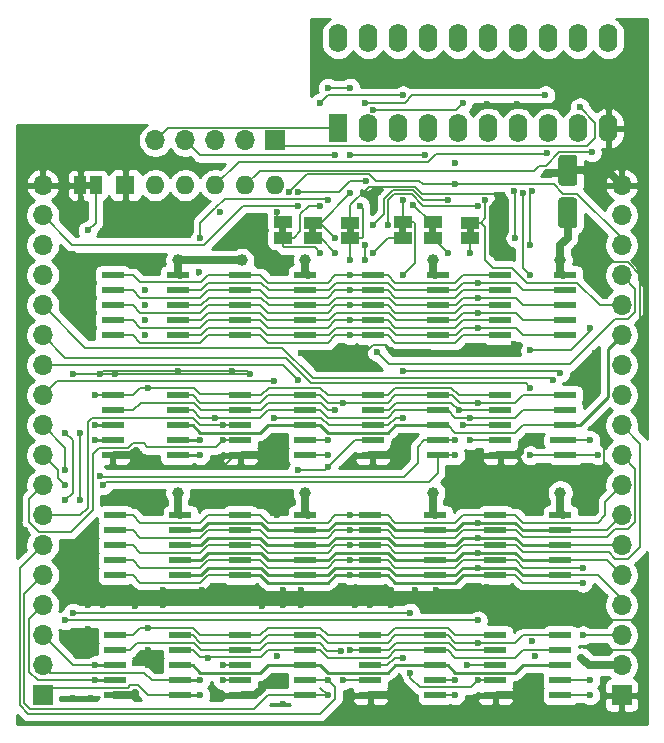
<source format=gbr>
%TF.GenerationSoftware,KiCad,Pcbnew,5.1.10*%
%TF.CreationDate,2021-12-22T00:08:39-07:00*%
%TF.ProjectId,Bondwell1MB,426f6e64-7765-46c6-9c31-4d422e6b6963,rev?*%
%TF.SameCoordinates,Original*%
%TF.FileFunction,Copper,L1,Top*%
%TF.FilePolarity,Positive*%
%FSLAX46Y46*%
G04 Gerber Fmt 4.6, Leading zero omitted, Abs format (unit mm)*
G04 Created by KiCad (PCBNEW 5.1.10) date 2021-12-22 00:08:39*
%MOMM*%
%LPD*%
G01*
G04 APERTURE LIST*
%TA.AperFunction,EtchedComponent*%
%ADD10C,0.100000*%
%TD*%
%TA.AperFunction,ComponentPad*%
%ADD11O,1.700000X1.700000*%
%TD*%
%TA.AperFunction,ComponentPad*%
%ADD12R,1.700000X1.700000*%
%TD*%
%TA.AperFunction,ComponentPad*%
%ADD13O,1.600000X2.400000*%
%TD*%
%TA.AperFunction,ComponentPad*%
%ADD14R,1.600000X2.400000*%
%TD*%
%TA.AperFunction,SMDPad,CuDef*%
%ADD15R,1.500000X1.000000*%
%TD*%
%TA.AperFunction,SMDPad,CuDef*%
%ADD16R,1.900000X0.600000*%
%TD*%
%TA.AperFunction,ComponentPad*%
%ADD17O,1.600000X1.600000*%
%TD*%
%TA.AperFunction,ComponentPad*%
%ADD18R,1.600000X1.600000*%
%TD*%
%TA.AperFunction,SMDPad,CuDef*%
%ADD19R,1.000000X1.500000*%
%TD*%
%TA.AperFunction,ViaPad*%
%ADD20C,1.000000*%
%TD*%
%TA.AperFunction,ViaPad*%
%ADD21C,0.600000*%
%TD*%
%TA.AperFunction,Conductor*%
%ADD22C,0.635000*%
%TD*%
%TA.AperFunction,Conductor*%
%ADD23C,0.203200*%
%TD*%
%TA.AperFunction,Conductor*%
%ADD24C,0.152400*%
%TD*%
%TA.AperFunction,Conductor*%
%ADD25C,0.254000*%
%TD*%
%TA.AperFunction,Conductor*%
%ADD26C,0.100000*%
%TD*%
G04 APERTURE END LIST*
D10*
%TO.C,JC0*%
G36*
X106980000Y-87365000D02*
G01*
X106980000Y-87865000D01*
X106380000Y-87865000D01*
X106380000Y-87365000D01*
X106980000Y-87365000D01*
G37*
%TO.C,JC2*%
G36*
X96820000Y-87380000D02*
G01*
X96820000Y-87880000D01*
X96220000Y-87880000D01*
X96220000Y-87380000D01*
X96820000Y-87380000D01*
G37*
%TO.C,JR0*%
G36*
X110155000Y-87380000D02*
G01*
X110155000Y-87880000D01*
X109555000Y-87880000D01*
X109555000Y-87380000D01*
X110155000Y-87380000D01*
G37*
%TO.C,JC3*%
G36*
X94280000Y-87365000D02*
G01*
X94280000Y-87865000D01*
X93680000Y-87865000D01*
X93680000Y-87365000D01*
X94280000Y-87365000D01*
G37*
%TO.C,JC1*%
G36*
X104440000Y-87365000D02*
G01*
X104440000Y-87865000D01*
X103840000Y-87865000D01*
X103840000Y-87365000D01*
X104440000Y-87365000D01*
G37*
%TO.C,JOE*%
G36*
X77220000Y-83520000D02*
G01*
X77720000Y-83520000D01*
X77720000Y-84120000D01*
X77220000Y-84120000D01*
X77220000Y-83520000D01*
G37*
%TO.C,JA9*%
G36*
X99995000Y-87380000D02*
G01*
X99995000Y-87880000D01*
X99395000Y-87880000D01*
X99395000Y-87380000D01*
X99995000Y-87380000D01*
G37*
%TD*%
D11*
%TO.P,J1,5*%
%TO.N,Net-(J1-Pad5)*%
X83185000Y-80010000D03*
%TO.P,J1,4*%
%TO.N,Net-(J1-Pad4)*%
X85725000Y-80010000D03*
%TO.P,J1,3*%
%TO.N,Net-(J1-Pad3)*%
X88265000Y-80010000D03*
%TO.P,J1,2*%
%TO.N,Net-(J1-Pad2)*%
X90805000Y-80010000D03*
D12*
%TO.P,J1,1*%
%TO.N,Net-(J1-Pad1)*%
X93345000Y-80010000D03*
%TD*%
D13*
%TO.P,U5,20*%
%TO.N,VCC*%
X98660000Y-71380000D03*
%TO.P,U5,10*%
%TO.N,GND*%
X121520000Y-79000000D03*
%TO.P,U5,19*%
%TO.N,Net-(JP9-Pad1)*%
X101200000Y-71380000D03*
%TO.P,U5,9*%
%TO.N,Net-(J1-Pad3)*%
X118980000Y-79000000D03*
%TO.P,U5,18*%
%TO.N,Net-(JP10-Pad1)*%
X103740000Y-71380000D03*
%TO.P,U5,8*%
%TO.N,Net-(J1-Pad4)*%
X116440000Y-79000000D03*
%TO.P,U5,17*%
%TO.N,Net-(JP11-Pad1)*%
X106280000Y-71380000D03*
%TO.P,U5,7*%
%TO.N,/~WE*%
X113900000Y-79000000D03*
%TO.P,U5,16*%
%TO.N,Net-(JP12-Pad1)*%
X108820000Y-71380000D03*
%TO.P,U5,6*%
%TO.N,/UNK_J5_14*%
X111360000Y-79000000D03*
%TO.P,U5,15*%
%TO.N,Net-(JP13-Pad1)*%
X111360000Y-71380000D03*
%TO.P,U5,5*%
%TO.N,/UNK_J5_16*%
X108820000Y-79000000D03*
%TO.P,U5,14*%
%TO.N,Net-(JP14-Pad1)*%
X113900000Y-71380000D03*
%TO.P,U5,4*%
%TO.N,/UNK_J5_15*%
X106280000Y-79000000D03*
%TO.P,U5,13*%
%TO.N,Net-(JP15-Pad1)*%
X116440000Y-71380000D03*
%TO.P,U5,3*%
%TO.N,/UNK_J5_3*%
X103740000Y-79000000D03*
%TO.P,U5,12*%
%TO.N,Net-(J1-Pad1)*%
X118980000Y-71380000D03*
%TO.P,U5,2*%
%TO.N,/UNK_J6_17*%
X101200000Y-79000000D03*
%TO.P,U5,11*%
%TO.N,Net-(J1-Pad2)*%
X121520000Y-71380000D03*
D14*
%TO.P,U5,1*%
%TO.N,Net-(J1-Pad5)*%
X98660000Y-79000000D03*
%TD*%
D15*
%TO.P,JC0,2*%
%TO.N,/~CAS0*%
X106680000Y-88265000D03*
%TO.P,JC0,1*%
%TO.N,/UNK_J6_17*%
X106680000Y-86965000D03*
%TD*%
%TO.P,JC2,2*%
%TO.N,/~CAS2*%
X96520000Y-88280000D03*
%TO.P,JC2,1*%
%TO.N,/UNK_J5_15*%
X96520000Y-86980000D03*
%TD*%
D11*
%TO.P,J6,18*%
%TO.N,GND*%
X73660000Y-83820000D03*
%TO.P,J6,17*%
%TO.N,/UNK_J6_17*%
X73660000Y-86360000D03*
%TO.P,J6,16*%
%TO.N,/D3_IC1*%
X73660000Y-88900000D03*
%TO.P,J6,15*%
%TO.N,/D2_IC1*%
X73660000Y-91440000D03*
%TO.P,J6,14*%
%TO.N,/D1_IC1*%
X73660000Y-93980000D03*
%TO.P,J6,13*%
%TO.N,/D0_IC1*%
X73660000Y-96520000D03*
%TO.P,J6,12*%
%TO.N,/D3_IC2*%
X73660000Y-99060000D03*
%TO.P,J6,11*%
%TO.N,/D2_IC2*%
X73660000Y-101600000D03*
%TO.P,J6,10*%
%TO.N,/D1_IC2*%
X73660000Y-104140000D03*
%TO.P,J6,9*%
%TO.N,/D0_IC2*%
X73660000Y-106680000D03*
%TO.P,J6,8*%
%TO.N,/D3_IC3*%
X73660000Y-109220000D03*
%TO.P,J6,7*%
%TO.N,/D2_IC3*%
X73660000Y-111760000D03*
%TO.P,J6,6*%
%TO.N,/D1_IC3*%
X73660000Y-114300000D03*
%TO.P,J6,5*%
%TO.N,/D0_IC3*%
X73660000Y-116840000D03*
%TO.P,J6,4*%
%TO.N,/D3_IC4*%
X73660000Y-119380000D03*
%TO.P,J6,3*%
%TO.N,/D2_IC4*%
X73660000Y-121920000D03*
%TO.P,J6,2*%
%TO.N,/D1_IC4*%
X73660000Y-124460000D03*
D12*
%TO.P,J6,1*%
%TO.N,/D0_IC4*%
X73660000Y-127000000D03*
%TD*%
D16*
%TO.P,U8,13*%
%TO.N,VCC*%
X95885000Y-91440000D03*
%TO.P,U8,14*%
%TO.N,/A4*%
X90385000Y-91440000D03*
%TO.P,U8,12*%
%TO.N,/A3*%
X95885000Y-92710000D03*
%TO.P,U8,15*%
%TO.N,/A5*%
X90385000Y-92710000D03*
%TO.P,U8,11*%
%TO.N,/A2*%
X95885000Y-93980000D03*
%TO.P,U8,16*%
%TO.N,/A6*%
X90385000Y-93980000D03*
%TO.P,U8,10*%
%TO.N,/A1*%
X95885000Y-95250000D03*
%TO.P,U8,17*%
%TO.N,/A7*%
X90385000Y-95250000D03*
%TO.P,U8,9*%
%TO.N,/A0*%
X95885000Y-96520000D03*
%TO.P,U8,18*%
%TO.N,/A8*%
X90385000Y-96520000D03*
%TO.P,U8,5*%
%TO.N,/A9*%
X95885000Y-101600000D03*
%TO.P,U8,22*%
%TO.N,/~OE*%
X90385000Y-101600000D03*
%TO.P,U8,4*%
%TO.N,/~RAS0*%
X95885000Y-102870000D03*
%TO.P,U8,23*%
%TO.N,/~CAS1*%
X90385000Y-102870000D03*
%TO.P,U8,3*%
%TO.N,/~WE*%
X95885000Y-104140000D03*
%TO.P,U8,24*%
%TO.N,/D2_IC3*%
X90385000Y-104140000D03*
%TO.P,U8,2*%
%TO.N,/D1_IC3*%
X95885000Y-105410000D03*
%TO.P,U8,25*%
%TO.N,/D3_IC3*%
X90385000Y-105410000D03*
%TO.P,U8,1*%
%TO.N,/D0_IC3*%
X95885000Y-106680000D03*
%TO.P,U8,26*%
%TO.N,GND*%
X90385000Y-106680000D03*
%TD*%
%TO.P,U3,13*%
%TO.N,VCC*%
X95885000Y-111760000D03*
%TO.P,U3,14*%
%TO.N,/A4*%
X90385000Y-111760000D03*
%TO.P,U3,12*%
%TO.N,/A3*%
X95885000Y-113030000D03*
%TO.P,U3,15*%
%TO.N,/A5*%
X90385000Y-113030000D03*
%TO.P,U3,11*%
%TO.N,/A2*%
X95885000Y-114300000D03*
%TO.P,U3,16*%
%TO.N,/A6*%
X90385000Y-114300000D03*
%TO.P,U3,10*%
%TO.N,/A1*%
X95885000Y-115570000D03*
%TO.P,U3,17*%
%TO.N,/A7*%
X90385000Y-115570000D03*
%TO.P,U3,9*%
%TO.N,/A0*%
X95885000Y-116840000D03*
%TO.P,U3,18*%
%TO.N,/A8*%
X90385000Y-116840000D03*
%TO.P,U3,5*%
%TO.N,/A9*%
X95885000Y-121920000D03*
%TO.P,U3,22*%
%TO.N,/~OE*%
X90385000Y-121920000D03*
%TO.P,U3,4*%
%TO.N,/~RAS1*%
X95885000Y-123190000D03*
%TO.P,U3,23*%
%TO.N,/~CAS3*%
X90385000Y-123190000D03*
%TO.P,U3,3*%
%TO.N,/~WE*%
X95885000Y-124460000D03*
%TO.P,U3,24*%
%TO.N,/D2_IC3*%
X90385000Y-124460000D03*
%TO.P,U3,2*%
%TO.N,/D1_IC3*%
X95885000Y-125730000D03*
%TO.P,U3,25*%
%TO.N,/D3_IC3*%
X90385000Y-125730000D03*
%TO.P,U3,1*%
%TO.N,/D0_IC3*%
X95885000Y-127000000D03*
%TO.P,U3,26*%
%TO.N,GND*%
X90385000Y-127000000D03*
%TD*%
%TO.P,U4,13*%
%TO.N,VCC*%
X85300000Y-111760000D03*
%TO.P,U4,14*%
%TO.N,/A4*%
X79800000Y-111760000D03*
%TO.P,U4,12*%
%TO.N,/A3*%
X85300000Y-113030000D03*
%TO.P,U4,15*%
%TO.N,/A5*%
X79800000Y-113030000D03*
%TO.P,U4,11*%
%TO.N,/A2*%
X85300000Y-114300000D03*
%TO.P,U4,16*%
%TO.N,/A6*%
X79800000Y-114300000D03*
%TO.P,U4,10*%
%TO.N,/A1*%
X85300000Y-115570000D03*
%TO.P,U4,17*%
%TO.N,/A7*%
X79800000Y-115570000D03*
%TO.P,U4,9*%
%TO.N,/A0*%
X85300000Y-116840000D03*
%TO.P,U4,18*%
%TO.N,/A8*%
X79800000Y-116840000D03*
%TO.P,U4,5*%
%TO.N,/A9*%
X85300000Y-121920000D03*
%TO.P,U4,22*%
%TO.N,/~OE*%
X79800000Y-121920000D03*
%TO.P,U4,4*%
%TO.N,/~RAS1*%
X85300000Y-123190000D03*
%TO.P,U4,23*%
%TO.N,/~CAS3*%
X79800000Y-123190000D03*
%TO.P,U4,3*%
%TO.N,/~WE*%
X85300000Y-124460000D03*
%TO.P,U4,24*%
%TO.N,/D2_IC4*%
X79800000Y-124460000D03*
%TO.P,U4,2*%
%TO.N,/D1_IC4*%
X85300000Y-125730000D03*
%TO.P,U4,25*%
%TO.N,/D3_IC4*%
X79800000Y-125730000D03*
%TO.P,U4,1*%
%TO.N,/D0_IC4*%
X85300000Y-127000000D03*
%TO.P,U4,26*%
%TO.N,GND*%
X79800000Y-127000000D03*
%TD*%
%TO.P,U2,13*%
%TO.N,VCC*%
X106890000Y-111760000D03*
%TO.P,U2,14*%
%TO.N,/A4*%
X101390000Y-111760000D03*
%TO.P,U2,12*%
%TO.N,/A3*%
X106890000Y-113030000D03*
%TO.P,U2,15*%
%TO.N,/A5*%
X101390000Y-113030000D03*
%TO.P,U2,11*%
%TO.N,/A2*%
X106890000Y-114300000D03*
%TO.P,U2,16*%
%TO.N,/A6*%
X101390000Y-114300000D03*
%TO.P,U2,10*%
%TO.N,/A1*%
X106890000Y-115570000D03*
%TO.P,U2,17*%
%TO.N,/A7*%
X101390000Y-115570000D03*
%TO.P,U2,9*%
%TO.N,/A0*%
X106890000Y-116840000D03*
%TO.P,U2,18*%
%TO.N,/A8*%
X101390000Y-116840000D03*
%TO.P,U2,5*%
%TO.N,/A9*%
X106890000Y-121920000D03*
%TO.P,U2,22*%
%TO.N,/~OE*%
X101390000Y-121920000D03*
%TO.P,U2,4*%
%TO.N,/~RAS1*%
X106890000Y-123190000D03*
%TO.P,U2,23*%
%TO.N,/~CAS2*%
X101390000Y-123190000D03*
%TO.P,U2,3*%
%TO.N,/~WE*%
X106890000Y-124460000D03*
%TO.P,U2,24*%
%TO.N,/D2_IC2*%
X101390000Y-124460000D03*
%TO.P,U2,2*%
%TO.N,/D1_IC2*%
X106890000Y-125730000D03*
%TO.P,U2,25*%
%TO.N,/D3_IC2*%
X101390000Y-125730000D03*
%TO.P,U2,1*%
%TO.N,/D0_IC2*%
X106890000Y-127000000D03*
%TO.P,U2,26*%
%TO.N,GND*%
X101390000Y-127000000D03*
%TD*%
%TO.P,U9,13*%
%TO.N,VCC*%
X85090000Y-91440000D03*
%TO.P,U9,14*%
%TO.N,/A4*%
X79590000Y-91440000D03*
%TO.P,U9,12*%
%TO.N,/A3*%
X85090000Y-92710000D03*
%TO.P,U9,15*%
%TO.N,/A5*%
X79590000Y-92710000D03*
%TO.P,U9,11*%
%TO.N,/A2*%
X85090000Y-93980000D03*
%TO.P,U9,16*%
%TO.N,/A6*%
X79590000Y-93980000D03*
%TO.P,U9,10*%
%TO.N,/A1*%
X85090000Y-95250000D03*
%TO.P,U9,17*%
%TO.N,/A7*%
X79590000Y-95250000D03*
%TO.P,U9,9*%
%TO.N,/A0*%
X85090000Y-96520000D03*
%TO.P,U9,18*%
%TO.N,/A8*%
X79590000Y-96520000D03*
%TO.P,U9,5*%
%TO.N,/A9*%
X85090000Y-101600000D03*
%TO.P,U9,22*%
%TO.N,/~OE*%
X79590000Y-101600000D03*
%TO.P,U9,4*%
%TO.N,/~RAS0*%
X85090000Y-102870000D03*
%TO.P,U9,23*%
%TO.N,/~CAS1*%
X79590000Y-102870000D03*
%TO.P,U9,3*%
%TO.N,/~WE*%
X85090000Y-104140000D03*
%TO.P,U9,24*%
%TO.N,/D2_IC4*%
X79590000Y-104140000D03*
%TO.P,U9,2*%
%TO.N,/D1_IC4*%
X85090000Y-105410000D03*
%TO.P,U9,25*%
%TO.N,/D3_IC4*%
X79590000Y-105410000D03*
%TO.P,U9,1*%
%TO.N,/D0_IC4*%
X85090000Y-106680000D03*
%TO.P,U9,26*%
%TO.N,GND*%
X79590000Y-106680000D03*
%TD*%
%TO.P,U7,13*%
%TO.N,VCC*%
X107100000Y-91440000D03*
%TO.P,U7,14*%
%TO.N,/A4*%
X101600000Y-91440000D03*
%TO.P,U7,12*%
%TO.N,/A3*%
X107100000Y-92710000D03*
%TO.P,U7,15*%
%TO.N,/A5*%
X101600000Y-92710000D03*
%TO.P,U7,11*%
%TO.N,/A2*%
X107100000Y-93980000D03*
%TO.P,U7,16*%
%TO.N,/A6*%
X101600000Y-93980000D03*
%TO.P,U7,10*%
%TO.N,/A1*%
X107100000Y-95250000D03*
%TO.P,U7,17*%
%TO.N,/A7*%
X101600000Y-95250000D03*
%TO.P,U7,9*%
%TO.N,/A0*%
X107100000Y-96520000D03*
%TO.P,U7,18*%
%TO.N,/A8*%
X101600000Y-96520000D03*
%TO.P,U7,5*%
%TO.N,/A9*%
X107100000Y-101600000D03*
%TO.P,U7,22*%
%TO.N,/~OE*%
X101600000Y-101600000D03*
%TO.P,U7,4*%
%TO.N,/~RAS0*%
X107100000Y-102870000D03*
%TO.P,U7,23*%
%TO.N,/~CAS0*%
X101600000Y-102870000D03*
%TO.P,U7,3*%
%TO.N,/~WE*%
X107100000Y-104140000D03*
%TO.P,U7,24*%
%TO.N,/D2_IC2*%
X101600000Y-104140000D03*
%TO.P,U7,2*%
%TO.N,/D1_IC2*%
X107100000Y-105410000D03*
%TO.P,U7,25*%
%TO.N,/D3_IC2*%
X101600000Y-105410000D03*
%TO.P,U7,1*%
%TO.N,/D0_IC2*%
X107100000Y-106680000D03*
%TO.P,U7,26*%
%TO.N,GND*%
X101600000Y-106680000D03*
%TD*%
%TO.P,U1,13*%
%TO.N,VCC*%
X117475000Y-111760000D03*
%TO.P,U1,14*%
%TO.N,/A4*%
X111975000Y-111760000D03*
%TO.P,U1,12*%
%TO.N,/A3*%
X117475000Y-113030000D03*
%TO.P,U1,15*%
%TO.N,/A5*%
X111975000Y-113030000D03*
%TO.P,U1,11*%
%TO.N,/A2*%
X117475000Y-114300000D03*
%TO.P,U1,16*%
%TO.N,/A6*%
X111975000Y-114300000D03*
%TO.P,U1,10*%
%TO.N,/A1*%
X117475000Y-115570000D03*
%TO.P,U1,17*%
%TO.N,/A7*%
X111975000Y-115570000D03*
%TO.P,U1,9*%
%TO.N,/A0*%
X117475000Y-116840000D03*
%TO.P,U1,18*%
%TO.N,/A8*%
X111975000Y-116840000D03*
%TO.P,U1,5*%
%TO.N,/A9*%
X117475000Y-121920000D03*
%TO.P,U1,22*%
%TO.N,/~OE*%
X111975000Y-121920000D03*
%TO.P,U1,4*%
%TO.N,/~RAS1*%
X117475000Y-123190000D03*
%TO.P,U1,23*%
%TO.N,/~CAS2*%
X111975000Y-123190000D03*
%TO.P,U1,3*%
%TO.N,/~WE*%
X117475000Y-124460000D03*
%TO.P,U1,24*%
%TO.N,/D2_IC1*%
X111975000Y-124460000D03*
%TO.P,U1,2*%
%TO.N,/D1_IC1*%
X117475000Y-125730000D03*
%TO.P,U1,25*%
%TO.N,/D3_IC1*%
X111975000Y-125730000D03*
%TO.P,U1,1*%
%TO.N,/D0_IC1*%
X117475000Y-127000000D03*
%TO.P,U1,26*%
%TO.N,GND*%
X111975000Y-127000000D03*
%TD*%
%TO.P,U6,13*%
%TO.N,VCC*%
X117895000Y-91440000D03*
%TO.P,U6,14*%
%TO.N,/A4*%
X112395000Y-91440000D03*
%TO.P,U6,12*%
%TO.N,/A3*%
X117895000Y-92710000D03*
%TO.P,U6,15*%
%TO.N,/A5*%
X112395000Y-92710000D03*
%TO.P,U6,11*%
%TO.N,/A2*%
X117895000Y-93980000D03*
%TO.P,U6,16*%
%TO.N,/A6*%
X112395000Y-93980000D03*
%TO.P,U6,10*%
%TO.N,/A1*%
X117895000Y-95250000D03*
%TO.P,U6,17*%
%TO.N,/A7*%
X112395000Y-95250000D03*
%TO.P,U6,9*%
%TO.N,/A0*%
X117895000Y-96520000D03*
%TO.P,U6,18*%
%TO.N,/A8*%
X112395000Y-96520000D03*
%TO.P,U6,5*%
%TO.N,/A9*%
X117895000Y-101600000D03*
%TO.P,U6,22*%
%TO.N,/~OE*%
X112395000Y-101600000D03*
%TO.P,U6,4*%
%TO.N,/~RAS0*%
X117895000Y-102870000D03*
%TO.P,U6,23*%
%TO.N,/~CAS0*%
X112395000Y-102870000D03*
%TO.P,U6,3*%
%TO.N,/~WE*%
X117895000Y-104140000D03*
%TO.P,U6,24*%
%TO.N,/D2_IC1*%
X112395000Y-104140000D03*
%TO.P,U6,2*%
%TO.N,/D1_IC1*%
X117895000Y-105410000D03*
%TO.P,U6,25*%
%TO.N,/D3_IC1*%
X112395000Y-105410000D03*
%TO.P,U6,1*%
%TO.N,/D0_IC1*%
X117895000Y-106680000D03*
%TO.P,U6,26*%
%TO.N,GND*%
X112395000Y-106680000D03*
%TD*%
D17*
%TO.P,RN1,6*%
%TO.N,Net-(J1-Pad1)*%
X93345000Y-83820000D03*
%TO.P,RN1,5*%
%TO.N,Net-(J1-Pad2)*%
X90805000Y-83820000D03*
%TO.P,RN1,4*%
%TO.N,Net-(J1-Pad3)*%
X88265000Y-83820000D03*
%TO.P,RN1,3*%
%TO.N,Net-(J1-Pad4)*%
X85725000Y-83820000D03*
%TO.P,RN1,2*%
%TO.N,Net-(J1-Pad5)*%
X83185000Y-83820000D03*
D18*
%TO.P,RN1,1*%
%TO.N,GND*%
X80645000Y-83820000D03*
%TD*%
D15*
%TO.P,JR0,2*%
%TO.N,/~RAS0*%
X109855000Y-88280000D03*
%TO.P,JR0,1*%
%TO.N,/UNK_J5_14*%
X109855000Y-86980000D03*
%TD*%
%TO.P,JC3,2*%
%TO.N,/~CAS3*%
X93980000Y-88265000D03*
%TO.P,JC3,1*%
%TO.N,/UNK_J5_16*%
X93980000Y-86965000D03*
%TD*%
%TO.P,JC1,2*%
%TO.N,/~CAS1*%
X104140000Y-88265000D03*
%TO.P,JC1,1*%
%TO.N,/UNK_J5_3*%
X104140000Y-86965000D03*
%TD*%
D19*
%TO.P,JOE,2*%
%TO.N,/~OE*%
X78120000Y-83820000D03*
%TO.P,JOE,1*%
%TO.N,GND*%
X76820000Y-83820000D03*
%TD*%
D15*
%TO.P,JA9,2*%
%TO.N,/A9*%
X99695000Y-88280000D03*
%TO.P,JA9,1*%
%TO.N,GND*%
X99695000Y-86980000D03*
%TD*%
D11*
%TO.P,J5,18*%
%TO.N,GND*%
X122660000Y-83820000D03*
%TO.P,J5,17*%
%TO.N,VCC*%
X122660000Y-86360000D03*
%TO.P,J5,16*%
%TO.N,/UNK_J5_16*%
X122660000Y-88900000D03*
%TO.P,J5,15*%
%TO.N,/UNK_J5_15*%
X122660000Y-91440000D03*
%TO.P,J5,14*%
%TO.N,/UNK_J5_14*%
X122660000Y-93980000D03*
%TO.P,J5,13*%
%TO.N,/~WE*%
X122660000Y-96520000D03*
%TO.P,J5,12*%
%TO.N,/A8*%
X122660000Y-99060000D03*
%TO.P,J5,11*%
%TO.N,/A7*%
X122660000Y-101600000D03*
%TO.P,J5,10*%
%TO.N,/A6*%
X122660000Y-104140000D03*
%TO.P,J5,9*%
%TO.N,/A5*%
X122660000Y-106680000D03*
%TO.P,J5,8*%
%TO.N,/A4*%
X122660000Y-109220000D03*
%TO.P,J5,7*%
%TO.N,/A3*%
X122660000Y-111760000D03*
%TO.P,J5,6*%
%TO.N,/A2*%
X122660000Y-114300000D03*
%TO.P,J5,5*%
%TO.N,/A1*%
X122660000Y-116840000D03*
%TO.P,J5,4*%
%TO.N,/A0*%
X122660000Y-119380000D03*
%TO.P,J5,3*%
%TO.N,/UNK_J5_3*%
X122660000Y-121920000D03*
%TO.P,J5,2*%
%TO.N,VCC*%
X122660000Y-124460000D03*
D12*
%TO.P,J5,1*%
%TO.N,GND*%
X122660000Y-127000000D03*
%TD*%
%TO.P,C10,2*%
%TO.N,GND*%
%TA.AperFunction,SMDPad,CuDef*%
G36*
G01*
X118660000Y-83850000D02*
X117560000Y-83850000D01*
G75*
G02*
X117310000Y-83600000I0J250000D01*
G01*
X117310000Y-81500000D01*
G75*
G02*
X117560000Y-81250000I250000J0D01*
G01*
X118660000Y-81250000D01*
G75*
G02*
X118910000Y-81500000I0J-250000D01*
G01*
X118910000Y-83600000D01*
G75*
G02*
X118660000Y-83850000I-250000J0D01*
G01*
G37*
%TD.AperFunction*%
%TO.P,C10,1*%
%TO.N,VCC*%
%TA.AperFunction,SMDPad,CuDef*%
G36*
G01*
X118660000Y-87450000D02*
X117560000Y-87450000D01*
G75*
G02*
X117310000Y-87200000I0J250000D01*
G01*
X117310000Y-85100000D01*
G75*
G02*
X117560000Y-84850000I250000J0D01*
G01*
X118660000Y-84850000D01*
G75*
G02*
X118910000Y-85100000I0J-250000D01*
G01*
X118910000Y-87200000D01*
G75*
G02*
X118660000Y-87450000I-250000J0D01*
G01*
G37*
%TD.AperFunction*%
%TD*%
D20*
%TO.N,VCC*%
X85090000Y-109855000D03*
X95885000Y-109855000D03*
X106680000Y-109855000D03*
X117475000Y-109855000D03*
X85090000Y-90170000D03*
X95885000Y-90170000D03*
X106680000Y-90170000D03*
X117475000Y-90170000D03*
X90515074Y-90170000D03*
D21*
X119260000Y-123820000D03*
%TO.N,GND*%
X114024500Y-106404500D03*
X103124000Y-106426000D03*
X92413000Y-106383000D03*
X81534000Y-106299000D03*
X92180500Y-126470500D03*
X103124000Y-126746000D03*
X114024500Y-126640500D03*
X81491000Y-126789000D03*
X111760000Y-89535000D03*
X112395000Y-85090000D03*
X116332000Y-82804000D03*
X119888000Y-84074000D03*
X123952000Y-97790000D03*
X123952000Y-102870000D03*
X123952000Y-118110000D03*
X123952000Y-123190000D03*
X111252000Y-117856000D03*
X111252000Y-119126000D03*
X112268000Y-120650000D03*
X112522000Y-118364000D03*
X114024500Y-118385500D03*
X113284000Y-119634000D03*
X100076000Y-118110000D03*
X100076000Y-119380000D03*
X101346000Y-118110000D03*
X101346000Y-119380000D03*
X103124000Y-118110000D03*
X103124000Y-119380000D03*
X102362000Y-118618000D03*
X105156000Y-118110000D03*
X106172000Y-119126000D03*
X106934000Y-118110000D03*
X106934000Y-119888000D03*
X92180500Y-118131500D03*
X93980000Y-118110000D03*
X95504000Y-118110000D03*
X95504000Y-119380000D03*
X93980000Y-119380000D03*
X92180500Y-119401500D03*
X83820000Y-118110000D03*
X83820000Y-119380000D03*
X81491000Y-118153000D03*
X81491000Y-119423000D03*
X78740000Y-118110000D03*
X78740000Y-119380000D03*
X77470000Y-118110000D03*
X77470000Y-119380000D03*
X77470000Y-121412000D03*
X77470000Y-123190000D03*
X76454000Y-122428000D03*
X76200000Y-127254000D03*
X77724000Y-127254000D03*
X81491000Y-124249000D03*
X83312000Y-124206000D03*
X82550000Y-123190000D03*
X82550000Y-124460000D03*
X93472000Y-123698000D03*
X93726000Y-125730000D03*
X93980000Y-127762000D03*
X98171000Y-128905000D03*
X99314000Y-127762000D03*
X101219000Y-128905000D03*
X103505000Y-128905000D03*
X105537000Y-128905000D03*
X107569000Y-128905000D03*
X109601000Y-128905000D03*
X111887000Y-128905000D03*
X114173000Y-128905000D03*
X116459000Y-128905000D03*
X118491000Y-128905000D03*
X120269000Y-128651000D03*
X115316000Y-126492000D03*
X114808000Y-127508000D03*
X109982000Y-127762000D03*
X72136000Y-113030000D03*
X72136000Y-107950000D03*
X72136000Y-102870000D03*
X72136000Y-100330000D03*
X72136000Y-105410000D03*
X72136000Y-97790000D03*
X72136000Y-95250000D03*
X72136000Y-92710000D03*
X72136000Y-90170000D03*
X72136000Y-87630000D03*
X72136000Y-85090000D03*
X72136000Y-81788000D03*
X73660000Y-81788000D03*
X75184000Y-81788000D03*
X75692000Y-86106000D03*
X77089000Y-85725000D03*
X79756000Y-86106000D03*
X81534000Y-86106000D03*
X83312000Y-86106000D03*
X85344000Y-86106000D03*
X84328000Y-87630000D03*
X82296000Y-87630000D03*
X80518000Y-87630000D03*
X76962000Y-81788000D03*
X78740000Y-81788000D03*
X80772000Y-81788000D03*
X80772000Y-80264000D03*
X78740000Y-80264000D03*
X76962000Y-80264000D03*
X75184000Y-80264000D03*
X73660000Y-80264000D03*
X72136000Y-80264000D03*
X72898000Y-79248000D03*
X74422000Y-79248000D03*
X75946000Y-79248000D03*
X77724000Y-79248000D03*
X79756000Y-79248000D03*
X84582000Y-82042000D03*
X82042000Y-81788000D03*
X86868000Y-82296000D03*
X91440000Y-86614000D03*
X91186000Y-87630000D03*
X88646000Y-86106000D03*
X86868000Y-91186000D03*
X82296000Y-92710000D03*
X82296000Y-93980000D03*
X82296000Y-95250000D03*
X82296000Y-96520000D03*
X78486000Y-99822000D03*
X79756000Y-99822000D03*
X85090000Y-99568000D03*
X89662000Y-99568000D03*
X91186000Y-99822000D03*
X103124000Y-97790000D03*
X106680000Y-98044000D03*
X113538000Y-97282000D03*
X117348000Y-118618000D03*
X119380000Y-118872000D03*
X121412000Y-120650000D03*
X121412000Y-123190000D03*
X115062000Y-122428000D03*
X115316000Y-123698000D03*
X87122000Y-118110000D03*
X87122000Y-119126000D03*
X88900000Y-119126000D03*
X88900000Y-118110000D03*
X90170000Y-118110000D03*
X90170000Y-119126000D03*
X92180500Y-119401500D03*
X78994000Y-110490000D03*
X77216000Y-114554000D03*
X74930000Y-115570000D03*
X74930000Y-118110000D03*
X95504000Y-98044000D03*
X88900000Y-107696000D03*
X88900000Y-110236000D03*
X93472000Y-111760000D03*
X120396000Y-98044000D03*
X120650000Y-91186000D03*
X120142000Y-88392000D03*
X120142000Y-100584000D03*
X120904000Y-104140000D03*
X121412000Y-107950000D03*
X120670600Y-75438000D03*
X118364000Y-75438000D03*
X118364000Y-73406000D03*
X120670600Y-73406000D03*
X117602000Y-76962000D03*
X113792000Y-76962000D03*
X111252000Y-76962000D03*
X101854000Y-84582000D03*
X114024500Y-121179500D03*
X114046000Y-107950000D03*
X114808000Y-108458000D03*
X76200000Y-99809400D03*
X76200000Y-94996000D03*
X76200000Y-92456000D03*
X76200000Y-89662000D03*
%TO.N,Net-(J1-Pad4)*%
X98425000Y-81280000D03*
X100965000Y-76835000D03*
X116205000Y-76200000D03*
%TO.N,Net-(J1-Pad3)*%
X116332000Y-81055610D03*
%TO.N,Net-(J1-Pad2)*%
X120142000Y-81026000D03*
%TO.N,Net-(J1-Pad1)*%
X119126000Y-77216000D03*
%TO.N,/UNK_J5_16*%
X108585000Y-81915000D03*
X108585000Y-83737699D03*
X94497597Y-84386899D03*
X93472000Y-86106000D03*
%TO.N,/UNK_J5_15*%
X101918656Y-97892864D03*
X100965000Y-90170000D03*
X100965000Y-88900000D03*
X98425000Y-88265000D03*
X99695000Y-84455000D03*
X99695000Y-81280000D03*
X106045000Y-81280000D03*
%TO.N,/UNK_J5_14*%
X111125000Y-85090000D03*
%TO.N,/~WE*%
X114300000Y-84455000D03*
X114935000Y-91440000D03*
X114935000Y-97790000D03*
X120015000Y-95885000D03*
%TO.N,/A8*%
X99695000Y-96520000D03*
X99695000Y-116840000D03*
X119380000Y-117475000D03*
%TO.N,/A7*%
X99695000Y-95250000D03*
X99695000Y-115570000D03*
X119380000Y-116205000D03*
%TO.N,/A6*%
X99695000Y-93980000D03*
X99695000Y-114300000D03*
%TO.N,/A5*%
X99695000Y-92710000D03*
X99695000Y-113030000D03*
%TO.N,/A4*%
X99695000Y-91440000D03*
X99695000Y-111760000D03*
%TO.N,/A3*%
X110490000Y-92075000D03*
X110490000Y-112395000D03*
%TO.N,/A2*%
X110490000Y-93345000D03*
X110490000Y-113665000D03*
%TO.N,/A1*%
X110490000Y-94615000D03*
X110490000Y-114935000D03*
%TO.N,/A0*%
X110490000Y-95885000D03*
X110482001Y-116212999D03*
%TO.N,/UNK_J5_3*%
X104140000Y-91440000D03*
X104140000Y-99556980D03*
X117475000Y-99695000D03*
X119380000Y-121920000D03*
X104140000Y-85090000D03*
%TO.N,/UNK_J6_17*%
X95250000Y-85542499D03*
X105029000Y-85471000D03*
X101049003Y-83428127D03*
X95250000Y-84386899D03*
%TO.N,/D3_IC1*%
X109855000Y-105410000D03*
X110490000Y-125730000D03*
X76835000Y-104775000D03*
X76835000Y-110490000D03*
X76200000Y-120015000D03*
X104775000Y-120015000D03*
X104775000Y-125095000D03*
%TO.N,/D2_IC1*%
X109220000Y-104140000D03*
X109577432Y-124460001D03*
X75565000Y-104775000D03*
X75565000Y-110490000D03*
X75565000Y-120650000D03*
X110490000Y-120650000D03*
%TO.N,/D1_IC1*%
X120015000Y-105410000D03*
X120015000Y-125730000D03*
X116840000Y-100330000D03*
X116840000Y-105410000D03*
%TO.N,/D0_IC1*%
X120650000Y-106680000D03*
X120015000Y-127000000D03*
X114935000Y-100965000D03*
X114935000Y-106680000D03*
%TO.N,/D3_IC2*%
X97790000Y-107696000D03*
X99060000Y-125730000D03*
X95250000Y-100330000D03*
X95250000Y-107915191D03*
%TO.N,/D2_IC2*%
X104140000Y-103505000D03*
X104140000Y-123825000D03*
X93230500Y-100363400D03*
X93230500Y-103513000D03*
%TO.N,/D1_IC2*%
X108585000Y-105410000D03*
X108585000Y-125730000D03*
X78486000Y-108458000D03*
X75565000Y-107950000D03*
%TO.N,/D0_IC2*%
X108585000Y-106680000D03*
X108585000Y-127000000D03*
X75565000Y-109220000D03*
X78740000Y-109220000D03*
%TO.N,/D3_IC3*%
X88900000Y-105410000D03*
X88900000Y-125730000D03*
%TO.N,/D2_IC3*%
X88900000Y-104140000D03*
X88900000Y-124460000D03*
%TO.N,/D1_IC3*%
X97790000Y-105410000D03*
X97790000Y-125730000D03*
%TO.N,/D0_IC3*%
X97790000Y-106680000D03*
X97790000Y-127000000D03*
%TO.N,/D3_IC4*%
X78105000Y-125730000D03*
X78105000Y-105410000D03*
%TO.N,/D2_IC4*%
X78105000Y-124460000D03*
X78105000Y-104140000D03*
%TO.N,/D1_IC4*%
X86995000Y-105410000D03*
X86995000Y-125730000D03*
%TO.N,/D0_IC4*%
X86995000Y-106680000D03*
X86995000Y-127000000D03*
%TO.N,/A9*%
X110490000Y-122555000D03*
X110490000Y-102235000D03*
X99060000Y-102235000D03*
X99695000Y-90170000D03*
X100495003Y-85542500D03*
X109220000Y-76835000D03*
X101617917Y-77419384D03*
%TO.N,/~OE*%
X78105000Y-101600000D03*
X77470000Y-87630000D03*
X82550000Y-100965000D03*
X82550000Y-121285000D03*
%TO.N,/~CAS0*%
X107950000Y-89535000D03*
X108892882Y-102870000D03*
X113665000Y-88265000D03*
X113565534Y-84291699D03*
%TO.N,/~CAS1*%
X98425000Y-102870000D03*
X101600000Y-89535000D03*
X102870000Y-87177500D03*
X110490000Y-85542500D03*
%TO.N,/~CAS2*%
X98425000Y-89535000D03*
X99695000Y-123190000D03*
X101600000Y-87177500D03*
X107950000Y-85090000D03*
%TO.N,/~CAS3*%
X97155000Y-89535000D03*
X98869603Y-123215394D03*
X97155000Y-85542500D03*
X97155000Y-76835000D03*
X104140000Y-76200000D03*
%TO.N,/~RAS0*%
X109855000Y-89535000D03*
X109855000Y-103505000D03*
X88265000Y-103505000D03*
X114935000Y-88900000D03*
X115062000Y-84328000D03*
%TO.N,/~RAS1*%
X87630000Y-123825000D03*
X86995000Y-88265000D03*
X97806508Y-85078237D03*
X97790000Y-75565000D03*
X99695000Y-75565000D03*
%TD*%
D22*
%TO.N,VCC*%
X85090000Y-111550000D02*
X85300000Y-111760000D01*
X85090000Y-109855000D02*
X85090000Y-111550000D01*
X95885000Y-111550000D02*
X96095000Y-111760000D01*
X95885000Y-109855000D02*
X95885000Y-111550000D01*
X106680000Y-111550000D02*
X106890000Y-111760000D01*
X106680000Y-109855000D02*
X106680000Y-111550000D01*
X117475000Y-111550000D02*
X117685000Y-111760000D01*
X117475000Y-109855000D02*
X117475000Y-111550000D01*
X85090000Y-91212491D02*
X85300000Y-91422491D01*
X85090000Y-90170000D02*
X85090000Y-91212491D01*
X95885000Y-91230000D02*
X96095000Y-91440000D01*
X95885000Y-90170000D02*
X95885000Y-91230000D01*
X106680000Y-91230000D02*
X106890000Y-91440000D01*
X106680000Y-90170000D02*
X106680000Y-91230000D01*
X117475000Y-91230000D02*
X117685000Y-91440000D01*
X117475000Y-90170000D02*
X117475000Y-91230000D01*
X118110000Y-86150000D02*
X118110000Y-88265000D01*
X117475000Y-88900000D02*
X117475000Y-90170000D01*
X118110000Y-88265000D02*
X117475000Y-88900000D01*
X90515074Y-90170000D02*
X85090000Y-90170000D01*
X119900000Y-124460000D02*
X119260000Y-123820000D01*
X122660000Y-124460000D02*
X119900000Y-124460000D01*
%TO.N,GND*%
X113749000Y-106680000D02*
X114024500Y-106404500D01*
X112185000Y-106680000D02*
X113749000Y-106680000D01*
X102870000Y-106680000D02*
X103124000Y-106426000D01*
X101390000Y-106680000D02*
X102870000Y-106680000D01*
X92116000Y-106680000D02*
X92413000Y-106383000D01*
X90595000Y-106680000D02*
X92116000Y-106680000D01*
X81153000Y-106680000D02*
X81534000Y-106299000D01*
X79800000Y-106680000D02*
X81153000Y-106680000D01*
X91651000Y-127000000D02*
X92180500Y-126470500D01*
X90595000Y-127000000D02*
X91651000Y-127000000D01*
X102870000Y-127000000D02*
X103124000Y-126746000D01*
X101390000Y-127000000D02*
X102870000Y-127000000D01*
X113665000Y-127000000D02*
X114024500Y-126640500D01*
X112185000Y-127000000D02*
X113665000Y-127000000D01*
X81280000Y-127000000D02*
X81491000Y-126789000D01*
X79800000Y-127000000D02*
X81280000Y-127000000D01*
D23*
X73660000Y-83820000D02*
X76820000Y-83820000D01*
D22*
X121390000Y-82550000D02*
X122660000Y-83820000D01*
X118110000Y-82550000D02*
X121390000Y-82550000D01*
D23*
X99695000Y-85522581D02*
X101291199Y-83926382D01*
X99695000Y-86980000D02*
X99695000Y-85522581D01*
X105144434Y-83926382D02*
X105754051Y-84535999D01*
X117983000Y-82677000D02*
X118110000Y-82550000D01*
D22*
X111760000Y-85725000D02*
X112395000Y-85090000D01*
X111760000Y-89535000D02*
X111760000Y-85725000D01*
X117856000Y-82804000D02*
X118110000Y-82550000D01*
X116332000Y-82804000D02*
X117856000Y-82804000D01*
D23*
X111840999Y-84535999D02*
X112395000Y-85090000D01*
X105754051Y-84535999D02*
X111840999Y-84535999D01*
X106426000Y-97790000D02*
X106680000Y-98044000D01*
X103124000Y-97790000D02*
X106426000Y-97790000D01*
X112776000Y-98044000D02*
X113538000Y-97282000D01*
X106680000Y-98044000D02*
X112776000Y-98044000D01*
X110998000Y-118110000D02*
X111252000Y-117856000D01*
X106934000Y-118110000D02*
X110998000Y-118110000D01*
X110490000Y-119888000D02*
X111252000Y-119126000D01*
X106934000Y-119888000D02*
X110490000Y-119888000D01*
X117115500Y-118385500D02*
X117348000Y-118618000D01*
X114024500Y-118385500D02*
X117115500Y-118385500D01*
X119126000Y-118618000D02*
X119380000Y-118872000D01*
X117348000Y-118618000D02*
X119126000Y-118618000D01*
X121158000Y-120650000D02*
X121412000Y-120650000D01*
X119380000Y-118872000D02*
X121158000Y-120650000D01*
X121412000Y-123190000D02*
X123952000Y-123190000D01*
X121412000Y-120650000D02*
X123952000Y-120650000D01*
X83820000Y-118110000D02*
X87122000Y-118110000D01*
X87122000Y-119126000D02*
X88900000Y-119126000D01*
X88900000Y-119126000D02*
X88900000Y-118110000D01*
X90170000Y-118110000D02*
X90170000Y-119126000D01*
X91905000Y-119126000D02*
X92180500Y-119401500D01*
X90170000Y-119126000D02*
X91905000Y-119126000D01*
X81448000Y-118110000D02*
X81491000Y-118153000D01*
X78740000Y-118110000D02*
X81448000Y-118110000D01*
X83777000Y-118153000D02*
X83820000Y-118110000D01*
X81491000Y-118153000D02*
X83777000Y-118153000D01*
X78740000Y-118110000D02*
X77470000Y-118110000D01*
X75946000Y-114554000D02*
X74930000Y-115570000D01*
X77216000Y-114554000D02*
X75946000Y-114554000D01*
X74930000Y-118110000D02*
X77470000Y-118110000D01*
X100947598Y-98044000D02*
X95504000Y-98044000D01*
X101652735Y-97338863D02*
X100947598Y-98044000D01*
X102672863Y-97338863D02*
X101652735Y-97338863D01*
X103124000Y-97790000D02*
X102672863Y-97338863D01*
X89916000Y-106680000D02*
X88900000Y-107696000D01*
X90385000Y-106680000D02*
X89916000Y-106680000D01*
X88900000Y-110236000D02*
X91948000Y-110236000D01*
X121500001Y-90335999D02*
X120650000Y-91186000D01*
X123189921Y-90335999D02*
X121500001Y-90335999D01*
X124251999Y-91398077D02*
X123189921Y-90335999D01*
X124251999Y-97490001D02*
X124251999Y-91398077D01*
X123952000Y-97790000D02*
X124251999Y-97490001D01*
X120396000Y-100330000D02*
X120142000Y-100584000D01*
X120396000Y-98044000D02*
X120396000Y-100330000D01*
X121204001Y-107742001D02*
X121412000Y-107950000D01*
X121204001Y-104440001D02*
X121204001Y-107742001D01*
X120904000Y-104140000D02*
X121204001Y-104440001D01*
X120670600Y-75438000D02*
X118364000Y-75438000D01*
X118364000Y-73406000D02*
X120670600Y-73406000D01*
X117602000Y-76962000D02*
X113792000Y-76962000D01*
X113792000Y-76962000D02*
X111252000Y-76962000D01*
X102001618Y-84434382D02*
X101854000Y-84582000D01*
X102001618Y-83926382D02*
X102001618Y-84434382D01*
X101291199Y-83926382D02*
X102001618Y-83926382D01*
X102001618Y-83926382D02*
X105144434Y-83926382D01*
D24*
X78486000Y-99822000D02*
X91186000Y-99822000D01*
X89916000Y-99822000D02*
X89662000Y-99568000D01*
X91186000Y-99822000D02*
X89916000Y-99822000D01*
X89662000Y-99568000D02*
X85090000Y-99568000D01*
X78740000Y-99568000D02*
X78486000Y-99822000D01*
X85090000Y-99568000D02*
X78740000Y-99568000D01*
X90932000Y-99568000D02*
X91186000Y-99822000D01*
X89662000Y-99568000D02*
X90932000Y-99568000D01*
X114554000Y-108458000D02*
X114046000Y-107950000D01*
X114808000Y-108458000D02*
X114554000Y-108458000D01*
X76212600Y-99822000D02*
X76200000Y-99809400D01*
X78486000Y-99822000D02*
X76212600Y-99822000D01*
X76200000Y-94996000D02*
X76200000Y-92456000D01*
X76200000Y-92456000D02*
X76200000Y-89662000D01*
D23*
X91948000Y-110236000D02*
X93472000Y-111760000D01*
X84328000Y-81788000D02*
X84582000Y-82042000D01*
X82042000Y-81788000D02*
X84328000Y-81788000D01*
X86614000Y-82042000D02*
X86868000Y-82296000D01*
X84582000Y-82042000D02*
X86614000Y-82042000D01*
%TO.N,Net-(J1-Pad5)*%
X98011610Y-78351610D02*
X98660000Y-79000000D01*
D24*
X98591399Y-78931399D02*
X98660000Y-79000000D01*
X84263601Y-78931399D02*
X98591399Y-78931399D01*
X83185000Y-80010000D02*
X84263601Y-78931399D01*
D23*
%TO.N,Net-(J1-Pad4)*%
X85725000Y-80010000D02*
X86995000Y-81280000D01*
X86995000Y-81280000D02*
X98425000Y-81280000D01*
D24*
X104922330Y-76200000D02*
X116205000Y-76200000D01*
X104287330Y-76835000D02*
X104922330Y-76200000D01*
X100965000Y-76835000D02*
X104287330Y-76835000D01*
%TO.N,Net-(J1-Pad3)*%
X106298729Y-81808601D02*
X106934000Y-81173330D01*
X90276399Y-81808601D02*
X106298729Y-81808601D01*
X88265000Y-83820000D02*
X90276399Y-81808601D01*
X116214280Y-81173330D02*
X116332000Y-81055610D01*
X106934000Y-81173330D02*
X116214280Y-81173330D01*
%TO.N,Net-(J1-Pad2)*%
X115697271Y-82148399D02*
X116234743Y-82148399D01*
X115250954Y-82594716D02*
X115697271Y-82148399D01*
X120137390Y-81021390D02*
X120142000Y-81026000D01*
X117361752Y-81021390D02*
X120137390Y-81021390D01*
X116234743Y-82148399D02*
X117361752Y-81021390D01*
X92030284Y-82594716D02*
X115250954Y-82594716D01*
X90805000Y-83820000D02*
X92030284Y-82594716D01*
D23*
%TO.N,Net-(J1-Pad1)*%
X119773081Y-80501610D02*
X120418390Y-79856301D01*
X93836610Y-80501610D02*
X119773081Y-80501610D01*
X93345000Y-80010000D02*
X93836610Y-80501610D01*
X120418390Y-78508390D02*
X119126000Y-77216000D01*
X120418390Y-79856301D02*
X120418390Y-78508390D01*
%TO.N,/UNK_J5_16*%
X122660000Y-88319902D02*
X122660000Y-88900000D01*
X118888488Y-84548390D02*
X122660000Y-88319902D01*
X117728292Y-84548390D02*
X118888488Y-84548390D01*
X116917601Y-83737699D02*
X117728292Y-84548390D01*
X108585000Y-83737699D02*
X116917601Y-83737699D01*
D24*
X105835699Y-83737699D02*
X108585000Y-83737699D01*
X105537000Y-83439000D02*
X105835699Y-83737699D01*
X101842206Y-83439000D02*
X105537000Y-83439000D01*
X95984970Y-82899526D02*
X94497597Y-84386899D01*
X101302732Y-82899526D02*
X95984970Y-82899526D01*
X101842206Y-83439000D02*
X101302732Y-82899526D01*
X93472000Y-86457000D02*
X93980000Y-86965000D01*
X93472000Y-86106000D02*
X93472000Y-86457000D01*
D23*
%TO.N,/UNK_J5_15*%
X118283453Y-98955379D02*
X103609621Y-98955379D01*
X123811601Y-94532769D02*
X123212769Y-95131601D01*
X123811601Y-92591601D02*
X123811601Y-94532769D01*
X122107231Y-95131601D02*
X118283453Y-98955379D01*
X123212769Y-95131601D02*
X122107231Y-95131601D01*
X122660000Y-91440000D02*
X123811601Y-92591601D01*
X102981171Y-98955379D02*
X101918656Y-97892864D01*
X103609621Y-98955379D02*
X102981171Y-98955379D01*
X100965000Y-90170000D02*
X100965000Y-88900000D01*
X97140000Y-86980000D02*
X96520000Y-86980000D01*
X98425000Y-88265000D02*
X97140000Y-86980000D01*
X97170000Y-86980000D02*
X99695000Y-84455000D01*
X96520000Y-86980000D02*
X97170000Y-86980000D01*
X99695000Y-81280000D02*
X106045000Y-81280000D01*
D24*
%TO.N,/UNK_J5_14*%
X110757400Y-86980000D02*
X111125000Y-87347600D01*
X109855000Y-86980000D02*
X110757400Y-86980000D01*
X111125000Y-87347600D02*
X111125000Y-90170000D01*
X111125000Y-90170000D02*
X111760000Y-90805000D01*
X113421482Y-90805000D02*
X114691482Y-92075000D01*
X111760000Y-90805000D02*
X113421482Y-90805000D01*
X120826482Y-93980000D02*
X122660000Y-93980000D01*
X118921482Y-92075000D02*
X120826482Y-93980000D01*
X114691482Y-92075000D02*
X118921482Y-92075000D01*
X110757400Y-86980000D02*
X111125000Y-86612400D01*
X111125000Y-86612400D02*
X111125000Y-85090000D01*
D25*
%TO.N,/~WE*%
X85300000Y-104140000D02*
X86360000Y-104140000D01*
X86987001Y-104767001D02*
X92082999Y-104767001D01*
X86360000Y-104140000D02*
X86987001Y-104767001D01*
X92710000Y-104140000D02*
X96095000Y-104140000D01*
X92082999Y-104767001D02*
X92710000Y-104140000D01*
X96095000Y-104140000D02*
X97155000Y-104140000D01*
X97782001Y-104767001D02*
X102877999Y-104767001D01*
X97155000Y-104140000D02*
X97782001Y-104767001D01*
X103505000Y-104140000D02*
X106890000Y-104140000D01*
X102877999Y-104767001D02*
X103505000Y-104140000D01*
X85300000Y-124460000D02*
X86360000Y-124460000D01*
X86987001Y-125087001D02*
X92082999Y-125087001D01*
X86360000Y-124460000D02*
X86987001Y-125087001D01*
X92710000Y-124460000D02*
X96095000Y-124460000D01*
X92082999Y-125087001D02*
X92710000Y-124460000D01*
X96095000Y-124460000D02*
X97155000Y-124460000D01*
X97782001Y-125087001D02*
X102877999Y-125087001D01*
X97155000Y-124460000D02*
X97782001Y-125087001D01*
X103505000Y-124460000D02*
X106890000Y-124460000D01*
X102877999Y-125087001D02*
X103505000Y-124460000D01*
X106890000Y-124460000D02*
X107950000Y-124460000D01*
X108577001Y-125087001D02*
X113672999Y-125087001D01*
X107950000Y-124460000D02*
X108577001Y-125087001D01*
X114300000Y-124460000D02*
X117685000Y-124460000D01*
X113672999Y-125087001D02*
X114300000Y-124460000D01*
D23*
X107100000Y-104140000D02*
X107950000Y-104140000D01*
X107950000Y-104140000D02*
X108585000Y-104775000D01*
X108585000Y-104775000D02*
X113665000Y-104775000D01*
X114300000Y-104140000D02*
X117895000Y-104140000D01*
X113665000Y-104775000D02*
X114300000Y-104140000D01*
D25*
X121482999Y-97697001D02*
X122660000Y-96520000D01*
X121482999Y-101756001D02*
X121482999Y-97697001D01*
X119099000Y-104140000D02*
X121482999Y-101756001D01*
X117895000Y-104140000D02*
X119099000Y-104140000D01*
D23*
X114300000Y-90805000D02*
X114935000Y-91440000D01*
X114300000Y-84455000D02*
X114300000Y-90805000D01*
X120015000Y-96192882D02*
X120015000Y-95885000D01*
X118417882Y-97790000D02*
X120015000Y-96192882D01*
X114935000Y-97790000D02*
X118417882Y-97790000D01*
%TO.N,/A8*%
X79800000Y-96520000D02*
X81280000Y-96520000D01*
X81280000Y-96520000D02*
X81915000Y-97155000D01*
X81915000Y-97155000D02*
X86995000Y-97155000D01*
X86995000Y-97155000D02*
X87630000Y-96520000D01*
X87630000Y-96520000D02*
X90595000Y-96520000D01*
X90595000Y-96520000D02*
X92075000Y-96520000D01*
X92075000Y-96520000D02*
X92710000Y-97155000D01*
X92710000Y-97155000D02*
X97790000Y-97155000D01*
X97790000Y-97155000D02*
X98425000Y-96520000D01*
X101390000Y-96520000D02*
X102870000Y-96520000D01*
X102870000Y-96520000D02*
X103505000Y-97155000D01*
X103505000Y-97155000D02*
X108585000Y-97155000D01*
X109220000Y-96520000D02*
X112185000Y-96520000D01*
X108585000Y-97155000D02*
X109220000Y-96520000D01*
X79800000Y-116840000D02*
X81280000Y-116840000D01*
X81280000Y-116840000D02*
X81915000Y-117475000D01*
X81915000Y-117475000D02*
X86995000Y-117475000D01*
X87630000Y-116840000D02*
X90595000Y-116840000D01*
X86995000Y-117475000D02*
X87630000Y-116840000D01*
D25*
X90595000Y-116840000D02*
X92075000Y-116840000D01*
X92075000Y-116840000D02*
X92710000Y-117475000D01*
X92710000Y-117475000D02*
X97790000Y-117475000D01*
X97790000Y-117475000D02*
X98425000Y-116840000D01*
X98425000Y-116840000D02*
X101390000Y-116840000D01*
X101390000Y-116840000D02*
X102870000Y-116840000D01*
X102870000Y-116840000D02*
X103505000Y-117475000D01*
X103505000Y-117475000D02*
X108585000Y-117475000D01*
X109220000Y-116840000D02*
X112185000Y-116840000D01*
X108585000Y-117475000D02*
X109220000Y-116840000D01*
D23*
X98425000Y-96520000D02*
X99695000Y-96520000D01*
X99695000Y-96520000D02*
X101390000Y-96520000D01*
X99695000Y-116840000D02*
X101390000Y-116840000D01*
X112185000Y-116840000D02*
X113665000Y-116840000D01*
X113665000Y-116840000D02*
X114300000Y-117475000D01*
X114300000Y-117475000D02*
X119380000Y-117475000D01*
%TO.N,/A7*%
X79800000Y-95250000D02*
X81280000Y-95250000D01*
X81280000Y-95250000D02*
X81915000Y-95885000D01*
X81915000Y-95885000D02*
X86995000Y-95885000D01*
X87630000Y-95250000D02*
X90595000Y-95250000D01*
X86995000Y-95885000D02*
X87630000Y-95250000D01*
X90595000Y-95250000D02*
X92075000Y-95250000D01*
X92075000Y-95250000D02*
X92710000Y-95885000D01*
X92710000Y-95885000D02*
X97790000Y-95885000D01*
X97790000Y-95885000D02*
X98425000Y-95250000D01*
X101390000Y-95250000D02*
X102870000Y-95250000D01*
X102870000Y-95250000D02*
X103505000Y-95885000D01*
X103505000Y-95885000D02*
X108585000Y-95885000D01*
X109220000Y-95250000D02*
X112185000Y-95250000D01*
X108585000Y-95885000D02*
X109220000Y-95250000D01*
X79800000Y-115570000D02*
X81280000Y-115570000D01*
X81280000Y-115570000D02*
X81915000Y-116205000D01*
X81915000Y-116205000D02*
X86995000Y-116205000D01*
X87630000Y-115570000D02*
X90595000Y-115570000D01*
X86995000Y-116205000D02*
X87630000Y-115570000D01*
X90595000Y-115570000D02*
X92075000Y-115570000D01*
X92075000Y-115570000D02*
X92710000Y-116205000D01*
X92710000Y-116205000D02*
X97790000Y-116205000D01*
X97790000Y-116205000D02*
X98425000Y-115570000D01*
X109220000Y-115570000D02*
X112185000Y-115570000D01*
X108585000Y-116205000D02*
X109220000Y-115570000D01*
X103505000Y-116205000D02*
X108585000Y-116205000D01*
X102870000Y-115570000D02*
X103505000Y-116205000D01*
X101390000Y-115570000D02*
X102870000Y-115570000D01*
X98425000Y-95250000D02*
X99695000Y-95250000D01*
X99695000Y-95250000D02*
X101390000Y-95250000D01*
X98425000Y-115570000D02*
X99695000Y-115570000D01*
X99695000Y-115570000D02*
X101390000Y-115570000D01*
X114328854Y-116205000D02*
X119380000Y-116205000D01*
X113693854Y-115570000D02*
X114328854Y-116205000D01*
X112185000Y-115570000D02*
X113693854Y-115570000D01*
%TO.N,/A6*%
X79800000Y-93980000D02*
X81280000Y-93980000D01*
X81280000Y-93980000D02*
X81915000Y-94615000D01*
X81915000Y-94615000D02*
X86995000Y-94615000D01*
X87630000Y-93980000D02*
X90595000Y-93980000D01*
X86995000Y-94615000D02*
X87630000Y-93980000D01*
X90595000Y-93980000D02*
X92075000Y-93980000D01*
X92075000Y-93980000D02*
X92710000Y-94615000D01*
X92710000Y-94615000D02*
X97790000Y-94615000D01*
X97790000Y-94615000D02*
X98425000Y-93980000D01*
X101390000Y-93980000D02*
X102870000Y-93980000D01*
X102870000Y-93980000D02*
X103505000Y-94615000D01*
X103505000Y-94615000D02*
X108585000Y-94615000D01*
X109220000Y-93980000D02*
X112185000Y-93980000D01*
X108585000Y-94615000D02*
X109220000Y-93980000D01*
X79800000Y-114300000D02*
X81280000Y-114300000D01*
X81280000Y-114300000D02*
X81915000Y-114935000D01*
X81915000Y-114935000D02*
X86995000Y-114935000D01*
X87630000Y-114300000D02*
X90595000Y-114300000D01*
X86995000Y-114935000D02*
X87630000Y-114300000D01*
X90595000Y-114300000D02*
X92075000Y-114300000D01*
X92075000Y-114300000D02*
X92710000Y-114935000D01*
X92710000Y-114935000D02*
X97790000Y-114935000D01*
X97790000Y-114935000D02*
X98425000Y-114300000D01*
X101390000Y-114300000D02*
X102870000Y-114300000D01*
X102870000Y-114300000D02*
X103505000Y-114935000D01*
X103505000Y-114935000D02*
X108585000Y-114935000D01*
X109220000Y-114300000D02*
X112185000Y-114300000D01*
X108585000Y-114935000D02*
X109220000Y-114300000D01*
X98425000Y-93980000D02*
X99695000Y-93980000D01*
X99695000Y-93980000D02*
X101390000Y-93980000D01*
X98425000Y-114300000D02*
X99695000Y-114300000D01*
X99695000Y-114300000D02*
X101390000Y-114300000D01*
X124214811Y-114449559D02*
X124214811Y-105694811D01*
X123212769Y-115451601D02*
X124214811Y-114449559D01*
X122107231Y-115451601D02*
X123212769Y-115451601D01*
X124214811Y-105694811D02*
X122660000Y-104140000D01*
X121557231Y-114901601D02*
X122107231Y-115451601D01*
X114295455Y-114901601D02*
X121557231Y-114901601D01*
X113693854Y-114300000D02*
X114295455Y-114901601D01*
X112185000Y-114300000D02*
X113693854Y-114300000D01*
%TO.N,/A5*%
X79800000Y-92710000D02*
X81280000Y-92710000D01*
X81280000Y-92710000D02*
X81915000Y-93345000D01*
X81915000Y-93345000D02*
X86995000Y-93345000D01*
X87630000Y-92710000D02*
X90595000Y-92710000D01*
X86995000Y-93345000D02*
X87630000Y-92710000D01*
X90595000Y-92710000D02*
X92075000Y-92710000D01*
X92075000Y-92710000D02*
X92710000Y-93345000D01*
X92710000Y-93345000D02*
X97790000Y-93345000D01*
X97790000Y-93345000D02*
X98425000Y-92710000D01*
X101390000Y-92710000D02*
X102870000Y-92710000D01*
X102870000Y-92710000D02*
X103505000Y-93345000D01*
X103505000Y-93345000D02*
X108585000Y-93345000D01*
X108585000Y-93345000D02*
X109220000Y-92710000D01*
X79800000Y-113030000D02*
X81280000Y-113030000D01*
X81280000Y-113030000D02*
X81915000Y-113665000D01*
X81915000Y-113665000D02*
X86995000Y-113665000D01*
X87630000Y-113030000D02*
X90595000Y-113030000D01*
X86995000Y-113665000D02*
X87630000Y-113030000D01*
X90595000Y-113030000D02*
X92075000Y-113030000D01*
X92075000Y-113030000D02*
X92710000Y-113665000D01*
X92710000Y-113665000D02*
X97790000Y-113665000D01*
X97790000Y-113665000D02*
X98425000Y-113030000D01*
X101390000Y-113030000D02*
X102870000Y-113030000D01*
X102870000Y-113030000D02*
X103505000Y-113665000D01*
X103505000Y-113665000D02*
X108585000Y-113665000D01*
X108585000Y-113665000D02*
X109220000Y-113030000D01*
X109220000Y-113030000D02*
X112185000Y-113030000D01*
X109220000Y-92710000D02*
X112185000Y-92710000D01*
X98425000Y-92710000D02*
X99695000Y-92710000D01*
X99695000Y-92710000D02*
X101390000Y-92710000D01*
X98425000Y-113030000D02*
X99695000Y-113030000D01*
X99695000Y-113030000D02*
X101390000Y-113030000D01*
X123811601Y-112312769D02*
X123811601Y-107831601D01*
X123212769Y-112911601D02*
X123811601Y-112312769D01*
X122107231Y-112911601D02*
X123212769Y-112911601D01*
X121387231Y-113631601D02*
X122107231Y-112911601D01*
X114295455Y-113631601D02*
X121387231Y-113631601D01*
X113693854Y-113030000D02*
X114295455Y-113631601D01*
X123811601Y-107831601D02*
X122660000Y-106680000D01*
X112185000Y-113030000D02*
X113693854Y-113030000D01*
%TO.N,/A4*%
X79800000Y-91440000D02*
X81280000Y-91440000D01*
X81881601Y-92041601D02*
X87028399Y-92041601D01*
X81280000Y-91440000D02*
X81881601Y-92041601D01*
X87630000Y-91440000D02*
X90595000Y-91440000D01*
X87028399Y-92041601D02*
X87630000Y-91440000D01*
X90595000Y-91440000D02*
X92075000Y-91440000D01*
X92075000Y-91440000D02*
X92710000Y-92075000D01*
X92710000Y-92075000D02*
X97790000Y-92075000D01*
X97790000Y-92075000D02*
X98425000Y-91440000D01*
X101390000Y-91440000D02*
X102870000Y-91440000D01*
X102870000Y-91440000D02*
X103505000Y-92075000D01*
X103505000Y-92075000D02*
X108585000Y-92075000D01*
X108585000Y-92075000D02*
X109220000Y-91440000D01*
X79800000Y-111760000D02*
X81280000Y-111760000D01*
X81280000Y-111760000D02*
X81915000Y-112395000D01*
X81915000Y-112395000D02*
X86995000Y-112395000D01*
X87630000Y-111760000D02*
X90595000Y-111760000D01*
X86995000Y-112395000D02*
X87630000Y-111760000D01*
X90595000Y-111760000D02*
X92075000Y-111760000D01*
X92075000Y-111760000D02*
X92710000Y-112395000D01*
X92710000Y-112395000D02*
X97790000Y-112395000D01*
X97790000Y-112395000D02*
X98425000Y-111760000D01*
X101390000Y-111760000D02*
X102870000Y-111760000D01*
X102870000Y-111760000D02*
X103505000Y-112395000D01*
X103505000Y-112395000D02*
X108585000Y-112395000D01*
X108585000Y-112395000D02*
X109220000Y-111760000D01*
X109220000Y-111760000D02*
X112185000Y-111760000D01*
X98425000Y-91440000D02*
X99695000Y-91440000D01*
X99695000Y-91440000D02*
X101390000Y-91440000D01*
X99695000Y-111760000D02*
X101390000Y-111760000D01*
X98425000Y-111760000D02*
X99695000Y-111760000D01*
X109220000Y-91440000D02*
X112185000Y-91440000D01*
X112185000Y-111760000D02*
X113665000Y-111760000D01*
X113665000Y-111760000D02*
X114300000Y-112395000D01*
X114300000Y-112395000D02*
X120650000Y-112395000D01*
X120650000Y-112395000D02*
X121285000Y-111760000D01*
X121285000Y-110595000D02*
X122660000Y-109220000D01*
X121285000Y-111760000D02*
X121285000Y-110595000D01*
%TO.N,/A3*%
X92774776Y-92710000D02*
X96095000Y-92710000D01*
X92173175Y-92108399D02*
X92774776Y-92710000D01*
X87661377Y-92108399D02*
X92173175Y-92108399D01*
X87059776Y-92710000D02*
X87661377Y-92108399D01*
X85300000Y-92710000D02*
X87059776Y-92710000D01*
X103505000Y-92710000D02*
X106890000Y-92710000D01*
X102903399Y-92108399D02*
X103505000Y-92710000D01*
X98456377Y-92108399D02*
X102903399Y-92108399D01*
X97854776Y-92710000D02*
X98456377Y-92108399D01*
X96095000Y-92710000D02*
X97854776Y-92710000D01*
X108649776Y-92710000D02*
X109251377Y-92108399D01*
X106890000Y-92710000D02*
X108649776Y-92710000D01*
X114300000Y-92710000D02*
X117685000Y-92710000D01*
X113698399Y-92108399D02*
X114300000Y-92710000D01*
D25*
X92738854Y-113030000D02*
X96095000Y-113030000D01*
X87650855Y-112402999D02*
X92111853Y-112402999D01*
X87023854Y-113030000D02*
X87650855Y-112402999D01*
X92111853Y-112402999D02*
X92738854Y-113030000D01*
X85300000Y-113030000D02*
X87023854Y-113030000D01*
X103476146Y-113030000D02*
X106890000Y-113030000D01*
X102849145Y-112402999D02*
X103476146Y-113030000D01*
X98445855Y-112402999D02*
X102849145Y-112402999D01*
X97818854Y-113030000D02*
X98445855Y-112402999D01*
X96095000Y-113030000D02*
X97818854Y-113030000D01*
X108613854Y-113030000D02*
X109240855Y-112402999D01*
X106890000Y-113030000D02*
X108613854Y-113030000D01*
X113396601Y-112402999D02*
X113404600Y-112395000D01*
X113404600Y-112395000D02*
X113665000Y-112395000D01*
X114300000Y-113030000D02*
X117685000Y-113030000D01*
X113665000Y-112395000D02*
X114300000Y-113030000D01*
D23*
X121390000Y-113030000D02*
X122660000Y-111760000D01*
X117685000Y-113030000D02*
X121390000Y-113030000D01*
X110456601Y-92108399D02*
X110490000Y-92075000D01*
X109251377Y-92108399D02*
X110456601Y-92108399D01*
X110456601Y-92108399D02*
X113698399Y-92108399D01*
X110482001Y-112402999D02*
X110490000Y-112395000D01*
D25*
X109240855Y-112402999D02*
X110482001Y-112402999D01*
X110482001Y-112402999D02*
X113396601Y-112402999D01*
D23*
%TO.N,/A2*%
X92774776Y-93980000D02*
X96095000Y-93980000D01*
X87694776Y-93345000D02*
X92139776Y-93345000D01*
X87059776Y-93980000D02*
X87694776Y-93345000D01*
X92139776Y-93345000D02*
X92774776Y-93980000D01*
X85300000Y-93980000D02*
X87059776Y-93980000D01*
X102968175Y-93378399D02*
X103569776Y-93980000D01*
X103569776Y-93980000D02*
X106890000Y-93980000D01*
X98456377Y-93378399D02*
X102968175Y-93378399D01*
X97854776Y-93980000D02*
X98456377Y-93378399D01*
X96095000Y-93980000D02*
X97854776Y-93980000D01*
X108649776Y-93980000D02*
X109251377Y-93378399D01*
X106890000Y-93980000D02*
X108649776Y-93980000D01*
X114300000Y-93980000D02*
X117685000Y-93980000D01*
X113698399Y-93378399D02*
X114300000Y-93980000D01*
D25*
X92681146Y-114300000D02*
X96095000Y-114300000D01*
X92054145Y-113672999D02*
X92681146Y-114300000D01*
X87650855Y-113672999D02*
X92054145Y-113672999D01*
X87023854Y-114300000D02*
X87650855Y-113672999D01*
X85300000Y-114300000D02*
X87023854Y-114300000D01*
X103476146Y-114300000D02*
X106890000Y-114300000D01*
X102849145Y-113672999D02*
X103476146Y-114300000D01*
X98445855Y-113672999D02*
X102849145Y-113672999D01*
X97818854Y-114300000D02*
X98445855Y-113672999D01*
X96095000Y-114300000D02*
X97818854Y-114300000D01*
X108613854Y-114300000D02*
X109240855Y-113672999D01*
X106890000Y-114300000D02*
X108613854Y-114300000D01*
X114300000Y-114300000D02*
X117685000Y-114300000D01*
X113672999Y-113672999D02*
X114300000Y-114300000D01*
D23*
X117685000Y-114300000D02*
X122660000Y-114300000D01*
X110523399Y-93378399D02*
X110490000Y-93345000D01*
X109251377Y-93378399D02*
X110523399Y-93378399D01*
X110523399Y-93378399D02*
X113698399Y-93378399D01*
X110482001Y-113672999D02*
X110490000Y-113665000D01*
D25*
X109240855Y-113672999D02*
X110482001Y-113672999D01*
X110482001Y-113672999D02*
X113672999Y-113672999D01*
D23*
%TO.N,/A1*%
X92645224Y-95250000D02*
X96095000Y-95250000D01*
X92043623Y-94648399D02*
X92645224Y-95250000D01*
X87661377Y-94648399D02*
X92043623Y-94648399D01*
X87059776Y-95250000D02*
X87661377Y-94648399D01*
X85300000Y-95250000D02*
X87059776Y-95250000D01*
X102968175Y-94648399D02*
X103569776Y-95250000D01*
X98456377Y-94648399D02*
X102968175Y-94648399D01*
X103569776Y-95250000D02*
X106890000Y-95250000D01*
X97854776Y-95250000D02*
X98456377Y-94648399D01*
X96095000Y-95250000D02*
X97854776Y-95250000D01*
X108649776Y-95250000D02*
X109251377Y-94648399D01*
X114300000Y-95250000D02*
X117685000Y-95250000D01*
X113698399Y-94648399D02*
X114300000Y-95250000D01*
D25*
X108613854Y-115570000D02*
X109240855Y-114942999D01*
X106890000Y-115570000D02*
X108613854Y-115570000D01*
X114300000Y-115570000D02*
X117685000Y-115570000D01*
X113672999Y-114942999D02*
X114300000Y-115570000D01*
X92738854Y-115570000D02*
X96095000Y-115570000D01*
X92103854Y-114935000D02*
X92738854Y-115570000D01*
X87658854Y-114935000D02*
X92103854Y-114935000D01*
X87023854Y-115570000D02*
X87658854Y-114935000D01*
X85300000Y-115570000D02*
X87023854Y-115570000D01*
X102877999Y-114942999D02*
X103505000Y-115570000D01*
X98445855Y-114942999D02*
X102877999Y-114942999D01*
X97818854Y-115570000D02*
X98445855Y-114942999D01*
X103505000Y-115570000D02*
X106890000Y-115570000D01*
X96095000Y-115570000D02*
X97818854Y-115570000D01*
D23*
X106890000Y-95250000D02*
X108649776Y-95250000D01*
X110456601Y-94648399D02*
X110490000Y-94615000D01*
X109251377Y-94648399D02*
X110456601Y-94648399D01*
X110456601Y-94648399D02*
X113698399Y-94648399D01*
X110497999Y-114942999D02*
X110490000Y-114935000D01*
D25*
X109240855Y-114942999D02*
X110497999Y-114942999D01*
X110497999Y-114942999D02*
X113672999Y-114942999D01*
D23*
X121390000Y-115570000D02*
X122660000Y-116840000D01*
X117685000Y-115570000D02*
X121390000Y-115570000D01*
%TO.N,/A0*%
X92645224Y-96520000D02*
X96095000Y-96520000D01*
X92043623Y-95918399D02*
X92645224Y-96520000D01*
X87661377Y-95918399D02*
X92043623Y-95918399D01*
X87059776Y-96520000D02*
X87661377Y-95918399D01*
X85300000Y-96520000D02*
X87059776Y-96520000D01*
X103569776Y-96520000D02*
X106890000Y-96520000D01*
X102968175Y-95918399D02*
X103569776Y-96520000D01*
X98456377Y-95918399D02*
X102968175Y-95918399D01*
X97854776Y-96520000D02*
X98456377Y-95918399D01*
X96095000Y-96520000D02*
X97854776Y-96520000D01*
X108649776Y-96520000D02*
X109251377Y-95918399D01*
X114300000Y-96520000D02*
X117685000Y-96520000D01*
X113698399Y-95918399D02*
X114300000Y-96520000D01*
D25*
X108577934Y-116840000D02*
X109204935Y-116212999D01*
X106890000Y-116840000D02*
X108577934Y-116840000D01*
X114300000Y-116840000D02*
X117685000Y-116840000D01*
X113672999Y-116212999D02*
X114300000Y-116840000D01*
X87650855Y-116212999D02*
X92111853Y-116212999D01*
X92738854Y-116840000D02*
X96095000Y-116840000D01*
X87023854Y-116840000D02*
X87650855Y-116212999D01*
X92111853Y-116212999D02*
X92738854Y-116840000D01*
X85300000Y-116840000D02*
X87023854Y-116840000D01*
X103533854Y-116840000D02*
X106890000Y-116840000D01*
X102906853Y-116212999D02*
X103533854Y-116840000D01*
X98409935Y-116212999D02*
X102906853Y-116212999D01*
X97782934Y-116840000D02*
X98409935Y-116212999D01*
X96095000Y-116840000D02*
X97782934Y-116840000D01*
D23*
X106890000Y-96520000D02*
X108649776Y-96520000D01*
X110456601Y-95918399D02*
X110490000Y-95885000D01*
X109251377Y-95918399D02*
X110456601Y-95918399D01*
X110456601Y-95918399D02*
X113698399Y-95918399D01*
D25*
X110482001Y-116212999D02*
X113672999Y-116212999D01*
X109204935Y-116212999D02*
X110482001Y-116212999D01*
D23*
X120650000Y-116840000D02*
X122660000Y-118850000D01*
X122660000Y-118850000D02*
X122660000Y-119380000D01*
X117685000Y-116840000D02*
X120650000Y-116840000D01*
%TO.N,/UNK_J5_3*%
X105191601Y-90388399D02*
X104140000Y-91440000D01*
X105191601Y-87063401D02*
X105191601Y-90388399D01*
X105093200Y-86965000D02*
X105191601Y-87063401D01*
X104140000Y-86965000D02*
X105093200Y-86965000D01*
X117336980Y-99556980D02*
X117475000Y-99695000D01*
X104140000Y-99556980D02*
X117336980Y-99556980D01*
X119380000Y-121920000D02*
X122660000Y-121920000D01*
X104140000Y-86965000D02*
X104140000Y-85090000D01*
%TO.N,/UNK_J6_17*%
X90607871Y-85542499D02*
X95250000Y-85542499D01*
X87283769Y-88866601D02*
X90607871Y-85542499D01*
X76166601Y-88866601D02*
X87283769Y-88866601D01*
X73660000Y-86360000D02*
X76166601Y-88866601D01*
D24*
X106523000Y-86965000D02*
X106680000Y-86965000D01*
X105029000Y-85471000D02*
X106523000Y-86965000D01*
X95250000Y-84386899D02*
X98747101Y-84386899D01*
X99705873Y-83428127D02*
X101049003Y-83428127D01*
X98747101Y-84386899D02*
X99705873Y-83428127D01*
D23*
%TO.N,/D3_IC1*%
X112395000Y-105410000D02*
X109855000Y-105410000D01*
X110490000Y-125730000D02*
X111975000Y-125730000D01*
X76835000Y-104775000D02*
X76835000Y-110490000D01*
X76200000Y-120015000D02*
X104775000Y-120015000D01*
X109888399Y-126331601D02*
X110490000Y-125730000D01*
X105587337Y-126331601D02*
X109888399Y-126331601D01*
X104775000Y-125519264D02*
X105587337Y-126331601D01*
X104775000Y-125095000D02*
X104775000Y-125519264D01*
%TO.N,/D2_IC1*%
X112395000Y-104140000D02*
X109220000Y-104140000D01*
X110001697Y-124460000D02*
X111975000Y-124460000D01*
X109577432Y-124460001D02*
X110001697Y-124460000D01*
X75565000Y-104775000D02*
X76200000Y-105410000D01*
X76200000Y-105410000D02*
X76200000Y-109855000D01*
X76200000Y-109855000D02*
X75565000Y-110490000D01*
X75565000Y-120650000D02*
X110490000Y-120650000D01*
%TO.N,/D1_IC1*%
X117895000Y-105410000D02*
X120015000Y-105410000D01*
X120015000Y-125730000D02*
X117475000Y-125730000D01*
X77238210Y-97558210D02*
X93938804Y-97558210D01*
X73660000Y-93980000D02*
X77238210Y-97558210D01*
X93938804Y-97558210D02*
X96539174Y-100158580D01*
X116668580Y-100158580D02*
X116840000Y-100330000D01*
X96539174Y-100158580D02*
X116668580Y-100158580D01*
X116840000Y-105410000D02*
X117895000Y-105410000D01*
%TO.N,/D0_IC1*%
X117895000Y-106680000D02*
X120650000Y-106680000D01*
X120015000Y-127000000D02*
X117475000Y-127000000D01*
X73660000Y-96520000D02*
X75565000Y-98425000D01*
X94235370Y-98425000D02*
X96372160Y-100561790D01*
X75565000Y-98425000D02*
X94235370Y-98425000D01*
X114531790Y-100561790D02*
X114935000Y-100965000D01*
X96372160Y-100561790D02*
X114531790Y-100561790D01*
X114935000Y-106680000D02*
X117895000Y-106680000D01*
%TO.N,/D3_IC2*%
X99060000Y-125730000D02*
X101390000Y-125730000D01*
X101600000Y-105410000D02*
X100330000Y-105410000D01*
X100076000Y-105410000D02*
X101600000Y-105410000D01*
X97790000Y-107696000D02*
X100076000Y-105410000D01*
X73660000Y-99060000D02*
X93980000Y-99060000D01*
X93980000Y-99060000D02*
X95250000Y-100330000D01*
X97570809Y-107915191D02*
X97790000Y-107696000D01*
X95250000Y-107915191D02*
X97570809Y-107915191D01*
%TO.N,/D2_IC2*%
X103533854Y-103505000D02*
X104140000Y-103505000D01*
X102898854Y-104140000D02*
X103533854Y-103505000D01*
X101600000Y-104140000D02*
X102898854Y-104140000D01*
X102805224Y-124460000D02*
X101390000Y-124460000D01*
X103440224Y-123825000D02*
X102805224Y-124460000D01*
X104140000Y-123825000D02*
X103440224Y-123825000D01*
X74896600Y-100363400D02*
X93230500Y-100363400D01*
X73660000Y-101600000D02*
X74896600Y-100363400D01*
X97854776Y-104140000D02*
X101600000Y-104140000D01*
X97227776Y-103513000D02*
X97854776Y-104140000D01*
X93230500Y-103513000D02*
X97227776Y-103513000D01*
%TO.N,/D1_IC2*%
X107100000Y-105410000D02*
X108585000Y-105410000D01*
X108585000Y-125730000D02*
X106890000Y-125730000D01*
X105946800Y-105410000D02*
X105410000Y-105946800D01*
X107100000Y-105410000D02*
X105946800Y-105410000D01*
X105410000Y-105946800D02*
X105410000Y-107315000D01*
X105410000Y-107315000D02*
X104208209Y-108516791D01*
X78544791Y-108516791D02*
X78486000Y-108458000D01*
X104208209Y-108516791D02*
X78544791Y-108516791D01*
X75565000Y-106045000D02*
X73660000Y-104140000D01*
X75565000Y-107950000D02*
X75565000Y-106045000D01*
%TO.N,/D0_IC2*%
X107100000Y-106680000D02*
X108585000Y-106680000D01*
X108585000Y-127000000D02*
X106890000Y-127000000D01*
X73660000Y-106680000D02*
X74930000Y-107950000D01*
X74930000Y-108585000D02*
X75565000Y-109220000D01*
X74930000Y-107950000D02*
X74930000Y-108585000D01*
X79039999Y-108920001D02*
X106344999Y-108920001D01*
X78740000Y-109220000D02*
X79039999Y-108920001D01*
X107100000Y-108165000D02*
X107100000Y-106680000D01*
X106344999Y-108920001D02*
X107100000Y-108165000D01*
%TO.N,/D3_IC3*%
X90385000Y-105410000D02*
X88900000Y-105410000D01*
X88900000Y-125730000D02*
X90385000Y-125730000D01*
X76016826Y-113148399D02*
X77873210Y-111292015D01*
X73344029Y-113148399D02*
X76016826Y-113148399D01*
X72508399Y-112312769D02*
X73344029Y-113148399D01*
X72508399Y-110371601D02*
X72508399Y-112312769D01*
X73660000Y-109220000D02*
X72508399Y-110371601D01*
X77873210Y-106603908D02*
X78432118Y-106045000D01*
X77873210Y-111292015D02*
X77873210Y-106603908D01*
X81277556Y-105679892D02*
X82184892Y-105679892D01*
X80912448Y-106045000D02*
X81277556Y-105679892D01*
X78432118Y-106045000D02*
X80912448Y-106045000D01*
X88298399Y-106011601D02*
X88900000Y-105410000D01*
X82516601Y-106011601D02*
X88298399Y-106011601D01*
X82184892Y-105679892D02*
X82516601Y-106011601D01*
%TO.N,/D2_IC3*%
X90385000Y-104140000D02*
X88900000Y-104140000D01*
X88900000Y-124460000D02*
X90385000Y-124460000D01*
X77816231Y-103538399D02*
X77470000Y-103884630D01*
X86364545Y-103538399D02*
X77816231Y-103538399D01*
X86966146Y-104140000D02*
X86364545Y-103538399D01*
X88900000Y-104140000D02*
X86966146Y-104140000D01*
X77470000Y-103884630D02*
X77470000Y-111125000D01*
X76835000Y-111760000D02*
X73660000Y-111760000D01*
X77470000Y-111125000D02*
X76835000Y-111760000D01*
%TO.N,/D1_IC3*%
X95885000Y-105410000D02*
X97790000Y-105410000D01*
X97790000Y-125730000D02*
X95885000Y-125730000D01*
X98391601Y-126331601D02*
X97790000Y-125730000D01*
X98391601Y-127288769D02*
X98391601Y-126331601D01*
X72401704Y-128554811D02*
X97125559Y-128554811D01*
X71701979Y-127855086D02*
X72401704Y-128554811D01*
X97125559Y-128554811D02*
X98391601Y-127288769D01*
X71701979Y-116258021D02*
X71701979Y-127855086D01*
X73660000Y-114300000D02*
X71701979Y-116258021D01*
%TO.N,/D0_IC3*%
X95885000Y-106680000D02*
X97790000Y-106680000D01*
X97790000Y-127000000D02*
X95885000Y-127000000D01*
X97790000Y-127000000D02*
X97155000Y-126365000D01*
X72568719Y-128151601D02*
X91558399Y-128151601D01*
X72105189Y-127688071D02*
X72568719Y-128151601D01*
X72105189Y-118394811D02*
X72105189Y-127688071D01*
X73660000Y-116840000D02*
X72105189Y-118394811D01*
X92710000Y-127000000D02*
X95885000Y-127000000D01*
X91558399Y-128151601D02*
X92710000Y-127000000D01*
D25*
%TO.N,/D3_IC4*%
X79800000Y-125730000D02*
X78105000Y-125730000D01*
X78105000Y-105410000D02*
X79590000Y-105410000D01*
D23*
X72508399Y-125012769D02*
X72508399Y-120531601D01*
X73225630Y-125730000D02*
X72508399Y-125012769D01*
X72508399Y-120531601D02*
X73660000Y-119380000D01*
X78105000Y-125730000D02*
X73225630Y-125730000D01*
D25*
%TO.N,/D2_IC4*%
X79800000Y-124460000D02*
X78105000Y-124460000D01*
X78105000Y-104140000D02*
X79590000Y-104140000D01*
D23*
X76200000Y-124460000D02*
X73660000Y-121920000D01*
X78105000Y-124460000D02*
X76200000Y-124460000D01*
D25*
%TO.N,/D1_IC4*%
X85090000Y-105410000D02*
X86995000Y-105410000D01*
X85300000Y-125730000D02*
X86995000Y-125730000D01*
D23*
X82862882Y-125730000D02*
X82227882Y-125095000D01*
X85300000Y-125730000D02*
X82862882Y-125730000D01*
X74295000Y-125095000D02*
X73660000Y-124460000D01*
X82227882Y-125095000D02*
X74295000Y-125095000D01*
D25*
%TO.N,/D0_IC4*%
X85090000Y-106680000D02*
X86995000Y-106680000D01*
X86995000Y-127000000D02*
X85300000Y-127000000D01*
D23*
X85300000Y-127000000D02*
X82577552Y-127000000D01*
X74279110Y-126380890D02*
X73660000Y-127000000D01*
X80840603Y-126380890D02*
X74279110Y-126380890D01*
X81051601Y-126169892D02*
X80840603Y-126380890D01*
X81747444Y-126169892D02*
X81051601Y-126169892D01*
X82577552Y-127000000D02*
X81747444Y-126169892D01*
%TO.N,/A9*%
X113665000Y-102235000D02*
X114300000Y-101600000D01*
X114300000Y-101600000D02*
X117685000Y-101600000D01*
X96095000Y-101600000D02*
X97155000Y-101600000D01*
X97155000Y-101600000D02*
X97790000Y-102235000D01*
X103505000Y-101600000D02*
X106890000Y-101600000D01*
X102870000Y-102235000D02*
X103505000Y-101600000D01*
X85300000Y-101600000D02*
X86360000Y-101600000D01*
X86360000Y-101600000D02*
X86995000Y-102235000D01*
X86995000Y-102235000D02*
X92075000Y-102235000D01*
X92710000Y-101600000D02*
X96095000Y-101600000D01*
X92075000Y-102235000D02*
X92710000Y-101600000D01*
X85300000Y-121920000D02*
X86360000Y-121920000D01*
X86360000Y-121920000D02*
X86995000Y-122555000D01*
X86995000Y-122555000D02*
X92075000Y-122555000D01*
X92710000Y-121920000D02*
X96095000Y-121920000D01*
X92075000Y-122555000D02*
X92710000Y-121920000D01*
X96095000Y-121920000D02*
X97155000Y-121920000D01*
X97155000Y-121920000D02*
X97790000Y-122555000D01*
X97790000Y-122555000D02*
X102870000Y-122555000D01*
X103505000Y-121920000D02*
X106890000Y-121920000D01*
X102870000Y-122555000D02*
X103505000Y-121920000D01*
X106890000Y-121920000D02*
X107950000Y-121920000D01*
X107950000Y-121920000D02*
X108585000Y-122555000D01*
X114300000Y-121920000D02*
X117685000Y-121920000D01*
X113665000Y-122555000D02*
X114300000Y-121920000D01*
X108585000Y-122555000D02*
X110490000Y-122555000D01*
X110490000Y-122555000D02*
X113665000Y-122555000D01*
X110490000Y-102235000D02*
X113665000Y-102235000D01*
X97790000Y-102235000D02*
X99060000Y-102235000D01*
X99060000Y-102235000D02*
X102870000Y-102235000D01*
X99695000Y-90170000D02*
X99695000Y-88280000D01*
X99695000Y-88280000D02*
X100315000Y-88280000D01*
X108957658Y-102235000D02*
X110490000Y-102235000D01*
X108322658Y-101600000D02*
X108957658Y-102235000D01*
X107100000Y-101600000D02*
X108322658Y-101600000D01*
X100746601Y-85794098D02*
X100495003Y-85542500D01*
X100746601Y-88181599D02*
X100746601Y-85794098D01*
X100648200Y-88280000D02*
X100746601Y-88181599D01*
X99695000Y-88280000D02*
X100648200Y-88280000D01*
D24*
X108635616Y-77419384D02*
X109220000Y-76835000D01*
X101617917Y-77419384D02*
X108635616Y-77419384D01*
D23*
%TO.N,/~OE*%
X90595000Y-121920000D02*
X92075000Y-121920000D01*
X92075000Y-121920000D02*
X92710000Y-121285000D01*
X97790000Y-121920000D02*
X101390000Y-121920000D01*
X97155000Y-121285000D02*
X97790000Y-121920000D01*
X92710000Y-121285000D02*
X97155000Y-121285000D01*
X101390000Y-121920000D02*
X102870000Y-121920000D01*
X103471601Y-121318399D02*
X107983399Y-121318399D01*
X102870000Y-121920000D02*
X103471601Y-121318399D01*
X108585000Y-121920000D02*
X112185000Y-121920000D01*
X107983399Y-121318399D02*
X108585000Y-121920000D01*
X79800000Y-121920000D02*
X81280000Y-121920000D01*
X81280000Y-121920000D02*
X81915000Y-121285000D01*
X81915000Y-121285000D02*
X86360000Y-121285000D01*
X86995000Y-121920000D02*
X90595000Y-121920000D01*
X86360000Y-121285000D02*
X86995000Y-121920000D01*
X79800000Y-101600000D02*
X81280000Y-101600000D01*
X81280000Y-101600000D02*
X81915000Y-100965000D01*
X86457882Y-100965000D02*
X86995000Y-101502118D01*
X90497118Y-101502118D02*
X90595000Y-101600000D01*
X86995000Y-101502118D02*
X90497118Y-101502118D01*
X97790000Y-101600000D02*
X101390000Y-101600000D01*
X97155000Y-100965000D02*
X97790000Y-101600000D01*
X92774776Y-100965000D02*
X97155000Y-100965000D01*
X92139776Y-101600000D02*
X92774776Y-100965000D01*
X90595000Y-101600000D02*
X92139776Y-101600000D01*
X101600000Y-101600000D02*
X102870000Y-101600000D01*
X102870000Y-101600000D02*
X103505000Y-100965000D01*
X108892882Y-101600000D02*
X112395000Y-101600000D01*
X108257882Y-100965000D02*
X108892882Y-101600000D01*
X103505000Y-100965000D02*
X108257882Y-100965000D01*
X79590000Y-101600000D02*
X78105000Y-101600000D01*
X78120000Y-86980000D02*
X78120000Y-83820000D01*
X77470000Y-87630000D02*
X78120000Y-86980000D01*
X81915000Y-100965000D02*
X82550000Y-100965000D01*
X82550000Y-100965000D02*
X86457882Y-100965000D01*
%TO.N,/~CAS0*%
X108892882Y-102870000D02*
X112395000Y-102870000D01*
X108257882Y-102235000D02*
X108892882Y-102870000D01*
X103569776Y-102235000D02*
X108257882Y-102235000D01*
X102934776Y-102870000D02*
X103569776Y-102235000D01*
X101600000Y-102870000D02*
X102934776Y-102870000D01*
X106680000Y-88265000D02*
X107950000Y-89535000D01*
X113665000Y-88265000D02*
X113665000Y-85090000D01*
X113665000Y-84391165D02*
X113565534Y-84291699D01*
X113665000Y-85090000D02*
X113665000Y-84391165D01*
%TO.N,/~CAS1*%
X81308854Y-102870000D02*
X81943854Y-102235000D01*
X79800000Y-102870000D02*
X81308854Y-102870000D01*
X87059776Y-102870000D02*
X90595000Y-102870000D01*
X86424776Y-102235000D02*
X87059776Y-102870000D01*
X81943854Y-102235000D02*
X86424776Y-102235000D01*
X92741377Y-102268399D02*
X97188399Y-102268399D01*
X92139776Y-102870000D02*
X92741377Y-102268399D01*
X90385000Y-102870000D02*
X92139776Y-102870000D01*
X97188399Y-102268399D02*
X97790000Y-102870000D01*
X97790000Y-102870000D02*
X98425000Y-102870000D01*
X101600000Y-89535000D02*
X102870000Y-88265000D01*
X102870000Y-88265000D02*
X104140000Y-88265000D01*
D24*
X103398601Y-84561399D02*
X104881399Y-84561399D01*
X102870000Y-85090000D02*
X103398601Y-84561399D01*
X102870000Y-85090000D02*
X102870000Y-87177500D01*
X110490000Y-85542500D02*
X105862500Y-85542500D01*
X105791000Y-85471000D02*
X105862500Y-85542500D01*
X104881399Y-84561399D02*
X105791000Y-85471000D01*
D23*
%TO.N,/~CAS2*%
X108649776Y-123190000D02*
X112185000Y-123190000D01*
X108014776Y-122555000D02*
X108649776Y-123190000D01*
X103569776Y-122555000D02*
X108014776Y-122555000D01*
X102934776Y-123190000D02*
X103569776Y-122555000D01*
X101390000Y-123190000D02*
X102934776Y-123190000D01*
X97170000Y-88280000D02*
X98425000Y-89535000D01*
X96520000Y-88280000D02*
X97170000Y-88280000D01*
X99695000Y-123190000D02*
X101390000Y-123190000D01*
D24*
X105841066Y-85090000D02*
X107950000Y-85090000D01*
X105007656Y-84256590D02*
X105841066Y-85090000D01*
X103272345Y-84256589D02*
X105007656Y-84256590D01*
X102565191Y-84963743D02*
X103272345Y-84256589D01*
X102565190Y-86212310D02*
X102565191Y-84963743D01*
X101600000Y-87177500D02*
X102565190Y-86212310D01*
D23*
%TO.N,/~CAS3*%
X81032456Y-123190000D02*
X81667456Y-122555000D01*
X79800000Y-123190000D02*
X81032456Y-123190000D01*
X87059776Y-123190000D02*
X90595000Y-123190000D01*
X86424776Y-122555000D02*
X87059776Y-123190000D01*
X81667456Y-122555000D02*
X86424776Y-122555000D01*
X94093401Y-89081601D02*
X96701601Y-89081601D01*
X93980000Y-88968200D02*
X94093401Y-89081601D01*
X96701601Y-89081601D02*
X97155000Y-89535000D01*
X93980000Y-88265000D02*
X93980000Y-88968200D01*
X92010224Y-123190000D02*
X90385000Y-123190000D01*
X92611825Y-122588399D02*
X92010224Y-123190000D01*
X97123623Y-122588399D02*
X92611825Y-122588399D01*
X97750618Y-123215394D02*
X97123623Y-122588399D01*
X98869603Y-123215394D02*
X97750618Y-123215394D01*
X96164618Y-85542500D02*
X97155000Y-85542500D01*
X95468399Y-86238719D02*
X96164618Y-85542500D01*
X95468399Y-87729801D02*
X95468399Y-86238719D01*
X94933200Y-88265000D02*
X95468399Y-87729801D01*
X93980000Y-88265000D02*
X94933200Y-88265000D01*
X97790000Y-76200000D02*
X104140000Y-76200000D01*
X97155000Y-76835000D02*
X97790000Y-76200000D01*
%TO.N,/~RAS0*%
X96095000Y-102870000D02*
X97155000Y-102870000D01*
X97155000Y-102870000D02*
X97790000Y-103505000D01*
X97790000Y-103505000D02*
X102870000Y-103505000D01*
X103505000Y-102870000D02*
X106890000Y-102870000D01*
X102870000Y-103505000D02*
X103505000Y-102870000D01*
X92075000Y-103505000D02*
X92710000Y-102870000D01*
X86360000Y-102870000D02*
X86995000Y-103505000D01*
X92710000Y-102870000D02*
X96095000Y-102870000D01*
X85300000Y-102870000D02*
X86360000Y-102870000D01*
X86995000Y-103505000D02*
X88265000Y-103505000D01*
X107100000Y-102870000D02*
X107950000Y-102870000D01*
X107950000Y-102870000D02*
X108585000Y-103505000D01*
X114300000Y-102870000D02*
X117895000Y-102870000D01*
X113665000Y-103505000D02*
X114300000Y-102870000D01*
X109855000Y-88280000D02*
X109855000Y-89535000D01*
X109855000Y-103505000D02*
X113665000Y-103505000D01*
X108585000Y-103505000D02*
X109855000Y-103505000D01*
X88265000Y-103505000D02*
X88900000Y-103505000D01*
X88900000Y-103505000D02*
X92075000Y-103505000D01*
X114935000Y-84455000D02*
X115062000Y-84328000D01*
X114935000Y-88900000D02*
X114935000Y-84455000D01*
%TO.N,/~RAS1*%
X85300000Y-123190000D02*
X86360000Y-123190000D01*
X86360000Y-123190000D02*
X86961601Y-123791601D01*
X92710000Y-123190000D02*
X96095000Y-123190000D01*
X92108399Y-123791601D02*
X92710000Y-123190000D01*
X96095000Y-123190000D02*
X97155000Y-123190000D01*
X97155000Y-123190000D02*
X97790000Y-123825000D01*
X97790000Y-123825000D02*
X102870000Y-123825000D01*
X103505000Y-123190000D02*
X106890000Y-123190000D01*
X102870000Y-123825000D02*
X103505000Y-123190000D01*
X106890000Y-123190000D02*
X107950000Y-123190000D01*
X107950000Y-123190000D02*
X108585000Y-123825000D01*
X108585000Y-123825000D02*
X113665000Y-123825000D01*
X113665000Y-123825000D02*
X114300000Y-123190000D01*
X114300000Y-123190000D02*
X117685000Y-123190000D01*
X88298399Y-123791601D02*
X92108399Y-123791601D01*
X86961601Y-123791601D02*
X88298399Y-123791601D01*
X86961601Y-123791601D02*
X87596601Y-123791601D01*
X87596601Y-123791601D02*
X87630000Y-123825000D01*
X86995000Y-88265000D02*
X86995000Y-86995000D01*
X86995000Y-86995000D02*
X88265000Y-85725000D01*
X97669170Y-84940899D02*
X97806508Y-85078237D01*
X89049101Y-84940899D02*
X97669170Y-84940899D01*
X88265000Y-85725000D02*
X89049101Y-84940899D01*
X97790000Y-75565000D02*
X99695000Y-75565000D01*
%TD*%
D25*
%TO.N,GND*%
X124841000Y-129413000D02*
X71501000Y-129413000D01*
X71501000Y-128695816D01*
X71855263Y-129050080D01*
X71878329Y-129078186D01*
X71990491Y-129170235D01*
X72118455Y-129238633D01*
X72257302Y-129280752D01*
X72257305Y-129280753D01*
X72401704Y-129294975D01*
X72437890Y-129291411D01*
X97089376Y-129291411D01*
X97125559Y-129294975D01*
X97161742Y-129291411D01*
X97161745Y-129291411D01*
X97269958Y-129280753D01*
X97408808Y-129238633D01*
X97536772Y-129170235D01*
X97648934Y-129078186D01*
X97672004Y-129050075D01*
X98886874Y-127835206D01*
X98914975Y-127812144D01*
X98938038Y-127784042D01*
X98938043Y-127784037D01*
X99007025Y-127699982D01*
X99007026Y-127699981D01*
X99075423Y-127572018D01*
X99117543Y-127433168D01*
X99120335Y-127404824D01*
X99130658Y-127300000D01*
X99801928Y-127300000D01*
X99814188Y-127424482D01*
X99850498Y-127544180D01*
X99909463Y-127654494D01*
X99988815Y-127751185D01*
X100085506Y-127830537D01*
X100195820Y-127889502D01*
X100315518Y-127925812D01*
X100440000Y-127938072D01*
X101104250Y-127935000D01*
X101263000Y-127776250D01*
X101263000Y-127127000D01*
X101517000Y-127127000D01*
X101517000Y-127776250D01*
X101675750Y-127935000D01*
X102340000Y-127938072D01*
X102464482Y-127925812D01*
X102584180Y-127889502D01*
X102694494Y-127830537D01*
X102791185Y-127751185D01*
X102870537Y-127654494D01*
X102929502Y-127544180D01*
X102965812Y-127424482D01*
X102978072Y-127300000D01*
X102975000Y-127285750D01*
X102816250Y-127127000D01*
X101517000Y-127127000D01*
X101263000Y-127127000D01*
X99963750Y-127127000D01*
X99805000Y-127285750D01*
X99801928Y-127300000D01*
X99130658Y-127300000D01*
X99131765Y-127288769D01*
X99128201Y-127252583D01*
X99128201Y-126665000D01*
X99152089Y-126665000D01*
X99332729Y-126629068D01*
X99502889Y-126558586D01*
X99640556Y-126466600D01*
X99847228Y-126466600D01*
X99814188Y-126575518D01*
X99801928Y-126700000D01*
X99805000Y-126714250D01*
X99963750Y-126873000D01*
X101263000Y-126873000D01*
X101263000Y-126853000D01*
X101517000Y-126853000D01*
X101517000Y-126873000D01*
X102816250Y-126873000D01*
X102975000Y-126714250D01*
X102978072Y-126700000D01*
X102965812Y-126575518D01*
X102929502Y-126455820D01*
X102880957Y-126365000D01*
X102929502Y-126274180D01*
X102965812Y-126154482D01*
X102978072Y-126030000D01*
X102978072Y-125842831D01*
X103027377Y-125837975D01*
X103171014Y-125794403D01*
X103303391Y-125723646D01*
X103419421Y-125628423D01*
X103443282Y-125599348D01*
X103820631Y-125222000D01*
X103846944Y-125222000D01*
X103875932Y-125367729D01*
X103946414Y-125537889D01*
X104048738Y-125691028D01*
X104061113Y-125703403D01*
X104091178Y-125802513D01*
X104159576Y-125930477D01*
X104251626Y-126042639D01*
X104279732Y-126065705D01*
X105040896Y-126826870D01*
X105063962Y-126854976D01*
X105092068Y-126878042D01*
X105092069Y-126878043D01*
X105176123Y-126947025D01*
X105240106Y-126981224D01*
X105301928Y-127014268D01*
X105301928Y-127300000D01*
X105314188Y-127424482D01*
X105350498Y-127544180D01*
X105409463Y-127654494D01*
X105488815Y-127751185D01*
X105585506Y-127830537D01*
X105695820Y-127889502D01*
X105815518Y-127925812D01*
X105940000Y-127938072D01*
X107840000Y-127938072D01*
X107964482Y-127925812D01*
X108084180Y-127889502D01*
X108173680Y-127841662D01*
X108312271Y-127899068D01*
X108492911Y-127935000D01*
X108677089Y-127935000D01*
X108857729Y-127899068D01*
X109027889Y-127828586D01*
X109181028Y-127726262D01*
X109311262Y-127596028D01*
X109413586Y-127442889D01*
X109472772Y-127300000D01*
X110386928Y-127300000D01*
X110399188Y-127424482D01*
X110435498Y-127544180D01*
X110494463Y-127654494D01*
X110573815Y-127751185D01*
X110670506Y-127830537D01*
X110780820Y-127889502D01*
X110900518Y-127925812D01*
X111025000Y-127938072D01*
X111689250Y-127935000D01*
X111848000Y-127776250D01*
X111848000Y-127127000D01*
X112102000Y-127127000D01*
X112102000Y-127776250D01*
X112260750Y-127935000D01*
X112925000Y-127938072D01*
X113049482Y-127925812D01*
X113169180Y-127889502D01*
X113279494Y-127830537D01*
X113376185Y-127751185D01*
X113455537Y-127654494D01*
X113514502Y-127544180D01*
X113550812Y-127424482D01*
X113563072Y-127300000D01*
X113560000Y-127285750D01*
X113401250Y-127127000D01*
X112102000Y-127127000D01*
X111848000Y-127127000D01*
X110548750Y-127127000D01*
X110390000Y-127285750D01*
X110386928Y-127300000D01*
X109472772Y-127300000D01*
X109484068Y-127272729D01*
X109520000Y-127092089D01*
X109520000Y-127068201D01*
X109852216Y-127068201D01*
X109888399Y-127071765D01*
X109924582Y-127068201D01*
X109924585Y-127068201D01*
X110032798Y-127057543D01*
X110171648Y-127015423D01*
X110299612Y-126947025D01*
X110411774Y-126854976D01*
X110434844Y-126826865D01*
X110468730Y-126792980D01*
X110548750Y-126873000D01*
X111848000Y-126873000D01*
X111848000Y-126853000D01*
X112102000Y-126853000D01*
X112102000Y-126873000D01*
X113401250Y-126873000D01*
X113560000Y-126714250D01*
X113563072Y-126700000D01*
X113550812Y-126575518D01*
X113514502Y-126455820D01*
X113465957Y-126365000D01*
X113514502Y-126274180D01*
X113550812Y-126154482D01*
X113563072Y-126030000D01*
X113563072Y-125849001D01*
X113635576Y-125849001D01*
X113672999Y-125852687D01*
X113710422Y-125849001D01*
X113710425Y-125849001D01*
X113822377Y-125837975D01*
X113966014Y-125794403D01*
X114098391Y-125723646D01*
X114214421Y-125628423D01*
X114238282Y-125599348D01*
X114615631Y-125222000D01*
X115924523Y-125222000D01*
X115899188Y-125305518D01*
X115886928Y-125430000D01*
X115886928Y-126030000D01*
X115899188Y-126154482D01*
X115935498Y-126274180D01*
X115984043Y-126365000D01*
X115935498Y-126455820D01*
X115899188Y-126575518D01*
X115886928Y-126700000D01*
X115886928Y-127300000D01*
X115899188Y-127424482D01*
X115935498Y-127544180D01*
X115994463Y-127654494D01*
X116073815Y-127751185D01*
X116170506Y-127830537D01*
X116280820Y-127889502D01*
X116400518Y-127925812D01*
X116525000Y-127938072D01*
X118425000Y-127938072D01*
X118549482Y-127925812D01*
X118669180Y-127889502D01*
X118779494Y-127830537D01*
X118876185Y-127751185D01*
X118888155Y-127736600D01*
X119434444Y-127736600D01*
X119572111Y-127828586D01*
X119742271Y-127899068D01*
X119922911Y-127935000D01*
X120107089Y-127935000D01*
X120287729Y-127899068D01*
X120406190Y-127850000D01*
X121171928Y-127850000D01*
X121184188Y-127974482D01*
X121220498Y-128094180D01*
X121279463Y-128204494D01*
X121358815Y-128301185D01*
X121455506Y-128380537D01*
X121565820Y-128439502D01*
X121685518Y-128475812D01*
X121810000Y-128488072D01*
X122374250Y-128485000D01*
X122533000Y-128326250D01*
X122533000Y-127127000D01*
X122787000Y-127127000D01*
X122787000Y-128326250D01*
X122945750Y-128485000D01*
X123510000Y-128488072D01*
X123634482Y-128475812D01*
X123754180Y-128439502D01*
X123864494Y-128380537D01*
X123961185Y-128301185D01*
X124040537Y-128204494D01*
X124099502Y-128094180D01*
X124135812Y-127974482D01*
X124148072Y-127850000D01*
X124145000Y-127285750D01*
X123986250Y-127127000D01*
X122787000Y-127127000D01*
X122533000Y-127127000D01*
X121333750Y-127127000D01*
X121175000Y-127285750D01*
X121171928Y-127850000D01*
X120406190Y-127850000D01*
X120457889Y-127828586D01*
X120611028Y-127726262D01*
X120741262Y-127596028D01*
X120843586Y-127442889D01*
X120914068Y-127272729D01*
X120950000Y-127092089D01*
X120950000Y-126907911D01*
X120914068Y-126727271D01*
X120843586Y-126557111D01*
X120741262Y-126403972D01*
X120702290Y-126365000D01*
X120741262Y-126326028D01*
X120843586Y-126172889D01*
X120914068Y-126002729D01*
X120950000Y-125822089D01*
X120950000Y-125637911D01*
X120914068Y-125457271D01*
X120895523Y-125412500D01*
X121512393Y-125412500D01*
X121638380Y-125538487D01*
X121565820Y-125560498D01*
X121455506Y-125619463D01*
X121358815Y-125698815D01*
X121279463Y-125795506D01*
X121220498Y-125905820D01*
X121184188Y-126025518D01*
X121171928Y-126150000D01*
X121175000Y-126714250D01*
X121333750Y-126873000D01*
X122533000Y-126873000D01*
X122533000Y-126853000D01*
X122787000Y-126853000D01*
X122787000Y-126873000D01*
X123986250Y-126873000D01*
X124145000Y-126714250D01*
X124148072Y-126150000D01*
X124135812Y-126025518D01*
X124099502Y-125905820D01*
X124040537Y-125795506D01*
X123961185Y-125698815D01*
X123864494Y-125619463D01*
X123754180Y-125560498D01*
X123681620Y-125538487D01*
X123813475Y-125406632D01*
X123975990Y-125163411D01*
X124087932Y-124893158D01*
X124145000Y-124606260D01*
X124145000Y-124313740D01*
X124087932Y-124026842D01*
X123975990Y-123756589D01*
X123813475Y-123513368D01*
X123606632Y-123306525D01*
X123432240Y-123190000D01*
X123606632Y-123073475D01*
X123813475Y-122866632D01*
X123975990Y-122623411D01*
X124087932Y-122353158D01*
X124145000Y-122066260D01*
X124145000Y-121773740D01*
X124087932Y-121486842D01*
X123975990Y-121216589D01*
X123813475Y-120973368D01*
X123606632Y-120766525D01*
X123432240Y-120650000D01*
X123606632Y-120533475D01*
X123813475Y-120326632D01*
X123975990Y-120083411D01*
X124087932Y-119813158D01*
X124145000Y-119526260D01*
X124145000Y-119233740D01*
X124087932Y-118946842D01*
X123975990Y-118676589D01*
X123813475Y-118433368D01*
X123606632Y-118226525D01*
X123432240Y-118110000D01*
X123606632Y-117993475D01*
X123813475Y-117786632D01*
X123975990Y-117543411D01*
X124087932Y-117273158D01*
X124145000Y-116986260D01*
X124145000Y-116693740D01*
X124087932Y-116406842D01*
X123975990Y-116136589D01*
X123813475Y-115893368D01*
X123813093Y-115892986D01*
X124710079Y-114996000D01*
X124738185Y-114972934D01*
X124830235Y-114860772D01*
X124841000Y-114840632D01*
X124841000Y-129413000D01*
%TA.AperFunction,Conductor*%
D26*
G36*
X124841000Y-129413000D02*
G01*
X71501000Y-129413000D01*
X71501000Y-128695816D01*
X71855263Y-129050080D01*
X71878329Y-129078186D01*
X71990491Y-129170235D01*
X72118455Y-129238633D01*
X72257302Y-129280752D01*
X72257305Y-129280753D01*
X72401704Y-129294975D01*
X72437890Y-129291411D01*
X97089376Y-129291411D01*
X97125559Y-129294975D01*
X97161742Y-129291411D01*
X97161745Y-129291411D01*
X97269958Y-129280753D01*
X97408808Y-129238633D01*
X97536772Y-129170235D01*
X97648934Y-129078186D01*
X97672004Y-129050075D01*
X98886874Y-127835206D01*
X98914975Y-127812144D01*
X98938038Y-127784042D01*
X98938043Y-127784037D01*
X99007025Y-127699982D01*
X99007026Y-127699981D01*
X99075423Y-127572018D01*
X99117543Y-127433168D01*
X99120335Y-127404824D01*
X99130658Y-127300000D01*
X99801928Y-127300000D01*
X99814188Y-127424482D01*
X99850498Y-127544180D01*
X99909463Y-127654494D01*
X99988815Y-127751185D01*
X100085506Y-127830537D01*
X100195820Y-127889502D01*
X100315518Y-127925812D01*
X100440000Y-127938072D01*
X101104250Y-127935000D01*
X101263000Y-127776250D01*
X101263000Y-127127000D01*
X101517000Y-127127000D01*
X101517000Y-127776250D01*
X101675750Y-127935000D01*
X102340000Y-127938072D01*
X102464482Y-127925812D01*
X102584180Y-127889502D01*
X102694494Y-127830537D01*
X102791185Y-127751185D01*
X102870537Y-127654494D01*
X102929502Y-127544180D01*
X102965812Y-127424482D01*
X102978072Y-127300000D01*
X102975000Y-127285750D01*
X102816250Y-127127000D01*
X101517000Y-127127000D01*
X101263000Y-127127000D01*
X99963750Y-127127000D01*
X99805000Y-127285750D01*
X99801928Y-127300000D01*
X99130658Y-127300000D01*
X99131765Y-127288769D01*
X99128201Y-127252583D01*
X99128201Y-126665000D01*
X99152089Y-126665000D01*
X99332729Y-126629068D01*
X99502889Y-126558586D01*
X99640556Y-126466600D01*
X99847228Y-126466600D01*
X99814188Y-126575518D01*
X99801928Y-126700000D01*
X99805000Y-126714250D01*
X99963750Y-126873000D01*
X101263000Y-126873000D01*
X101263000Y-126853000D01*
X101517000Y-126853000D01*
X101517000Y-126873000D01*
X102816250Y-126873000D01*
X102975000Y-126714250D01*
X102978072Y-126700000D01*
X102965812Y-126575518D01*
X102929502Y-126455820D01*
X102880957Y-126365000D01*
X102929502Y-126274180D01*
X102965812Y-126154482D01*
X102978072Y-126030000D01*
X102978072Y-125842831D01*
X103027377Y-125837975D01*
X103171014Y-125794403D01*
X103303391Y-125723646D01*
X103419421Y-125628423D01*
X103443282Y-125599348D01*
X103820631Y-125222000D01*
X103846944Y-125222000D01*
X103875932Y-125367729D01*
X103946414Y-125537889D01*
X104048738Y-125691028D01*
X104061113Y-125703403D01*
X104091178Y-125802513D01*
X104159576Y-125930477D01*
X104251626Y-126042639D01*
X104279732Y-126065705D01*
X105040896Y-126826870D01*
X105063962Y-126854976D01*
X105092068Y-126878042D01*
X105092069Y-126878043D01*
X105176123Y-126947025D01*
X105240106Y-126981224D01*
X105301928Y-127014268D01*
X105301928Y-127300000D01*
X105314188Y-127424482D01*
X105350498Y-127544180D01*
X105409463Y-127654494D01*
X105488815Y-127751185D01*
X105585506Y-127830537D01*
X105695820Y-127889502D01*
X105815518Y-127925812D01*
X105940000Y-127938072D01*
X107840000Y-127938072D01*
X107964482Y-127925812D01*
X108084180Y-127889502D01*
X108173680Y-127841662D01*
X108312271Y-127899068D01*
X108492911Y-127935000D01*
X108677089Y-127935000D01*
X108857729Y-127899068D01*
X109027889Y-127828586D01*
X109181028Y-127726262D01*
X109311262Y-127596028D01*
X109413586Y-127442889D01*
X109472772Y-127300000D01*
X110386928Y-127300000D01*
X110399188Y-127424482D01*
X110435498Y-127544180D01*
X110494463Y-127654494D01*
X110573815Y-127751185D01*
X110670506Y-127830537D01*
X110780820Y-127889502D01*
X110900518Y-127925812D01*
X111025000Y-127938072D01*
X111689250Y-127935000D01*
X111848000Y-127776250D01*
X111848000Y-127127000D01*
X112102000Y-127127000D01*
X112102000Y-127776250D01*
X112260750Y-127935000D01*
X112925000Y-127938072D01*
X113049482Y-127925812D01*
X113169180Y-127889502D01*
X113279494Y-127830537D01*
X113376185Y-127751185D01*
X113455537Y-127654494D01*
X113514502Y-127544180D01*
X113550812Y-127424482D01*
X113563072Y-127300000D01*
X113560000Y-127285750D01*
X113401250Y-127127000D01*
X112102000Y-127127000D01*
X111848000Y-127127000D01*
X110548750Y-127127000D01*
X110390000Y-127285750D01*
X110386928Y-127300000D01*
X109472772Y-127300000D01*
X109484068Y-127272729D01*
X109520000Y-127092089D01*
X109520000Y-127068201D01*
X109852216Y-127068201D01*
X109888399Y-127071765D01*
X109924582Y-127068201D01*
X109924585Y-127068201D01*
X110032798Y-127057543D01*
X110171648Y-127015423D01*
X110299612Y-126947025D01*
X110411774Y-126854976D01*
X110434844Y-126826865D01*
X110468730Y-126792980D01*
X110548750Y-126873000D01*
X111848000Y-126873000D01*
X111848000Y-126853000D01*
X112102000Y-126853000D01*
X112102000Y-126873000D01*
X113401250Y-126873000D01*
X113560000Y-126714250D01*
X113563072Y-126700000D01*
X113550812Y-126575518D01*
X113514502Y-126455820D01*
X113465957Y-126365000D01*
X113514502Y-126274180D01*
X113550812Y-126154482D01*
X113563072Y-126030000D01*
X113563072Y-125849001D01*
X113635576Y-125849001D01*
X113672999Y-125852687D01*
X113710422Y-125849001D01*
X113710425Y-125849001D01*
X113822377Y-125837975D01*
X113966014Y-125794403D01*
X114098391Y-125723646D01*
X114214421Y-125628423D01*
X114238282Y-125599348D01*
X114615631Y-125222000D01*
X115924523Y-125222000D01*
X115899188Y-125305518D01*
X115886928Y-125430000D01*
X115886928Y-126030000D01*
X115899188Y-126154482D01*
X115935498Y-126274180D01*
X115984043Y-126365000D01*
X115935498Y-126455820D01*
X115899188Y-126575518D01*
X115886928Y-126700000D01*
X115886928Y-127300000D01*
X115899188Y-127424482D01*
X115935498Y-127544180D01*
X115994463Y-127654494D01*
X116073815Y-127751185D01*
X116170506Y-127830537D01*
X116280820Y-127889502D01*
X116400518Y-127925812D01*
X116525000Y-127938072D01*
X118425000Y-127938072D01*
X118549482Y-127925812D01*
X118669180Y-127889502D01*
X118779494Y-127830537D01*
X118876185Y-127751185D01*
X118888155Y-127736600D01*
X119434444Y-127736600D01*
X119572111Y-127828586D01*
X119742271Y-127899068D01*
X119922911Y-127935000D01*
X120107089Y-127935000D01*
X120287729Y-127899068D01*
X120406190Y-127850000D01*
X121171928Y-127850000D01*
X121184188Y-127974482D01*
X121220498Y-128094180D01*
X121279463Y-128204494D01*
X121358815Y-128301185D01*
X121455506Y-128380537D01*
X121565820Y-128439502D01*
X121685518Y-128475812D01*
X121810000Y-128488072D01*
X122374250Y-128485000D01*
X122533000Y-128326250D01*
X122533000Y-127127000D01*
X122787000Y-127127000D01*
X122787000Y-128326250D01*
X122945750Y-128485000D01*
X123510000Y-128488072D01*
X123634482Y-128475812D01*
X123754180Y-128439502D01*
X123864494Y-128380537D01*
X123961185Y-128301185D01*
X124040537Y-128204494D01*
X124099502Y-128094180D01*
X124135812Y-127974482D01*
X124148072Y-127850000D01*
X124145000Y-127285750D01*
X123986250Y-127127000D01*
X122787000Y-127127000D01*
X122533000Y-127127000D01*
X121333750Y-127127000D01*
X121175000Y-127285750D01*
X121171928Y-127850000D01*
X120406190Y-127850000D01*
X120457889Y-127828586D01*
X120611028Y-127726262D01*
X120741262Y-127596028D01*
X120843586Y-127442889D01*
X120914068Y-127272729D01*
X120950000Y-127092089D01*
X120950000Y-126907911D01*
X120914068Y-126727271D01*
X120843586Y-126557111D01*
X120741262Y-126403972D01*
X120702290Y-126365000D01*
X120741262Y-126326028D01*
X120843586Y-126172889D01*
X120914068Y-126002729D01*
X120950000Y-125822089D01*
X120950000Y-125637911D01*
X120914068Y-125457271D01*
X120895523Y-125412500D01*
X121512393Y-125412500D01*
X121638380Y-125538487D01*
X121565820Y-125560498D01*
X121455506Y-125619463D01*
X121358815Y-125698815D01*
X121279463Y-125795506D01*
X121220498Y-125905820D01*
X121184188Y-126025518D01*
X121171928Y-126150000D01*
X121175000Y-126714250D01*
X121333750Y-126873000D01*
X122533000Y-126873000D01*
X122533000Y-126853000D01*
X122787000Y-126853000D01*
X122787000Y-126873000D01*
X123986250Y-126873000D01*
X124145000Y-126714250D01*
X124148072Y-126150000D01*
X124135812Y-126025518D01*
X124099502Y-125905820D01*
X124040537Y-125795506D01*
X123961185Y-125698815D01*
X123864494Y-125619463D01*
X123754180Y-125560498D01*
X123681620Y-125538487D01*
X123813475Y-125406632D01*
X123975990Y-125163411D01*
X124087932Y-124893158D01*
X124145000Y-124606260D01*
X124145000Y-124313740D01*
X124087932Y-124026842D01*
X123975990Y-123756589D01*
X123813475Y-123513368D01*
X123606632Y-123306525D01*
X123432240Y-123190000D01*
X123606632Y-123073475D01*
X123813475Y-122866632D01*
X123975990Y-122623411D01*
X124087932Y-122353158D01*
X124145000Y-122066260D01*
X124145000Y-121773740D01*
X124087932Y-121486842D01*
X123975990Y-121216589D01*
X123813475Y-120973368D01*
X123606632Y-120766525D01*
X123432240Y-120650000D01*
X123606632Y-120533475D01*
X123813475Y-120326632D01*
X123975990Y-120083411D01*
X124087932Y-119813158D01*
X124145000Y-119526260D01*
X124145000Y-119233740D01*
X124087932Y-118946842D01*
X123975990Y-118676589D01*
X123813475Y-118433368D01*
X123606632Y-118226525D01*
X123432240Y-118110000D01*
X123606632Y-117993475D01*
X123813475Y-117786632D01*
X123975990Y-117543411D01*
X124087932Y-117273158D01*
X124145000Y-116986260D01*
X124145000Y-116693740D01*
X124087932Y-116406842D01*
X123975990Y-116136589D01*
X123813475Y-115893368D01*
X123813093Y-115892986D01*
X124710079Y-114996000D01*
X124738185Y-114972934D01*
X124830235Y-114860772D01*
X124841000Y-114840632D01*
X124841000Y-129413000D01*
G37*
%TD.AperFunction*%
D25*
X94483815Y-127751185D02*
X94565487Y-127818211D01*
X92933499Y-127818211D01*
X93015110Y-127736600D01*
X94471845Y-127736600D01*
X94483815Y-127751185D01*
%TA.AperFunction,Conductor*%
D26*
G36*
X94483815Y-127751185D02*
G01*
X94565487Y-127818211D01*
X92933499Y-127818211D01*
X93015110Y-127736600D01*
X94471845Y-127736600D01*
X94483815Y-127751185D01*
G37*
%TD.AperFunction*%
D25*
X78215000Y-127127002D02*
X78373748Y-127127002D01*
X78215000Y-127285750D01*
X78211928Y-127300000D01*
X78223254Y-127415001D01*
X75148072Y-127415001D01*
X75148072Y-127117490D01*
X78215000Y-127117490D01*
X78215000Y-127127002D01*
%TA.AperFunction,Conductor*%
D26*
G36*
X78215000Y-127127002D02*
G01*
X78373748Y-127127002D01*
X78215000Y-127285750D01*
X78211928Y-127300000D01*
X78223254Y-127415001D01*
X75148072Y-127415001D01*
X75148072Y-127117490D01*
X78215000Y-127117490D01*
X78215000Y-127127002D01*
G37*
%TD.AperFunction*%
D25*
X81950843Y-127415001D02*
X81376746Y-127415001D01*
X81388072Y-127300000D01*
X81385000Y-127285750D01*
X81226250Y-127127000D01*
X79927000Y-127127000D01*
X79927000Y-127147000D01*
X79673000Y-127147000D01*
X79673000Y-127127000D01*
X79653000Y-127127000D01*
X79653000Y-127117490D01*
X80804420Y-127117490D01*
X80840603Y-127121054D01*
X80876786Y-127117490D01*
X80876789Y-127117490D01*
X80985002Y-127106832D01*
X81123852Y-127064712D01*
X81251816Y-126996314D01*
X81361264Y-126906492D01*
X81442335Y-126906492D01*
X81950843Y-127415001D01*
%TA.AperFunction,Conductor*%
D26*
G36*
X81950843Y-127415001D02*
G01*
X81376746Y-127415001D01*
X81388072Y-127300000D01*
X81385000Y-127285750D01*
X81226250Y-127127000D01*
X79927000Y-127127000D01*
X79927000Y-127147000D01*
X79673000Y-127147000D01*
X79673000Y-127127000D01*
X79653000Y-127127000D01*
X79653000Y-127117490D01*
X80804420Y-127117490D01*
X80840603Y-127121054D01*
X80876786Y-127117490D01*
X80876789Y-127117490D01*
X80985002Y-127106832D01*
X81123852Y-127064712D01*
X81251816Y-126996314D01*
X81361264Y-126906492D01*
X81442335Y-126906492D01*
X81950843Y-127415001D01*
G37*
%TD.AperFunction*%
D25*
X88000932Y-126002729D02*
X88071414Y-126172889D01*
X88173738Y-126326028D01*
X88303972Y-126456262D01*
X88457111Y-126558586D01*
X88627271Y-126629068D01*
X88800520Y-126663530D01*
X88796928Y-126700000D01*
X88800000Y-126714250D01*
X88958750Y-126873000D01*
X90258000Y-126873000D01*
X90258000Y-126853000D01*
X90512000Y-126853000D01*
X90512000Y-126873000D01*
X90532000Y-126873000D01*
X90532000Y-127127000D01*
X90512000Y-127127000D01*
X90512000Y-127147000D01*
X90258000Y-127147000D01*
X90258000Y-127127000D01*
X88958750Y-127127000D01*
X88800000Y-127285750D01*
X88796928Y-127300000D01*
X88808254Y-127415001D01*
X87835137Y-127415001D01*
X87894068Y-127272729D01*
X87930000Y-127092089D01*
X87930000Y-126907911D01*
X87894068Y-126727271D01*
X87823586Y-126557111D01*
X87721262Y-126403972D01*
X87682290Y-126365000D01*
X87721262Y-126326028D01*
X87823586Y-126172889D01*
X87894068Y-126002729D01*
X87924647Y-125849001D01*
X87970353Y-125849001D01*
X88000932Y-126002729D01*
%TA.AperFunction,Conductor*%
D26*
G36*
X88000932Y-126002729D02*
G01*
X88071414Y-126172889D01*
X88173738Y-126326028D01*
X88303972Y-126456262D01*
X88457111Y-126558586D01*
X88627271Y-126629068D01*
X88800520Y-126663530D01*
X88796928Y-126700000D01*
X88800000Y-126714250D01*
X88958750Y-126873000D01*
X90258000Y-126873000D01*
X90258000Y-126853000D01*
X90512000Y-126853000D01*
X90512000Y-126873000D01*
X90532000Y-126873000D01*
X90532000Y-127127000D01*
X90512000Y-127127000D01*
X90512000Y-127147000D01*
X90258000Y-127147000D01*
X90258000Y-127127000D01*
X88958750Y-127127000D01*
X88800000Y-127285750D01*
X88796928Y-127300000D01*
X88808254Y-127415001D01*
X87835137Y-127415001D01*
X87894068Y-127272729D01*
X87930000Y-127092089D01*
X87930000Y-126907911D01*
X87894068Y-126727271D01*
X87823586Y-126557111D01*
X87721262Y-126403972D01*
X87682290Y-126365000D01*
X87721262Y-126326028D01*
X87823586Y-126172889D01*
X87894068Y-126002729D01*
X87924647Y-125849001D01*
X87970353Y-125849001D01*
X88000932Y-126002729D01*
G37*
%TD.AperFunction*%
D25*
X94309188Y-125305518D02*
X94296928Y-125430000D01*
X94296928Y-126030000D01*
X94309188Y-126154482D01*
X94342228Y-126263400D01*
X92746186Y-126263400D01*
X92710000Y-126259836D01*
X92673814Y-126263400D01*
X92565601Y-126274058D01*
X92426751Y-126316178D01*
X92332334Y-126366645D01*
X92298787Y-126384576D01*
X92215242Y-126453140D01*
X92186625Y-126476625D01*
X92163559Y-126504731D01*
X91972643Y-126695647D01*
X91960812Y-126575518D01*
X91924502Y-126455820D01*
X91875957Y-126365000D01*
X91924502Y-126274180D01*
X91960812Y-126154482D01*
X91973072Y-126030000D01*
X91973072Y-125849001D01*
X92045576Y-125849001D01*
X92082999Y-125852687D01*
X92120422Y-125849001D01*
X92120425Y-125849001D01*
X92232377Y-125837975D01*
X92376014Y-125794403D01*
X92508391Y-125723646D01*
X92624421Y-125628423D01*
X92648282Y-125599348D01*
X93025631Y-125222000D01*
X94334523Y-125222000D01*
X94309188Y-125305518D01*
%TA.AperFunction,Conductor*%
D26*
G36*
X94309188Y-125305518D02*
G01*
X94296928Y-125430000D01*
X94296928Y-126030000D01*
X94309188Y-126154482D01*
X94342228Y-126263400D01*
X92746186Y-126263400D01*
X92710000Y-126259836D01*
X92673814Y-126263400D01*
X92565601Y-126274058D01*
X92426751Y-126316178D01*
X92332334Y-126366645D01*
X92298787Y-126384576D01*
X92215242Y-126453140D01*
X92186625Y-126476625D01*
X92163559Y-126504731D01*
X91972643Y-126695647D01*
X91960812Y-126575518D01*
X91924502Y-126455820D01*
X91875957Y-126365000D01*
X91924502Y-126274180D01*
X91960812Y-126154482D01*
X91973072Y-126030000D01*
X91973072Y-125849001D01*
X92045576Y-125849001D01*
X92082999Y-125852687D01*
X92120422Y-125849001D01*
X92120425Y-125849001D01*
X92232377Y-125837975D01*
X92376014Y-125794403D01*
X92508391Y-125723646D01*
X92624421Y-125628423D01*
X92648282Y-125599348D01*
X93025631Y-125222000D01*
X94334523Y-125222000D01*
X94309188Y-125305518D01*
G37*
%TD.AperFunction*%
D25*
X83711928Y-123490000D02*
X83724188Y-123614482D01*
X83760498Y-123734180D01*
X83809043Y-123825000D01*
X83760498Y-123915820D01*
X83724188Y-124035518D01*
X83711928Y-124160000D01*
X83711928Y-124760000D01*
X83724188Y-124884482D01*
X83757228Y-124993400D01*
X83167992Y-124993400D01*
X82774327Y-124599736D01*
X82751257Y-124571625D01*
X82639095Y-124479576D01*
X82511131Y-124411178D01*
X82372281Y-124369058D01*
X82264068Y-124358400D01*
X82264065Y-124358400D01*
X82227882Y-124354836D01*
X82191699Y-124358400D01*
X81388072Y-124358400D01*
X81388072Y-124160000D01*
X81375812Y-124035518D01*
X81339502Y-123915820D01*
X81316754Y-123873261D01*
X81443669Y-123805424D01*
X81555831Y-123713375D01*
X81578901Y-123685264D01*
X81972566Y-123291600D01*
X83711928Y-123291600D01*
X83711928Y-123490000D01*
%TA.AperFunction,Conductor*%
D26*
G36*
X83711928Y-123490000D02*
G01*
X83724188Y-123614482D01*
X83760498Y-123734180D01*
X83809043Y-123825000D01*
X83760498Y-123915820D01*
X83724188Y-124035518D01*
X83711928Y-124160000D01*
X83711928Y-124760000D01*
X83724188Y-124884482D01*
X83757228Y-124993400D01*
X83167992Y-124993400D01*
X82774327Y-124599736D01*
X82751257Y-124571625D01*
X82639095Y-124479576D01*
X82511131Y-124411178D01*
X82372281Y-124369058D01*
X82264068Y-124358400D01*
X82264065Y-124358400D01*
X82227882Y-124354836D01*
X82191699Y-124358400D01*
X81388072Y-124358400D01*
X81388072Y-124160000D01*
X81375812Y-124035518D01*
X81339502Y-123915820D01*
X81316754Y-123873261D01*
X81443669Y-123805424D01*
X81555831Y-123713375D01*
X81578901Y-123685264D01*
X81972566Y-123291600D01*
X83711928Y-123291600D01*
X83711928Y-123490000D01*
G37*
%TD.AperFunction*%
D25*
X78224188Y-121495518D02*
X78211928Y-121620000D01*
X78211928Y-122220000D01*
X78224188Y-122344482D01*
X78260498Y-122464180D01*
X78309043Y-122555000D01*
X78260498Y-122645820D01*
X78224188Y-122765518D01*
X78211928Y-122890000D01*
X78211928Y-123490000D01*
X78215740Y-123528710D01*
X78197089Y-123525000D01*
X78012911Y-123525000D01*
X77832271Y-123560932D01*
X77662111Y-123631414D01*
X77524444Y-123723400D01*
X76505109Y-123723400D01*
X75095719Y-122314010D01*
X75145000Y-122066260D01*
X75145000Y-121773740D01*
X75087932Y-121486842D01*
X75070124Y-121443849D01*
X75122111Y-121478586D01*
X75292271Y-121549068D01*
X75472911Y-121585000D01*
X75657089Y-121585000D01*
X75837729Y-121549068D01*
X76007889Y-121478586D01*
X76145556Y-121386600D01*
X78257228Y-121386600D01*
X78224188Y-121495518D01*
%TA.AperFunction,Conductor*%
D26*
G36*
X78224188Y-121495518D02*
G01*
X78211928Y-121620000D01*
X78211928Y-122220000D01*
X78224188Y-122344482D01*
X78260498Y-122464180D01*
X78309043Y-122555000D01*
X78260498Y-122645820D01*
X78224188Y-122765518D01*
X78211928Y-122890000D01*
X78211928Y-123490000D01*
X78215740Y-123528710D01*
X78197089Y-123525000D01*
X78012911Y-123525000D01*
X77832271Y-123560932D01*
X77662111Y-123631414D01*
X77524444Y-123723400D01*
X76505109Y-123723400D01*
X75095719Y-122314010D01*
X75145000Y-122066260D01*
X75145000Y-121773740D01*
X75087932Y-121486842D01*
X75070124Y-121443849D01*
X75122111Y-121478586D01*
X75292271Y-121549068D01*
X75472911Y-121585000D01*
X75657089Y-121585000D01*
X75837729Y-121549068D01*
X76007889Y-121478586D01*
X76145556Y-121386600D01*
X78257228Y-121386600D01*
X78224188Y-121495518D01*
G37*
%TD.AperFunction*%
D25*
X121506525Y-122866632D02*
X121713368Y-123073475D01*
X121887760Y-123190000D01*
X121713368Y-123306525D01*
X121512393Y-123507500D01*
X120294537Y-123507500D01*
X119900437Y-123113399D01*
X119791740Y-123024194D01*
X119626269Y-122935749D01*
X119446722Y-122881283D01*
X119260000Y-122862892D01*
X119073278Y-122881283D01*
X119062534Y-122884542D01*
X119053909Y-122796965D01*
X119107271Y-122819068D01*
X119287911Y-122855000D01*
X119472089Y-122855000D01*
X119652729Y-122819068D01*
X119822889Y-122748586D01*
X119960556Y-122656600D01*
X121366186Y-122656600D01*
X121506525Y-122866632D01*
%TA.AperFunction,Conductor*%
D26*
G36*
X121506525Y-122866632D02*
G01*
X121713368Y-123073475D01*
X121887760Y-123190000D01*
X121713368Y-123306525D01*
X121512393Y-123507500D01*
X120294537Y-123507500D01*
X119900437Y-123113399D01*
X119791740Y-123024194D01*
X119626269Y-122935749D01*
X119446722Y-122881283D01*
X119260000Y-122862892D01*
X119073278Y-122881283D01*
X119062534Y-122884542D01*
X119053909Y-122796965D01*
X119107271Y-122819068D01*
X119287911Y-122855000D01*
X119472089Y-122855000D01*
X119652729Y-122819068D01*
X119822889Y-122748586D01*
X119960556Y-122656600D01*
X121366186Y-122656600D01*
X121506525Y-122866632D01*
G37*
%TD.AperFunction*%
D25*
X78211928Y-112060000D02*
X78224188Y-112184482D01*
X78260498Y-112304180D01*
X78309043Y-112395000D01*
X78260498Y-112485820D01*
X78224188Y-112605518D01*
X78211928Y-112730000D01*
X78211928Y-113330000D01*
X78224188Y-113454482D01*
X78260498Y-113574180D01*
X78309043Y-113665000D01*
X78260498Y-113755820D01*
X78224188Y-113875518D01*
X78211928Y-114000000D01*
X78211928Y-114600000D01*
X78224188Y-114724482D01*
X78260498Y-114844180D01*
X78309043Y-114935000D01*
X78260498Y-115025820D01*
X78224188Y-115145518D01*
X78211928Y-115270000D01*
X78211928Y-115870000D01*
X78224188Y-115994482D01*
X78260498Y-116114180D01*
X78309043Y-116205000D01*
X78260498Y-116295820D01*
X78224188Y-116415518D01*
X78211928Y-116540000D01*
X78211928Y-117140000D01*
X78224188Y-117264482D01*
X78260498Y-117384180D01*
X78319463Y-117494494D01*
X78398815Y-117591185D01*
X78495506Y-117670537D01*
X78605820Y-117729502D01*
X78725518Y-117765812D01*
X78850000Y-117778072D01*
X80750000Y-117778072D01*
X80874482Y-117765812D01*
X80994180Y-117729502D01*
X81081251Y-117682961D01*
X81368559Y-117970269D01*
X81391625Y-117998375D01*
X81503787Y-118090424D01*
X81631751Y-118158822D01*
X81770598Y-118200941D01*
X81770601Y-118200942D01*
X81915000Y-118215164D01*
X81951186Y-118211600D01*
X86958817Y-118211600D01*
X86995000Y-118215164D01*
X87031183Y-118211600D01*
X87031186Y-118211600D01*
X87139399Y-118200942D01*
X87278249Y-118158822D01*
X87406213Y-118090424D01*
X87518375Y-117998375D01*
X87541445Y-117970264D01*
X87935110Y-117576600D01*
X88971845Y-117576600D01*
X88983815Y-117591185D01*
X89080506Y-117670537D01*
X89190820Y-117729502D01*
X89310518Y-117765812D01*
X89435000Y-117778072D01*
X91335000Y-117778072D01*
X91459482Y-117765812D01*
X91579180Y-117729502D01*
X91689494Y-117670537D01*
X91765517Y-117608147D01*
X92144716Y-117987346D01*
X92168578Y-118016422D01*
X92235116Y-118071028D01*
X92284607Y-118111645D01*
X92355364Y-118149465D01*
X92416985Y-118182402D01*
X92560622Y-118225974D01*
X92672574Y-118237000D01*
X92672577Y-118237000D01*
X92710000Y-118240686D01*
X92747423Y-118237000D01*
X97752577Y-118237000D01*
X97790000Y-118240686D01*
X97827423Y-118237000D01*
X97827426Y-118237000D01*
X97939378Y-118225974D01*
X98083015Y-118182402D01*
X98215392Y-118111645D01*
X98331422Y-118016422D01*
X98355284Y-117987346D01*
X98740630Y-117602000D01*
X99152458Y-117602000D01*
X99252111Y-117668586D01*
X99422271Y-117739068D01*
X99602911Y-117775000D01*
X99787089Y-117775000D01*
X99967729Y-117739068D01*
X100106320Y-117681662D01*
X100195820Y-117729502D01*
X100315518Y-117765812D01*
X100440000Y-117778072D01*
X102340000Y-117778072D01*
X102464482Y-117765812D01*
X102584180Y-117729502D01*
X102647843Y-117695473D01*
X102939716Y-117987346D01*
X102963578Y-118016422D01*
X103030116Y-118071028D01*
X103079607Y-118111645D01*
X103150364Y-118149465D01*
X103211985Y-118182402D01*
X103355622Y-118225974D01*
X103467574Y-118237000D01*
X103467577Y-118237000D01*
X103505000Y-118240686D01*
X103542423Y-118237000D01*
X108547577Y-118237000D01*
X108585000Y-118240686D01*
X108622423Y-118237000D01*
X108622426Y-118237000D01*
X108734378Y-118225974D01*
X108878015Y-118182402D01*
X109010392Y-118111645D01*
X109126422Y-118016422D01*
X109150284Y-117987346D01*
X109535630Y-117602000D01*
X110586993Y-117602000D01*
X110670506Y-117670537D01*
X110780820Y-117729502D01*
X110900518Y-117765812D01*
X111025000Y-117778072D01*
X112925000Y-117778072D01*
X113049482Y-117765812D01*
X113169180Y-117729502D01*
X113279494Y-117670537D01*
X113375246Y-117591956D01*
X113753559Y-117970269D01*
X113776625Y-117998375D01*
X113888787Y-118090424D01*
X114016751Y-118158822D01*
X114155598Y-118200941D01*
X114155601Y-118200942D01*
X114300000Y-118215164D01*
X114336186Y-118211600D01*
X118799444Y-118211600D01*
X118937111Y-118303586D01*
X119107271Y-118374068D01*
X119287911Y-118410000D01*
X119472089Y-118410000D01*
X119652729Y-118374068D01*
X119822889Y-118303586D01*
X119976028Y-118201262D01*
X120106262Y-118071028D01*
X120208586Y-117917889D01*
X120279068Y-117747729D01*
X120313108Y-117576600D01*
X120344891Y-117576600D01*
X121384413Y-118616122D01*
X121344010Y-118676589D01*
X121232068Y-118946842D01*
X121175000Y-119233740D01*
X121175000Y-119526260D01*
X121232068Y-119813158D01*
X121344010Y-120083411D01*
X121506525Y-120326632D01*
X121713368Y-120533475D01*
X121887760Y-120650000D01*
X121713368Y-120766525D01*
X121506525Y-120973368D01*
X121366186Y-121183400D01*
X119960556Y-121183400D01*
X119822889Y-121091414D01*
X119652729Y-121020932D01*
X119472089Y-120985000D01*
X119287911Y-120985000D01*
X119107271Y-121020932D01*
X118937111Y-121091414D01*
X118851541Y-121148590D01*
X118779494Y-121089463D01*
X118669180Y-121030498D01*
X118549482Y-120994188D01*
X118425000Y-120981928D01*
X116525000Y-120981928D01*
X116400518Y-120994188D01*
X116280820Y-121030498D01*
X116170506Y-121089463D01*
X116073815Y-121168815D01*
X116061845Y-121183400D01*
X114336186Y-121183400D01*
X114300000Y-121179836D01*
X114263814Y-121183400D01*
X114155601Y-121194058D01*
X114016751Y-121236178D01*
X113888787Y-121304576D01*
X113776625Y-121396625D01*
X113753559Y-121424731D01*
X113562643Y-121615647D01*
X113550812Y-121495518D01*
X113514502Y-121375820D01*
X113455537Y-121265506D01*
X113376185Y-121168815D01*
X113279494Y-121089463D01*
X113169180Y-121030498D01*
X113049482Y-120994188D01*
X112925000Y-120981928D01*
X111364547Y-120981928D01*
X111389068Y-120922729D01*
X111425000Y-120742089D01*
X111425000Y-120557911D01*
X111389068Y-120377271D01*
X111318586Y-120207111D01*
X111216262Y-120053972D01*
X111086028Y-119923738D01*
X110932889Y-119821414D01*
X110762729Y-119750932D01*
X110582089Y-119715000D01*
X110397911Y-119715000D01*
X110217271Y-119750932D01*
X110047111Y-119821414D01*
X109909444Y-119913400D01*
X105708108Y-119913400D01*
X105674068Y-119742271D01*
X105603586Y-119572111D01*
X105501262Y-119418972D01*
X105371028Y-119288738D01*
X105217889Y-119186414D01*
X105047729Y-119115932D01*
X104867089Y-119080000D01*
X104682911Y-119080000D01*
X104502271Y-119115932D01*
X104332111Y-119186414D01*
X104194444Y-119278400D01*
X76780556Y-119278400D01*
X76642889Y-119186414D01*
X76472729Y-119115932D01*
X76292089Y-119080000D01*
X76107911Y-119080000D01*
X75927271Y-119115932D01*
X75757111Y-119186414D01*
X75603972Y-119288738D01*
X75473738Y-119418972D01*
X75371414Y-119572111D01*
X75300932Y-119742271D01*
X75299495Y-119749495D01*
X75292271Y-119750932D01*
X75122111Y-119821414D01*
X75070124Y-119856151D01*
X75087932Y-119813158D01*
X75145000Y-119526260D01*
X75145000Y-119233740D01*
X75087932Y-118946842D01*
X74975990Y-118676589D01*
X74813475Y-118433368D01*
X74606632Y-118226525D01*
X74432240Y-118110000D01*
X74606632Y-117993475D01*
X74813475Y-117786632D01*
X74975990Y-117543411D01*
X75087932Y-117273158D01*
X75145000Y-116986260D01*
X75145000Y-116693740D01*
X75087932Y-116406842D01*
X74975990Y-116136589D01*
X74813475Y-115893368D01*
X74606632Y-115686525D01*
X74432240Y-115570000D01*
X74606632Y-115453475D01*
X74813475Y-115246632D01*
X74975990Y-115003411D01*
X75087932Y-114733158D01*
X75145000Y-114446260D01*
X75145000Y-114153740D01*
X75091544Y-113884999D01*
X75980643Y-113884999D01*
X76016826Y-113888563D01*
X76053009Y-113884999D01*
X76053012Y-113884999D01*
X76161225Y-113874341D01*
X76300075Y-113832221D01*
X76428039Y-113763823D01*
X76540201Y-113671774D01*
X76563272Y-113643662D01*
X78211928Y-111995006D01*
X78211928Y-112060000D01*
%TA.AperFunction,Conductor*%
D26*
G36*
X78211928Y-112060000D02*
G01*
X78224188Y-112184482D01*
X78260498Y-112304180D01*
X78309043Y-112395000D01*
X78260498Y-112485820D01*
X78224188Y-112605518D01*
X78211928Y-112730000D01*
X78211928Y-113330000D01*
X78224188Y-113454482D01*
X78260498Y-113574180D01*
X78309043Y-113665000D01*
X78260498Y-113755820D01*
X78224188Y-113875518D01*
X78211928Y-114000000D01*
X78211928Y-114600000D01*
X78224188Y-114724482D01*
X78260498Y-114844180D01*
X78309043Y-114935000D01*
X78260498Y-115025820D01*
X78224188Y-115145518D01*
X78211928Y-115270000D01*
X78211928Y-115870000D01*
X78224188Y-115994482D01*
X78260498Y-116114180D01*
X78309043Y-116205000D01*
X78260498Y-116295820D01*
X78224188Y-116415518D01*
X78211928Y-116540000D01*
X78211928Y-117140000D01*
X78224188Y-117264482D01*
X78260498Y-117384180D01*
X78319463Y-117494494D01*
X78398815Y-117591185D01*
X78495506Y-117670537D01*
X78605820Y-117729502D01*
X78725518Y-117765812D01*
X78850000Y-117778072D01*
X80750000Y-117778072D01*
X80874482Y-117765812D01*
X80994180Y-117729502D01*
X81081251Y-117682961D01*
X81368559Y-117970269D01*
X81391625Y-117998375D01*
X81503787Y-118090424D01*
X81631751Y-118158822D01*
X81770598Y-118200941D01*
X81770601Y-118200942D01*
X81915000Y-118215164D01*
X81951186Y-118211600D01*
X86958817Y-118211600D01*
X86995000Y-118215164D01*
X87031183Y-118211600D01*
X87031186Y-118211600D01*
X87139399Y-118200942D01*
X87278249Y-118158822D01*
X87406213Y-118090424D01*
X87518375Y-117998375D01*
X87541445Y-117970264D01*
X87935110Y-117576600D01*
X88971845Y-117576600D01*
X88983815Y-117591185D01*
X89080506Y-117670537D01*
X89190820Y-117729502D01*
X89310518Y-117765812D01*
X89435000Y-117778072D01*
X91335000Y-117778072D01*
X91459482Y-117765812D01*
X91579180Y-117729502D01*
X91689494Y-117670537D01*
X91765517Y-117608147D01*
X92144716Y-117987346D01*
X92168578Y-118016422D01*
X92235116Y-118071028D01*
X92284607Y-118111645D01*
X92355364Y-118149465D01*
X92416985Y-118182402D01*
X92560622Y-118225974D01*
X92672574Y-118237000D01*
X92672577Y-118237000D01*
X92710000Y-118240686D01*
X92747423Y-118237000D01*
X97752577Y-118237000D01*
X97790000Y-118240686D01*
X97827423Y-118237000D01*
X97827426Y-118237000D01*
X97939378Y-118225974D01*
X98083015Y-118182402D01*
X98215392Y-118111645D01*
X98331422Y-118016422D01*
X98355284Y-117987346D01*
X98740630Y-117602000D01*
X99152458Y-117602000D01*
X99252111Y-117668586D01*
X99422271Y-117739068D01*
X99602911Y-117775000D01*
X99787089Y-117775000D01*
X99967729Y-117739068D01*
X100106320Y-117681662D01*
X100195820Y-117729502D01*
X100315518Y-117765812D01*
X100440000Y-117778072D01*
X102340000Y-117778072D01*
X102464482Y-117765812D01*
X102584180Y-117729502D01*
X102647843Y-117695473D01*
X102939716Y-117987346D01*
X102963578Y-118016422D01*
X103030116Y-118071028D01*
X103079607Y-118111645D01*
X103150364Y-118149465D01*
X103211985Y-118182402D01*
X103355622Y-118225974D01*
X103467574Y-118237000D01*
X103467577Y-118237000D01*
X103505000Y-118240686D01*
X103542423Y-118237000D01*
X108547577Y-118237000D01*
X108585000Y-118240686D01*
X108622423Y-118237000D01*
X108622426Y-118237000D01*
X108734378Y-118225974D01*
X108878015Y-118182402D01*
X109010392Y-118111645D01*
X109126422Y-118016422D01*
X109150284Y-117987346D01*
X109535630Y-117602000D01*
X110586993Y-117602000D01*
X110670506Y-117670537D01*
X110780820Y-117729502D01*
X110900518Y-117765812D01*
X111025000Y-117778072D01*
X112925000Y-117778072D01*
X113049482Y-117765812D01*
X113169180Y-117729502D01*
X113279494Y-117670537D01*
X113375246Y-117591956D01*
X113753559Y-117970269D01*
X113776625Y-117998375D01*
X113888787Y-118090424D01*
X114016751Y-118158822D01*
X114155598Y-118200941D01*
X114155601Y-118200942D01*
X114300000Y-118215164D01*
X114336186Y-118211600D01*
X118799444Y-118211600D01*
X118937111Y-118303586D01*
X119107271Y-118374068D01*
X119287911Y-118410000D01*
X119472089Y-118410000D01*
X119652729Y-118374068D01*
X119822889Y-118303586D01*
X119976028Y-118201262D01*
X120106262Y-118071028D01*
X120208586Y-117917889D01*
X120279068Y-117747729D01*
X120313108Y-117576600D01*
X120344891Y-117576600D01*
X121384413Y-118616122D01*
X121344010Y-118676589D01*
X121232068Y-118946842D01*
X121175000Y-119233740D01*
X121175000Y-119526260D01*
X121232068Y-119813158D01*
X121344010Y-120083411D01*
X121506525Y-120326632D01*
X121713368Y-120533475D01*
X121887760Y-120650000D01*
X121713368Y-120766525D01*
X121506525Y-120973368D01*
X121366186Y-121183400D01*
X119960556Y-121183400D01*
X119822889Y-121091414D01*
X119652729Y-121020932D01*
X119472089Y-120985000D01*
X119287911Y-120985000D01*
X119107271Y-121020932D01*
X118937111Y-121091414D01*
X118851541Y-121148590D01*
X118779494Y-121089463D01*
X118669180Y-121030498D01*
X118549482Y-120994188D01*
X118425000Y-120981928D01*
X116525000Y-120981928D01*
X116400518Y-120994188D01*
X116280820Y-121030498D01*
X116170506Y-121089463D01*
X116073815Y-121168815D01*
X116061845Y-121183400D01*
X114336186Y-121183400D01*
X114300000Y-121179836D01*
X114263814Y-121183400D01*
X114155601Y-121194058D01*
X114016751Y-121236178D01*
X113888787Y-121304576D01*
X113776625Y-121396625D01*
X113753559Y-121424731D01*
X113562643Y-121615647D01*
X113550812Y-121495518D01*
X113514502Y-121375820D01*
X113455537Y-121265506D01*
X113376185Y-121168815D01*
X113279494Y-121089463D01*
X113169180Y-121030498D01*
X113049482Y-120994188D01*
X112925000Y-120981928D01*
X111364547Y-120981928D01*
X111389068Y-120922729D01*
X111425000Y-120742089D01*
X111425000Y-120557911D01*
X111389068Y-120377271D01*
X111318586Y-120207111D01*
X111216262Y-120053972D01*
X111086028Y-119923738D01*
X110932889Y-119821414D01*
X110762729Y-119750932D01*
X110582089Y-119715000D01*
X110397911Y-119715000D01*
X110217271Y-119750932D01*
X110047111Y-119821414D01*
X109909444Y-119913400D01*
X105708108Y-119913400D01*
X105674068Y-119742271D01*
X105603586Y-119572111D01*
X105501262Y-119418972D01*
X105371028Y-119288738D01*
X105217889Y-119186414D01*
X105047729Y-119115932D01*
X104867089Y-119080000D01*
X104682911Y-119080000D01*
X104502271Y-119115932D01*
X104332111Y-119186414D01*
X104194444Y-119278400D01*
X76780556Y-119278400D01*
X76642889Y-119186414D01*
X76472729Y-119115932D01*
X76292089Y-119080000D01*
X76107911Y-119080000D01*
X75927271Y-119115932D01*
X75757111Y-119186414D01*
X75603972Y-119288738D01*
X75473738Y-119418972D01*
X75371414Y-119572111D01*
X75300932Y-119742271D01*
X75299495Y-119749495D01*
X75292271Y-119750932D01*
X75122111Y-119821414D01*
X75070124Y-119856151D01*
X75087932Y-119813158D01*
X75145000Y-119526260D01*
X75145000Y-119233740D01*
X75087932Y-118946842D01*
X74975990Y-118676589D01*
X74813475Y-118433368D01*
X74606632Y-118226525D01*
X74432240Y-118110000D01*
X74606632Y-117993475D01*
X74813475Y-117786632D01*
X74975990Y-117543411D01*
X75087932Y-117273158D01*
X75145000Y-116986260D01*
X75145000Y-116693740D01*
X75087932Y-116406842D01*
X74975990Y-116136589D01*
X74813475Y-115893368D01*
X74606632Y-115686525D01*
X74432240Y-115570000D01*
X74606632Y-115453475D01*
X74813475Y-115246632D01*
X74975990Y-115003411D01*
X75087932Y-114733158D01*
X75145000Y-114446260D01*
X75145000Y-114153740D01*
X75091544Y-113884999D01*
X75980643Y-113884999D01*
X76016826Y-113888563D01*
X76053009Y-113884999D01*
X76053012Y-113884999D01*
X76161225Y-113874341D01*
X76300075Y-113832221D01*
X76428039Y-113763823D01*
X76540201Y-113671774D01*
X76563272Y-113643662D01*
X78211928Y-111995006D01*
X78211928Y-112060000D01*
G37*
%TD.AperFunction*%
D25*
X82481589Y-78694010D02*
X82238368Y-78856525D01*
X82031525Y-79063368D01*
X81869010Y-79306589D01*
X81757068Y-79576842D01*
X81700000Y-79863740D01*
X81700000Y-80156260D01*
X81757068Y-80443158D01*
X81869010Y-80713411D01*
X82031525Y-80956632D01*
X82238368Y-81163475D01*
X82481589Y-81325990D01*
X82751842Y-81437932D01*
X83038740Y-81495000D01*
X83331260Y-81495000D01*
X83618158Y-81437932D01*
X83888411Y-81325990D01*
X84131632Y-81163475D01*
X84338475Y-80956632D01*
X84455000Y-80782240D01*
X84571525Y-80956632D01*
X84778368Y-81163475D01*
X85021589Y-81325990D01*
X85291842Y-81437932D01*
X85578740Y-81495000D01*
X85871260Y-81495000D01*
X86119009Y-81445719D01*
X86448559Y-81775269D01*
X86471625Y-81803375D01*
X86583787Y-81895424D01*
X86711751Y-81963822D01*
X86850601Y-82005942D01*
X86958814Y-82016600D01*
X86958823Y-82016600D01*
X86994999Y-82020163D01*
X87031175Y-82016600D01*
X89062612Y-82016600D01*
X88646450Y-82432762D01*
X88406335Y-82385000D01*
X88123665Y-82385000D01*
X87846426Y-82440147D01*
X87585273Y-82548320D01*
X87350241Y-82705363D01*
X87150363Y-82905241D01*
X86995000Y-83137759D01*
X86839637Y-82905241D01*
X86639759Y-82705363D01*
X86404727Y-82548320D01*
X86143574Y-82440147D01*
X85866335Y-82385000D01*
X85583665Y-82385000D01*
X85306426Y-82440147D01*
X85045273Y-82548320D01*
X84810241Y-82705363D01*
X84610363Y-82905241D01*
X84455000Y-83137759D01*
X84299637Y-82905241D01*
X84099759Y-82705363D01*
X83864727Y-82548320D01*
X83603574Y-82440147D01*
X83326335Y-82385000D01*
X83043665Y-82385000D01*
X82766426Y-82440147D01*
X82505273Y-82548320D01*
X82270241Y-82705363D01*
X82071643Y-82903961D01*
X82070812Y-82895518D01*
X82034502Y-82775820D01*
X81975537Y-82665506D01*
X81896185Y-82568815D01*
X81799494Y-82489463D01*
X81689180Y-82430498D01*
X81569482Y-82394188D01*
X81445000Y-82381928D01*
X80930750Y-82385000D01*
X80772000Y-82543750D01*
X80772000Y-83693000D01*
X80792000Y-83693000D01*
X80792000Y-83947000D01*
X80772000Y-83947000D01*
X80772000Y-85096250D01*
X80930750Y-85255000D01*
X81445000Y-85258072D01*
X81569482Y-85245812D01*
X81689180Y-85209502D01*
X81799494Y-85150537D01*
X81896185Y-85071185D01*
X81975537Y-84974494D01*
X82034502Y-84864180D01*
X82070812Y-84744482D01*
X82071643Y-84736039D01*
X82270241Y-84934637D01*
X82505273Y-85091680D01*
X82766426Y-85199853D01*
X83043665Y-85255000D01*
X83326335Y-85255000D01*
X83603574Y-85199853D01*
X83864727Y-85091680D01*
X84099759Y-84934637D01*
X84299637Y-84734759D01*
X84455000Y-84502241D01*
X84610363Y-84734759D01*
X84810241Y-84934637D01*
X85045273Y-85091680D01*
X85306426Y-85199853D01*
X85583665Y-85255000D01*
X85866335Y-85255000D01*
X86143574Y-85199853D01*
X86404727Y-85091680D01*
X86639759Y-84934637D01*
X86839637Y-84734759D01*
X86995000Y-84502241D01*
X87150363Y-84734759D01*
X87350241Y-84934637D01*
X87585273Y-85091680D01*
X87777138Y-85171153D01*
X87769737Y-85178554D01*
X87769732Y-85178558D01*
X86499732Y-86448559D01*
X86471626Y-86471625D01*
X86448560Y-86499731D01*
X86448558Y-86499733D01*
X86379576Y-86583788D01*
X86311178Y-86711753D01*
X86288910Y-86785161D01*
X86269059Y-86850601D01*
X86268522Y-86856053D01*
X86254836Y-86995000D01*
X86258401Y-87031193D01*
X86258400Y-87684443D01*
X86166414Y-87822111D01*
X86095932Y-87992271D01*
X86068535Y-88130001D01*
X78260425Y-88130001D01*
X78298586Y-88072889D01*
X78369068Y-87902729D01*
X78401370Y-87740340D01*
X78615273Y-87526437D01*
X78643374Y-87503375D01*
X78666437Y-87475273D01*
X78666442Y-87475268D01*
X78735424Y-87391213D01*
X78751021Y-87362033D01*
X78803822Y-87263249D01*
X78845942Y-87124399D01*
X78856600Y-87016186D01*
X78856600Y-87016185D01*
X78860164Y-86980000D01*
X78856600Y-86943814D01*
X78856600Y-85161801D01*
X78864180Y-85159502D01*
X78974494Y-85100537D01*
X79071185Y-85021185D01*
X79150537Y-84924494D01*
X79209502Y-84814180D01*
X79224916Y-84763366D01*
X79255498Y-84864180D01*
X79314463Y-84974494D01*
X79393815Y-85071185D01*
X79490506Y-85150537D01*
X79600820Y-85209502D01*
X79720518Y-85245812D01*
X79845000Y-85258072D01*
X80359250Y-85255000D01*
X80518000Y-85096250D01*
X80518000Y-83947000D01*
X80498000Y-83947000D01*
X80498000Y-83693000D01*
X80518000Y-83693000D01*
X80518000Y-82543750D01*
X80359250Y-82385000D01*
X79845000Y-82381928D01*
X79720518Y-82394188D01*
X79600820Y-82430498D01*
X79490506Y-82489463D01*
X79393815Y-82568815D01*
X79314463Y-82665506D01*
X79255498Y-82775820D01*
X79224916Y-82876634D01*
X79209502Y-82825820D01*
X79150537Y-82715506D01*
X79071185Y-82618815D01*
X78974494Y-82539463D01*
X78864180Y-82480498D01*
X78744482Y-82444188D01*
X78620000Y-82431928D01*
X77620000Y-82431928D01*
X77495518Y-82444188D01*
X77470000Y-82451929D01*
X77444482Y-82444188D01*
X77320000Y-82431928D01*
X77105750Y-82435000D01*
X76947000Y-82593750D01*
X76947000Y-82949407D01*
X76925219Y-82960988D01*
X76872297Y-82988655D01*
X76870563Y-82990049D01*
X76868596Y-82991095D01*
X76822263Y-83028883D01*
X76775714Y-83066310D01*
X76774283Y-83068015D01*
X76772557Y-83069423D01*
X76734461Y-83115473D01*
X76696053Y-83161246D01*
X76694980Y-83163198D01*
X76693561Y-83164913D01*
X76693000Y-83165951D01*
X76693000Y-82593750D01*
X76534250Y-82435000D01*
X76320000Y-82431928D01*
X76195518Y-82444188D01*
X76075820Y-82480498D01*
X75965506Y-82539463D01*
X75868815Y-82618815D01*
X75789463Y-82715506D01*
X75730498Y-82825820D01*
X75694188Y-82945518D01*
X75681928Y-83070000D01*
X75685000Y-83534250D01*
X75843750Y-83693000D01*
X76585000Y-83693000D01*
X76585000Y-83947000D01*
X75843750Y-83947000D01*
X75685000Y-84105750D01*
X75681928Y-84570000D01*
X75694188Y-84694482D01*
X75730498Y-84814180D01*
X75789463Y-84924494D01*
X75868815Y-85021185D01*
X75965506Y-85100537D01*
X76075820Y-85159502D01*
X76195518Y-85195812D01*
X76320000Y-85208072D01*
X76534250Y-85205000D01*
X76693000Y-85046250D01*
X76693000Y-84473740D01*
X76728883Y-84517737D01*
X76766310Y-84564286D01*
X76768015Y-84565717D01*
X76769423Y-84567443D01*
X76815473Y-84605539D01*
X76861246Y-84643947D01*
X76863198Y-84645020D01*
X76864913Y-84646439D01*
X76917461Y-84674851D01*
X76947000Y-84691091D01*
X76947000Y-85046250D01*
X77105750Y-85205000D01*
X77320000Y-85208072D01*
X77383401Y-85201828D01*
X77383400Y-86674890D01*
X77359660Y-86698630D01*
X77197271Y-86730932D01*
X77027111Y-86801414D01*
X76873972Y-86903738D01*
X76743738Y-87033972D01*
X76641414Y-87187111D01*
X76570932Y-87357271D01*
X76535000Y-87537911D01*
X76535000Y-87722089D01*
X76570932Y-87902729D01*
X76641414Y-88072889D01*
X76679575Y-88130001D01*
X76471711Y-88130001D01*
X75095719Y-86754010D01*
X75145000Y-86506260D01*
X75145000Y-86213740D01*
X75087932Y-85926842D01*
X74975990Y-85656589D01*
X74813475Y-85413368D01*
X74606632Y-85206525D01*
X74424466Y-85084805D01*
X74541355Y-85015178D01*
X74757588Y-84820269D01*
X74931641Y-84586920D01*
X75056825Y-84324099D01*
X75101476Y-84176890D01*
X74980155Y-83947000D01*
X73787000Y-83947000D01*
X73787000Y-83967000D01*
X73533000Y-83967000D01*
X73533000Y-83947000D01*
X72339845Y-83947000D01*
X72218524Y-84176890D01*
X72263175Y-84324099D01*
X72388359Y-84586920D01*
X72562412Y-84820269D01*
X72778645Y-85015178D01*
X72895534Y-85084805D01*
X72713368Y-85206525D01*
X72506525Y-85413368D01*
X72344010Y-85656589D01*
X72232068Y-85926842D01*
X72175000Y-86213740D01*
X72175000Y-86506260D01*
X72232068Y-86793158D01*
X72344010Y-87063411D01*
X72506525Y-87306632D01*
X72713368Y-87513475D01*
X72887760Y-87630000D01*
X72713368Y-87746525D01*
X72506525Y-87953368D01*
X72344010Y-88196589D01*
X72232068Y-88466842D01*
X72175000Y-88753740D01*
X72175000Y-89046260D01*
X72232068Y-89333158D01*
X72344010Y-89603411D01*
X72506525Y-89846632D01*
X72713368Y-90053475D01*
X72887760Y-90170000D01*
X72713368Y-90286525D01*
X72506525Y-90493368D01*
X72344010Y-90736589D01*
X72232068Y-91006842D01*
X72175000Y-91293740D01*
X72175000Y-91586260D01*
X72232068Y-91873158D01*
X72344010Y-92143411D01*
X72506525Y-92386632D01*
X72713368Y-92593475D01*
X72887760Y-92710000D01*
X72713368Y-92826525D01*
X72506525Y-93033368D01*
X72344010Y-93276589D01*
X72232068Y-93546842D01*
X72175000Y-93833740D01*
X72175000Y-94126260D01*
X72232068Y-94413158D01*
X72344010Y-94683411D01*
X72506525Y-94926632D01*
X72713368Y-95133475D01*
X72887760Y-95250000D01*
X72713368Y-95366525D01*
X72506525Y-95573368D01*
X72344010Y-95816589D01*
X72232068Y-96086842D01*
X72175000Y-96373740D01*
X72175000Y-96666260D01*
X72232068Y-96953158D01*
X72344010Y-97223411D01*
X72506525Y-97466632D01*
X72713368Y-97673475D01*
X72887760Y-97790000D01*
X72713368Y-97906525D01*
X72506525Y-98113368D01*
X72344010Y-98356589D01*
X72232068Y-98626842D01*
X72175000Y-98913740D01*
X72175000Y-99206260D01*
X72232068Y-99493158D01*
X72344010Y-99763411D01*
X72506525Y-100006632D01*
X72713368Y-100213475D01*
X72887760Y-100330000D01*
X72713368Y-100446525D01*
X72506525Y-100653368D01*
X72344010Y-100896589D01*
X72232068Y-101166842D01*
X72175000Y-101453740D01*
X72175000Y-101746260D01*
X72232068Y-102033158D01*
X72344010Y-102303411D01*
X72506525Y-102546632D01*
X72713368Y-102753475D01*
X72887760Y-102870000D01*
X72713368Y-102986525D01*
X72506525Y-103193368D01*
X72344010Y-103436589D01*
X72232068Y-103706842D01*
X72175000Y-103993740D01*
X72175000Y-104286260D01*
X72232068Y-104573158D01*
X72344010Y-104843411D01*
X72506525Y-105086632D01*
X72713368Y-105293475D01*
X72887760Y-105410000D01*
X72713368Y-105526525D01*
X72506525Y-105733368D01*
X72344010Y-105976589D01*
X72232068Y-106246842D01*
X72175000Y-106533740D01*
X72175000Y-106826260D01*
X72232068Y-107113158D01*
X72344010Y-107383411D01*
X72506525Y-107626632D01*
X72713368Y-107833475D01*
X72887760Y-107950000D01*
X72713368Y-108066525D01*
X72506525Y-108273368D01*
X72344010Y-108516589D01*
X72232068Y-108786842D01*
X72175000Y-109073740D01*
X72175000Y-109366260D01*
X72224281Y-109614010D01*
X72013131Y-109825160D01*
X71985024Y-109848227D01*
X71892975Y-109960389D01*
X71824577Y-110088353D01*
X71782457Y-110227203D01*
X71774130Y-110311751D01*
X71768235Y-110371601D01*
X71771799Y-110407785D01*
X71771800Y-112276576D01*
X71768235Y-112312769D01*
X71778255Y-112414494D01*
X71782458Y-112457168D01*
X71794420Y-112496600D01*
X71824577Y-112596016D01*
X71892975Y-112723981D01*
X71928447Y-112767203D01*
X71985025Y-112836144D01*
X72013131Y-112859210D01*
X72506907Y-113352986D01*
X72506525Y-113353368D01*
X72344010Y-113596589D01*
X72232068Y-113866842D01*
X72175000Y-114153740D01*
X72175000Y-114446260D01*
X72224281Y-114694010D01*
X71501000Y-115417291D01*
X71501000Y-83463110D01*
X72218524Y-83463110D01*
X72339845Y-83693000D01*
X73533000Y-83693000D01*
X73533000Y-82499186D01*
X73787000Y-82499186D01*
X73787000Y-83693000D01*
X74980155Y-83693000D01*
X75101476Y-83463110D01*
X75056825Y-83315901D01*
X74931641Y-83053080D01*
X74757588Y-82819731D01*
X74541355Y-82624822D01*
X74291252Y-82475843D01*
X74016891Y-82378519D01*
X73787000Y-82499186D01*
X73533000Y-82499186D01*
X73303109Y-82378519D01*
X73028748Y-82475843D01*
X72778645Y-82624822D01*
X72562412Y-82819731D01*
X72388359Y-83053080D01*
X72263175Y-83315901D01*
X72218524Y-83463110D01*
X71501000Y-83463110D01*
X71501000Y-78685000D01*
X82503341Y-78685000D01*
X82481589Y-78694010D01*
%TA.AperFunction,Conductor*%
D26*
G36*
X82481589Y-78694010D02*
G01*
X82238368Y-78856525D01*
X82031525Y-79063368D01*
X81869010Y-79306589D01*
X81757068Y-79576842D01*
X81700000Y-79863740D01*
X81700000Y-80156260D01*
X81757068Y-80443158D01*
X81869010Y-80713411D01*
X82031525Y-80956632D01*
X82238368Y-81163475D01*
X82481589Y-81325990D01*
X82751842Y-81437932D01*
X83038740Y-81495000D01*
X83331260Y-81495000D01*
X83618158Y-81437932D01*
X83888411Y-81325990D01*
X84131632Y-81163475D01*
X84338475Y-80956632D01*
X84455000Y-80782240D01*
X84571525Y-80956632D01*
X84778368Y-81163475D01*
X85021589Y-81325990D01*
X85291842Y-81437932D01*
X85578740Y-81495000D01*
X85871260Y-81495000D01*
X86119009Y-81445719D01*
X86448559Y-81775269D01*
X86471625Y-81803375D01*
X86583787Y-81895424D01*
X86711751Y-81963822D01*
X86850601Y-82005942D01*
X86958814Y-82016600D01*
X86958823Y-82016600D01*
X86994999Y-82020163D01*
X87031175Y-82016600D01*
X89062612Y-82016600D01*
X88646450Y-82432762D01*
X88406335Y-82385000D01*
X88123665Y-82385000D01*
X87846426Y-82440147D01*
X87585273Y-82548320D01*
X87350241Y-82705363D01*
X87150363Y-82905241D01*
X86995000Y-83137759D01*
X86839637Y-82905241D01*
X86639759Y-82705363D01*
X86404727Y-82548320D01*
X86143574Y-82440147D01*
X85866335Y-82385000D01*
X85583665Y-82385000D01*
X85306426Y-82440147D01*
X85045273Y-82548320D01*
X84810241Y-82705363D01*
X84610363Y-82905241D01*
X84455000Y-83137759D01*
X84299637Y-82905241D01*
X84099759Y-82705363D01*
X83864727Y-82548320D01*
X83603574Y-82440147D01*
X83326335Y-82385000D01*
X83043665Y-82385000D01*
X82766426Y-82440147D01*
X82505273Y-82548320D01*
X82270241Y-82705363D01*
X82071643Y-82903961D01*
X82070812Y-82895518D01*
X82034502Y-82775820D01*
X81975537Y-82665506D01*
X81896185Y-82568815D01*
X81799494Y-82489463D01*
X81689180Y-82430498D01*
X81569482Y-82394188D01*
X81445000Y-82381928D01*
X80930750Y-82385000D01*
X80772000Y-82543750D01*
X80772000Y-83693000D01*
X80792000Y-83693000D01*
X80792000Y-83947000D01*
X80772000Y-83947000D01*
X80772000Y-85096250D01*
X80930750Y-85255000D01*
X81445000Y-85258072D01*
X81569482Y-85245812D01*
X81689180Y-85209502D01*
X81799494Y-85150537D01*
X81896185Y-85071185D01*
X81975537Y-84974494D01*
X82034502Y-84864180D01*
X82070812Y-84744482D01*
X82071643Y-84736039D01*
X82270241Y-84934637D01*
X82505273Y-85091680D01*
X82766426Y-85199853D01*
X83043665Y-85255000D01*
X83326335Y-85255000D01*
X83603574Y-85199853D01*
X83864727Y-85091680D01*
X84099759Y-84934637D01*
X84299637Y-84734759D01*
X84455000Y-84502241D01*
X84610363Y-84734759D01*
X84810241Y-84934637D01*
X85045273Y-85091680D01*
X85306426Y-85199853D01*
X85583665Y-85255000D01*
X85866335Y-85255000D01*
X86143574Y-85199853D01*
X86404727Y-85091680D01*
X86639759Y-84934637D01*
X86839637Y-84734759D01*
X86995000Y-84502241D01*
X87150363Y-84734759D01*
X87350241Y-84934637D01*
X87585273Y-85091680D01*
X87777138Y-85171153D01*
X87769737Y-85178554D01*
X87769732Y-85178558D01*
X86499732Y-86448559D01*
X86471626Y-86471625D01*
X86448560Y-86499731D01*
X86448558Y-86499733D01*
X86379576Y-86583788D01*
X86311178Y-86711753D01*
X86288910Y-86785161D01*
X86269059Y-86850601D01*
X86268522Y-86856053D01*
X86254836Y-86995000D01*
X86258401Y-87031193D01*
X86258400Y-87684443D01*
X86166414Y-87822111D01*
X86095932Y-87992271D01*
X86068535Y-88130001D01*
X78260425Y-88130001D01*
X78298586Y-88072889D01*
X78369068Y-87902729D01*
X78401370Y-87740340D01*
X78615273Y-87526437D01*
X78643374Y-87503375D01*
X78666437Y-87475273D01*
X78666442Y-87475268D01*
X78735424Y-87391213D01*
X78751021Y-87362033D01*
X78803822Y-87263249D01*
X78845942Y-87124399D01*
X78856600Y-87016186D01*
X78856600Y-87016185D01*
X78860164Y-86980000D01*
X78856600Y-86943814D01*
X78856600Y-85161801D01*
X78864180Y-85159502D01*
X78974494Y-85100537D01*
X79071185Y-85021185D01*
X79150537Y-84924494D01*
X79209502Y-84814180D01*
X79224916Y-84763366D01*
X79255498Y-84864180D01*
X79314463Y-84974494D01*
X79393815Y-85071185D01*
X79490506Y-85150537D01*
X79600820Y-85209502D01*
X79720518Y-85245812D01*
X79845000Y-85258072D01*
X80359250Y-85255000D01*
X80518000Y-85096250D01*
X80518000Y-83947000D01*
X80498000Y-83947000D01*
X80498000Y-83693000D01*
X80518000Y-83693000D01*
X80518000Y-82543750D01*
X80359250Y-82385000D01*
X79845000Y-82381928D01*
X79720518Y-82394188D01*
X79600820Y-82430498D01*
X79490506Y-82489463D01*
X79393815Y-82568815D01*
X79314463Y-82665506D01*
X79255498Y-82775820D01*
X79224916Y-82876634D01*
X79209502Y-82825820D01*
X79150537Y-82715506D01*
X79071185Y-82618815D01*
X78974494Y-82539463D01*
X78864180Y-82480498D01*
X78744482Y-82444188D01*
X78620000Y-82431928D01*
X77620000Y-82431928D01*
X77495518Y-82444188D01*
X77470000Y-82451929D01*
X77444482Y-82444188D01*
X77320000Y-82431928D01*
X77105750Y-82435000D01*
X76947000Y-82593750D01*
X76947000Y-82949407D01*
X76925219Y-82960988D01*
X76872297Y-82988655D01*
X76870563Y-82990049D01*
X76868596Y-82991095D01*
X76822263Y-83028883D01*
X76775714Y-83066310D01*
X76774283Y-83068015D01*
X76772557Y-83069423D01*
X76734461Y-83115473D01*
X76696053Y-83161246D01*
X76694980Y-83163198D01*
X76693561Y-83164913D01*
X76693000Y-83165951D01*
X76693000Y-82593750D01*
X76534250Y-82435000D01*
X76320000Y-82431928D01*
X76195518Y-82444188D01*
X76075820Y-82480498D01*
X75965506Y-82539463D01*
X75868815Y-82618815D01*
X75789463Y-82715506D01*
X75730498Y-82825820D01*
X75694188Y-82945518D01*
X75681928Y-83070000D01*
X75685000Y-83534250D01*
X75843750Y-83693000D01*
X76585000Y-83693000D01*
X76585000Y-83947000D01*
X75843750Y-83947000D01*
X75685000Y-84105750D01*
X75681928Y-84570000D01*
X75694188Y-84694482D01*
X75730498Y-84814180D01*
X75789463Y-84924494D01*
X75868815Y-85021185D01*
X75965506Y-85100537D01*
X76075820Y-85159502D01*
X76195518Y-85195812D01*
X76320000Y-85208072D01*
X76534250Y-85205000D01*
X76693000Y-85046250D01*
X76693000Y-84473740D01*
X76728883Y-84517737D01*
X76766310Y-84564286D01*
X76768015Y-84565717D01*
X76769423Y-84567443D01*
X76815473Y-84605539D01*
X76861246Y-84643947D01*
X76863198Y-84645020D01*
X76864913Y-84646439D01*
X76917461Y-84674851D01*
X76947000Y-84691091D01*
X76947000Y-85046250D01*
X77105750Y-85205000D01*
X77320000Y-85208072D01*
X77383401Y-85201828D01*
X77383400Y-86674890D01*
X77359660Y-86698630D01*
X77197271Y-86730932D01*
X77027111Y-86801414D01*
X76873972Y-86903738D01*
X76743738Y-87033972D01*
X76641414Y-87187111D01*
X76570932Y-87357271D01*
X76535000Y-87537911D01*
X76535000Y-87722089D01*
X76570932Y-87902729D01*
X76641414Y-88072889D01*
X76679575Y-88130001D01*
X76471711Y-88130001D01*
X75095719Y-86754010D01*
X75145000Y-86506260D01*
X75145000Y-86213740D01*
X75087932Y-85926842D01*
X74975990Y-85656589D01*
X74813475Y-85413368D01*
X74606632Y-85206525D01*
X74424466Y-85084805D01*
X74541355Y-85015178D01*
X74757588Y-84820269D01*
X74931641Y-84586920D01*
X75056825Y-84324099D01*
X75101476Y-84176890D01*
X74980155Y-83947000D01*
X73787000Y-83947000D01*
X73787000Y-83967000D01*
X73533000Y-83967000D01*
X73533000Y-83947000D01*
X72339845Y-83947000D01*
X72218524Y-84176890D01*
X72263175Y-84324099D01*
X72388359Y-84586920D01*
X72562412Y-84820269D01*
X72778645Y-85015178D01*
X72895534Y-85084805D01*
X72713368Y-85206525D01*
X72506525Y-85413368D01*
X72344010Y-85656589D01*
X72232068Y-85926842D01*
X72175000Y-86213740D01*
X72175000Y-86506260D01*
X72232068Y-86793158D01*
X72344010Y-87063411D01*
X72506525Y-87306632D01*
X72713368Y-87513475D01*
X72887760Y-87630000D01*
X72713368Y-87746525D01*
X72506525Y-87953368D01*
X72344010Y-88196589D01*
X72232068Y-88466842D01*
X72175000Y-88753740D01*
X72175000Y-89046260D01*
X72232068Y-89333158D01*
X72344010Y-89603411D01*
X72506525Y-89846632D01*
X72713368Y-90053475D01*
X72887760Y-90170000D01*
X72713368Y-90286525D01*
X72506525Y-90493368D01*
X72344010Y-90736589D01*
X72232068Y-91006842D01*
X72175000Y-91293740D01*
X72175000Y-91586260D01*
X72232068Y-91873158D01*
X72344010Y-92143411D01*
X72506525Y-92386632D01*
X72713368Y-92593475D01*
X72887760Y-92710000D01*
X72713368Y-92826525D01*
X72506525Y-93033368D01*
X72344010Y-93276589D01*
X72232068Y-93546842D01*
X72175000Y-93833740D01*
X72175000Y-94126260D01*
X72232068Y-94413158D01*
X72344010Y-94683411D01*
X72506525Y-94926632D01*
X72713368Y-95133475D01*
X72887760Y-95250000D01*
X72713368Y-95366525D01*
X72506525Y-95573368D01*
X72344010Y-95816589D01*
X72232068Y-96086842D01*
X72175000Y-96373740D01*
X72175000Y-96666260D01*
X72232068Y-96953158D01*
X72344010Y-97223411D01*
X72506525Y-97466632D01*
X72713368Y-97673475D01*
X72887760Y-97790000D01*
X72713368Y-97906525D01*
X72506525Y-98113368D01*
X72344010Y-98356589D01*
X72232068Y-98626842D01*
X72175000Y-98913740D01*
X72175000Y-99206260D01*
X72232068Y-99493158D01*
X72344010Y-99763411D01*
X72506525Y-100006632D01*
X72713368Y-100213475D01*
X72887760Y-100330000D01*
X72713368Y-100446525D01*
X72506525Y-100653368D01*
X72344010Y-100896589D01*
X72232068Y-101166842D01*
X72175000Y-101453740D01*
X72175000Y-101746260D01*
X72232068Y-102033158D01*
X72344010Y-102303411D01*
X72506525Y-102546632D01*
X72713368Y-102753475D01*
X72887760Y-102870000D01*
X72713368Y-102986525D01*
X72506525Y-103193368D01*
X72344010Y-103436589D01*
X72232068Y-103706842D01*
X72175000Y-103993740D01*
X72175000Y-104286260D01*
X72232068Y-104573158D01*
X72344010Y-104843411D01*
X72506525Y-105086632D01*
X72713368Y-105293475D01*
X72887760Y-105410000D01*
X72713368Y-105526525D01*
X72506525Y-105733368D01*
X72344010Y-105976589D01*
X72232068Y-106246842D01*
X72175000Y-106533740D01*
X72175000Y-106826260D01*
X72232068Y-107113158D01*
X72344010Y-107383411D01*
X72506525Y-107626632D01*
X72713368Y-107833475D01*
X72887760Y-107950000D01*
X72713368Y-108066525D01*
X72506525Y-108273368D01*
X72344010Y-108516589D01*
X72232068Y-108786842D01*
X72175000Y-109073740D01*
X72175000Y-109366260D01*
X72224281Y-109614010D01*
X72013131Y-109825160D01*
X71985024Y-109848227D01*
X71892975Y-109960389D01*
X71824577Y-110088353D01*
X71782457Y-110227203D01*
X71774130Y-110311751D01*
X71768235Y-110371601D01*
X71771799Y-110407785D01*
X71771800Y-112276576D01*
X71768235Y-112312769D01*
X71778255Y-112414494D01*
X71782458Y-112457168D01*
X71794420Y-112496600D01*
X71824577Y-112596016D01*
X71892975Y-112723981D01*
X71928447Y-112767203D01*
X71985025Y-112836144D01*
X72013131Y-112859210D01*
X72506907Y-113352986D01*
X72506525Y-113353368D01*
X72344010Y-113596589D01*
X72232068Y-113866842D01*
X72175000Y-114153740D01*
X72175000Y-114446260D01*
X72224281Y-114694010D01*
X71501000Y-115417291D01*
X71501000Y-83463110D01*
X72218524Y-83463110D01*
X72339845Y-83693000D01*
X73533000Y-83693000D01*
X73533000Y-82499186D01*
X73787000Y-82499186D01*
X73787000Y-83693000D01*
X74980155Y-83693000D01*
X75101476Y-83463110D01*
X75056825Y-83315901D01*
X74931641Y-83053080D01*
X74757588Y-82819731D01*
X74541355Y-82624822D01*
X74291252Y-82475843D01*
X74016891Y-82378519D01*
X73787000Y-82499186D01*
X73533000Y-82499186D01*
X73303109Y-82378519D01*
X73028748Y-82475843D01*
X72778645Y-82624822D01*
X72562412Y-82819731D01*
X72388359Y-83053080D01*
X72263175Y-83315901D01*
X72218524Y-83463110D01*
X71501000Y-83463110D01*
X71501000Y-78685000D01*
X82503341Y-78685000D01*
X82481589Y-78694010D01*
G37*
%TD.AperFunction*%
D25*
X83955000Y-109743212D02*
X83955000Y-109966788D01*
X83998617Y-110186067D01*
X84084176Y-110392624D01*
X84137500Y-110472429D01*
X84137501Y-110860888D01*
X84105820Y-110870498D01*
X83995506Y-110929463D01*
X83898815Y-111008815D01*
X83819463Y-111105506D01*
X83760498Y-111215820D01*
X83724188Y-111335518D01*
X83711928Y-111460000D01*
X83711928Y-111658400D01*
X82220110Y-111658400D01*
X81826445Y-111264736D01*
X81803375Y-111236625D01*
X81691213Y-111144576D01*
X81563249Y-111076178D01*
X81424399Y-111034058D01*
X81316186Y-111023400D01*
X81316183Y-111023400D01*
X81280000Y-111019836D01*
X81243817Y-111023400D01*
X81213155Y-111023400D01*
X81201185Y-111008815D01*
X81104494Y-110929463D01*
X80994180Y-110870498D01*
X80874482Y-110834188D01*
X80750000Y-110821928D01*
X78850000Y-110821928D01*
X78725518Y-110834188D01*
X78609810Y-110869288D01*
X78609810Y-110147421D01*
X78647911Y-110155000D01*
X78832089Y-110155000D01*
X79012729Y-110119068D01*
X79182889Y-110048586D01*
X79336028Y-109946262D01*
X79466262Y-109816028D01*
X79568586Y-109662889D01*
X79571191Y-109656601D01*
X83972228Y-109656601D01*
X83955000Y-109743212D01*
%TA.AperFunction,Conductor*%
D26*
G36*
X83955000Y-109743212D02*
G01*
X83955000Y-109966788D01*
X83998617Y-110186067D01*
X84084176Y-110392624D01*
X84137500Y-110472429D01*
X84137501Y-110860888D01*
X84105820Y-110870498D01*
X83995506Y-110929463D01*
X83898815Y-111008815D01*
X83819463Y-111105506D01*
X83760498Y-111215820D01*
X83724188Y-111335518D01*
X83711928Y-111460000D01*
X83711928Y-111658400D01*
X82220110Y-111658400D01*
X81826445Y-111264736D01*
X81803375Y-111236625D01*
X81691213Y-111144576D01*
X81563249Y-111076178D01*
X81424399Y-111034058D01*
X81316186Y-111023400D01*
X81316183Y-111023400D01*
X81280000Y-111019836D01*
X81243817Y-111023400D01*
X81213155Y-111023400D01*
X81201185Y-111008815D01*
X81104494Y-110929463D01*
X80994180Y-110870498D01*
X80874482Y-110834188D01*
X80750000Y-110821928D01*
X78850000Y-110821928D01*
X78725518Y-110834188D01*
X78609810Y-110869288D01*
X78609810Y-110147421D01*
X78647911Y-110155000D01*
X78832089Y-110155000D01*
X79012729Y-110119068D01*
X79182889Y-110048586D01*
X79336028Y-109946262D01*
X79466262Y-109816028D01*
X79568586Y-109662889D01*
X79571191Y-109656601D01*
X83972228Y-109656601D01*
X83955000Y-109743212D01*
G37*
%TD.AperFunction*%
D25*
X116011414Y-104967111D02*
X115940932Y-105137271D01*
X115905000Y-105317911D01*
X115905000Y-105502089D01*
X115940932Y-105682729D01*
X116011414Y-105852889D01*
X116071891Y-105943400D01*
X115515556Y-105943400D01*
X115377889Y-105851414D01*
X115207729Y-105780932D01*
X115027089Y-105745000D01*
X114842911Y-105745000D01*
X114662271Y-105780932D01*
X114492111Y-105851414D01*
X114338972Y-105953738D01*
X114208738Y-106083972D01*
X114106414Y-106237111D01*
X114035932Y-106407271D01*
X114000000Y-106587911D01*
X114000000Y-106772089D01*
X114035932Y-106952729D01*
X114106414Y-107122889D01*
X114208738Y-107276028D01*
X114338972Y-107406262D01*
X114492111Y-107508586D01*
X114662271Y-107579068D01*
X114842911Y-107615000D01*
X115027089Y-107615000D01*
X115207729Y-107579068D01*
X115377889Y-107508586D01*
X115515556Y-107416600D01*
X116481845Y-107416600D01*
X116493815Y-107431185D01*
X116590506Y-107510537D01*
X116700820Y-107569502D01*
X116820518Y-107605812D01*
X116945000Y-107618072D01*
X118845000Y-107618072D01*
X118969482Y-107605812D01*
X119089180Y-107569502D01*
X119199494Y-107510537D01*
X119296185Y-107431185D01*
X119308155Y-107416600D01*
X120069444Y-107416600D01*
X120207111Y-107508586D01*
X120377271Y-107579068D01*
X120557911Y-107615000D01*
X120742089Y-107615000D01*
X120922729Y-107579068D01*
X121092889Y-107508586D01*
X121246028Y-107406262D01*
X121322005Y-107330285D01*
X121344010Y-107383411D01*
X121506525Y-107626632D01*
X121713368Y-107833475D01*
X121887760Y-107950000D01*
X121713368Y-108066525D01*
X121506525Y-108273368D01*
X121344010Y-108516589D01*
X121232068Y-108786842D01*
X121175000Y-109073740D01*
X121175000Y-109366260D01*
X121224281Y-109614010D01*
X120789732Y-110048559D01*
X120761626Y-110071625D01*
X120738560Y-110099731D01*
X120738558Y-110099733D01*
X120669576Y-110183788D01*
X120601178Y-110311753D01*
X120582455Y-110373475D01*
X120561059Y-110444010D01*
X120559059Y-110450602D01*
X120544836Y-110595000D01*
X120548401Y-110631193D01*
X120548400Y-111454890D01*
X120344891Y-111658400D01*
X119063072Y-111658400D01*
X119063072Y-111460000D01*
X119050812Y-111335518D01*
X119014502Y-111215820D01*
X118955537Y-111105506D01*
X118876185Y-111008815D01*
X118779494Y-110929463D01*
X118669180Y-110870498D01*
X118549482Y-110834188D01*
X118427500Y-110822174D01*
X118427500Y-110472429D01*
X118480824Y-110392624D01*
X118566383Y-110186067D01*
X118610000Y-109966788D01*
X118610000Y-109743212D01*
X118566383Y-109523933D01*
X118480824Y-109317376D01*
X118356612Y-109131480D01*
X118198520Y-108973388D01*
X118012624Y-108849176D01*
X117806067Y-108763617D01*
X117586788Y-108720000D01*
X117363212Y-108720000D01*
X117143933Y-108763617D01*
X116937376Y-108849176D01*
X116751480Y-108973388D01*
X116593388Y-109131480D01*
X116469176Y-109317376D01*
X116383617Y-109523933D01*
X116340000Y-109743212D01*
X116340000Y-109966788D01*
X116383617Y-110186067D01*
X116469176Y-110392624D01*
X116522500Y-110472429D01*
X116522501Y-110822174D01*
X116400518Y-110834188D01*
X116280820Y-110870498D01*
X116170506Y-110929463D01*
X116073815Y-111008815D01*
X115994463Y-111105506D01*
X115935498Y-111215820D01*
X115899188Y-111335518D01*
X115886928Y-111460000D01*
X115886928Y-111658400D01*
X114605110Y-111658400D01*
X114211445Y-111264736D01*
X114188375Y-111236625D01*
X114076213Y-111144576D01*
X113948249Y-111076178D01*
X113809399Y-111034058D01*
X113701186Y-111023400D01*
X113701183Y-111023400D01*
X113665000Y-111019836D01*
X113628817Y-111023400D01*
X113388155Y-111023400D01*
X113376185Y-111008815D01*
X113279494Y-110929463D01*
X113169180Y-110870498D01*
X113049482Y-110834188D01*
X112925000Y-110821928D01*
X111025000Y-110821928D01*
X110900518Y-110834188D01*
X110780820Y-110870498D01*
X110670506Y-110929463D01*
X110573815Y-111008815D01*
X110561845Y-111023400D01*
X109256186Y-111023400D01*
X109220000Y-111019836D01*
X109183814Y-111023400D01*
X109075601Y-111034058D01*
X108936751Y-111076178D01*
X108814650Y-111141442D01*
X108808787Y-111144576D01*
X108761077Y-111183731D01*
X108696625Y-111236625D01*
X108673559Y-111264731D01*
X108478072Y-111460218D01*
X108478072Y-111460000D01*
X108465812Y-111335518D01*
X108429502Y-111215820D01*
X108370537Y-111105506D01*
X108291185Y-111008815D01*
X108194494Y-110929463D01*
X108084180Y-110870498D01*
X107964482Y-110834188D01*
X107840000Y-110821928D01*
X107632500Y-110821928D01*
X107632500Y-110472429D01*
X107685824Y-110392624D01*
X107771383Y-110186067D01*
X107815000Y-109966788D01*
X107815000Y-109743212D01*
X107771383Y-109523933D01*
X107685824Y-109317376D01*
X107561612Y-109131480D01*
X107403520Y-108973388D01*
X107361439Y-108945270D01*
X107595273Y-108711437D01*
X107623374Y-108688375D01*
X107646437Y-108660273D01*
X107646442Y-108660268D01*
X107715424Y-108576213D01*
X107725403Y-108557543D01*
X107783822Y-108448249D01*
X107825942Y-108309399D01*
X107836600Y-108201186D01*
X107836600Y-108201185D01*
X107840164Y-108165000D01*
X107836600Y-108128814D01*
X107836600Y-107618072D01*
X108050000Y-107618072D01*
X108174482Y-107605812D01*
X108291292Y-107570378D01*
X108312271Y-107579068D01*
X108492911Y-107615000D01*
X108677089Y-107615000D01*
X108857729Y-107579068D01*
X109027889Y-107508586D01*
X109181028Y-107406262D01*
X109311262Y-107276028D01*
X109413586Y-107122889D01*
X109472772Y-106980000D01*
X110806928Y-106980000D01*
X110819188Y-107104482D01*
X110855498Y-107224180D01*
X110914463Y-107334494D01*
X110993815Y-107431185D01*
X111090506Y-107510537D01*
X111200820Y-107569502D01*
X111320518Y-107605812D01*
X111445000Y-107618072D01*
X112109250Y-107615000D01*
X112268000Y-107456250D01*
X112268000Y-106807000D01*
X112522000Y-106807000D01*
X112522000Y-107456250D01*
X112680750Y-107615000D01*
X113345000Y-107618072D01*
X113469482Y-107605812D01*
X113589180Y-107569502D01*
X113699494Y-107510537D01*
X113796185Y-107431185D01*
X113875537Y-107334494D01*
X113934502Y-107224180D01*
X113970812Y-107104482D01*
X113983072Y-106980000D01*
X113980000Y-106965750D01*
X113821250Y-106807000D01*
X112522000Y-106807000D01*
X112268000Y-106807000D01*
X110968750Y-106807000D01*
X110810000Y-106965750D01*
X110806928Y-106980000D01*
X109472772Y-106980000D01*
X109484068Y-106952729D01*
X109520000Y-106772089D01*
X109520000Y-106587911D01*
X109484068Y-106407271D01*
X109414629Y-106239629D01*
X109582271Y-106309068D01*
X109762911Y-106345000D01*
X109947089Y-106345000D01*
X110127729Y-106309068D01*
X110297889Y-106238586D01*
X110435556Y-106146600D01*
X110852228Y-106146600D01*
X110819188Y-106255518D01*
X110806928Y-106380000D01*
X110810000Y-106394250D01*
X110968750Y-106553000D01*
X112268000Y-106553000D01*
X112268000Y-106533000D01*
X112522000Y-106533000D01*
X112522000Y-106553000D01*
X113821250Y-106553000D01*
X113980000Y-106394250D01*
X113983072Y-106380000D01*
X113970812Y-106255518D01*
X113934502Y-106135820D01*
X113885957Y-106045000D01*
X113934502Y-105954180D01*
X113970812Y-105834482D01*
X113983072Y-105710000D01*
X113983072Y-105440209D01*
X114076213Y-105390424D01*
X114188375Y-105298375D01*
X114211445Y-105270264D01*
X114605110Y-104876600D01*
X116071891Y-104876600D01*
X116011414Y-104967111D01*
%TA.AperFunction,Conductor*%
D26*
G36*
X116011414Y-104967111D02*
G01*
X115940932Y-105137271D01*
X115905000Y-105317911D01*
X115905000Y-105502089D01*
X115940932Y-105682729D01*
X116011414Y-105852889D01*
X116071891Y-105943400D01*
X115515556Y-105943400D01*
X115377889Y-105851414D01*
X115207729Y-105780932D01*
X115027089Y-105745000D01*
X114842911Y-105745000D01*
X114662271Y-105780932D01*
X114492111Y-105851414D01*
X114338972Y-105953738D01*
X114208738Y-106083972D01*
X114106414Y-106237111D01*
X114035932Y-106407271D01*
X114000000Y-106587911D01*
X114000000Y-106772089D01*
X114035932Y-106952729D01*
X114106414Y-107122889D01*
X114208738Y-107276028D01*
X114338972Y-107406262D01*
X114492111Y-107508586D01*
X114662271Y-107579068D01*
X114842911Y-107615000D01*
X115027089Y-107615000D01*
X115207729Y-107579068D01*
X115377889Y-107508586D01*
X115515556Y-107416600D01*
X116481845Y-107416600D01*
X116493815Y-107431185D01*
X116590506Y-107510537D01*
X116700820Y-107569502D01*
X116820518Y-107605812D01*
X116945000Y-107618072D01*
X118845000Y-107618072D01*
X118969482Y-107605812D01*
X119089180Y-107569502D01*
X119199494Y-107510537D01*
X119296185Y-107431185D01*
X119308155Y-107416600D01*
X120069444Y-107416600D01*
X120207111Y-107508586D01*
X120377271Y-107579068D01*
X120557911Y-107615000D01*
X120742089Y-107615000D01*
X120922729Y-107579068D01*
X121092889Y-107508586D01*
X121246028Y-107406262D01*
X121322005Y-107330285D01*
X121344010Y-107383411D01*
X121506525Y-107626632D01*
X121713368Y-107833475D01*
X121887760Y-107950000D01*
X121713368Y-108066525D01*
X121506525Y-108273368D01*
X121344010Y-108516589D01*
X121232068Y-108786842D01*
X121175000Y-109073740D01*
X121175000Y-109366260D01*
X121224281Y-109614010D01*
X120789732Y-110048559D01*
X120761626Y-110071625D01*
X120738560Y-110099731D01*
X120738558Y-110099733D01*
X120669576Y-110183788D01*
X120601178Y-110311753D01*
X120582455Y-110373475D01*
X120561059Y-110444010D01*
X120559059Y-110450602D01*
X120544836Y-110595000D01*
X120548401Y-110631193D01*
X120548400Y-111454890D01*
X120344891Y-111658400D01*
X119063072Y-111658400D01*
X119063072Y-111460000D01*
X119050812Y-111335518D01*
X119014502Y-111215820D01*
X118955537Y-111105506D01*
X118876185Y-111008815D01*
X118779494Y-110929463D01*
X118669180Y-110870498D01*
X118549482Y-110834188D01*
X118427500Y-110822174D01*
X118427500Y-110472429D01*
X118480824Y-110392624D01*
X118566383Y-110186067D01*
X118610000Y-109966788D01*
X118610000Y-109743212D01*
X118566383Y-109523933D01*
X118480824Y-109317376D01*
X118356612Y-109131480D01*
X118198520Y-108973388D01*
X118012624Y-108849176D01*
X117806067Y-108763617D01*
X117586788Y-108720000D01*
X117363212Y-108720000D01*
X117143933Y-108763617D01*
X116937376Y-108849176D01*
X116751480Y-108973388D01*
X116593388Y-109131480D01*
X116469176Y-109317376D01*
X116383617Y-109523933D01*
X116340000Y-109743212D01*
X116340000Y-109966788D01*
X116383617Y-110186067D01*
X116469176Y-110392624D01*
X116522500Y-110472429D01*
X116522501Y-110822174D01*
X116400518Y-110834188D01*
X116280820Y-110870498D01*
X116170506Y-110929463D01*
X116073815Y-111008815D01*
X115994463Y-111105506D01*
X115935498Y-111215820D01*
X115899188Y-111335518D01*
X115886928Y-111460000D01*
X115886928Y-111658400D01*
X114605110Y-111658400D01*
X114211445Y-111264736D01*
X114188375Y-111236625D01*
X114076213Y-111144576D01*
X113948249Y-111076178D01*
X113809399Y-111034058D01*
X113701186Y-111023400D01*
X113701183Y-111023400D01*
X113665000Y-111019836D01*
X113628817Y-111023400D01*
X113388155Y-111023400D01*
X113376185Y-111008815D01*
X113279494Y-110929463D01*
X113169180Y-110870498D01*
X113049482Y-110834188D01*
X112925000Y-110821928D01*
X111025000Y-110821928D01*
X110900518Y-110834188D01*
X110780820Y-110870498D01*
X110670506Y-110929463D01*
X110573815Y-111008815D01*
X110561845Y-111023400D01*
X109256186Y-111023400D01*
X109220000Y-111019836D01*
X109183814Y-111023400D01*
X109075601Y-111034058D01*
X108936751Y-111076178D01*
X108814650Y-111141442D01*
X108808787Y-111144576D01*
X108761077Y-111183731D01*
X108696625Y-111236625D01*
X108673559Y-111264731D01*
X108478072Y-111460218D01*
X108478072Y-111460000D01*
X108465812Y-111335518D01*
X108429502Y-111215820D01*
X108370537Y-111105506D01*
X108291185Y-111008815D01*
X108194494Y-110929463D01*
X108084180Y-110870498D01*
X107964482Y-110834188D01*
X107840000Y-110821928D01*
X107632500Y-110821928D01*
X107632500Y-110472429D01*
X107685824Y-110392624D01*
X107771383Y-110186067D01*
X107815000Y-109966788D01*
X107815000Y-109743212D01*
X107771383Y-109523933D01*
X107685824Y-109317376D01*
X107561612Y-109131480D01*
X107403520Y-108973388D01*
X107361439Y-108945270D01*
X107595273Y-108711437D01*
X107623374Y-108688375D01*
X107646437Y-108660273D01*
X107646442Y-108660268D01*
X107715424Y-108576213D01*
X107725403Y-108557543D01*
X107783822Y-108448249D01*
X107825942Y-108309399D01*
X107836600Y-108201186D01*
X107836600Y-108201185D01*
X107840164Y-108165000D01*
X107836600Y-108128814D01*
X107836600Y-107618072D01*
X108050000Y-107618072D01*
X108174482Y-107605812D01*
X108291292Y-107570378D01*
X108312271Y-107579068D01*
X108492911Y-107615000D01*
X108677089Y-107615000D01*
X108857729Y-107579068D01*
X109027889Y-107508586D01*
X109181028Y-107406262D01*
X109311262Y-107276028D01*
X109413586Y-107122889D01*
X109472772Y-106980000D01*
X110806928Y-106980000D01*
X110819188Y-107104482D01*
X110855498Y-107224180D01*
X110914463Y-107334494D01*
X110993815Y-107431185D01*
X111090506Y-107510537D01*
X111200820Y-107569502D01*
X111320518Y-107605812D01*
X111445000Y-107618072D01*
X112109250Y-107615000D01*
X112268000Y-107456250D01*
X112268000Y-106807000D01*
X112522000Y-106807000D01*
X112522000Y-107456250D01*
X112680750Y-107615000D01*
X113345000Y-107618072D01*
X113469482Y-107605812D01*
X113589180Y-107569502D01*
X113699494Y-107510537D01*
X113796185Y-107431185D01*
X113875537Y-107334494D01*
X113934502Y-107224180D01*
X113970812Y-107104482D01*
X113983072Y-106980000D01*
X113980000Y-106965750D01*
X113821250Y-106807000D01*
X112522000Y-106807000D01*
X112268000Y-106807000D01*
X110968750Y-106807000D01*
X110810000Y-106965750D01*
X110806928Y-106980000D01*
X109472772Y-106980000D01*
X109484068Y-106952729D01*
X109520000Y-106772089D01*
X109520000Y-106587911D01*
X109484068Y-106407271D01*
X109414629Y-106239629D01*
X109582271Y-106309068D01*
X109762911Y-106345000D01*
X109947089Y-106345000D01*
X110127729Y-106309068D01*
X110297889Y-106238586D01*
X110435556Y-106146600D01*
X110852228Y-106146600D01*
X110819188Y-106255518D01*
X110806928Y-106380000D01*
X110810000Y-106394250D01*
X110968750Y-106553000D01*
X112268000Y-106553000D01*
X112268000Y-106533000D01*
X112522000Y-106533000D01*
X112522000Y-106553000D01*
X113821250Y-106553000D01*
X113980000Y-106394250D01*
X113983072Y-106380000D01*
X113970812Y-106255518D01*
X113934502Y-106135820D01*
X113885957Y-106045000D01*
X113934502Y-105954180D01*
X113970812Y-105834482D01*
X113983072Y-105710000D01*
X113983072Y-105440209D01*
X114076213Y-105390424D01*
X114188375Y-105298375D01*
X114211445Y-105270264D01*
X114605110Y-104876600D01*
X116071891Y-104876600D01*
X116011414Y-104967111D01*
G37*
%TD.AperFunction*%
D25*
X94750000Y-109743212D02*
X94750000Y-109966788D01*
X94793617Y-110186067D01*
X94879176Y-110392624D01*
X94932500Y-110472429D01*
X94932501Y-110822174D01*
X94810518Y-110834188D01*
X94690820Y-110870498D01*
X94580506Y-110929463D01*
X94483815Y-111008815D01*
X94404463Y-111105506D01*
X94345498Y-111215820D01*
X94309188Y-111335518D01*
X94296928Y-111460000D01*
X94296928Y-111658400D01*
X93015110Y-111658400D01*
X92621445Y-111264736D01*
X92598375Y-111236625D01*
X92486213Y-111144576D01*
X92358249Y-111076178D01*
X92219399Y-111034058D01*
X92111186Y-111023400D01*
X92111183Y-111023400D01*
X92075000Y-111019836D01*
X92038817Y-111023400D01*
X91798155Y-111023400D01*
X91786185Y-111008815D01*
X91689494Y-110929463D01*
X91579180Y-110870498D01*
X91459482Y-110834188D01*
X91335000Y-110821928D01*
X89435000Y-110821928D01*
X89310518Y-110834188D01*
X89190820Y-110870498D01*
X89080506Y-110929463D01*
X88983815Y-111008815D01*
X88971845Y-111023400D01*
X87666186Y-111023400D01*
X87630000Y-111019836D01*
X87593814Y-111023400D01*
X87485601Y-111034058D01*
X87346751Y-111076178D01*
X87224650Y-111141442D01*
X87218787Y-111144576D01*
X87171077Y-111183731D01*
X87106625Y-111236625D01*
X87083559Y-111264731D01*
X86888072Y-111460218D01*
X86888072Y-111460000D01*
X86875812Y-111335518D01*
X86839502Y-111215820D01*
X86780537Y-111105506D01*
X86701185Y-111008815D01*
X86604494Y-110929463D01*
X86494180Y-110870498D01*
X86374482Y-110834188D01*
X86250000Y-110821928D01*
X86042500Y-110821928D01*
X86042500Y-110472429D01*
X86095824Y-110392624D01*
X86181383Y-110186067D01*
X86225000Y-109966788D01*
X86225000Y-109743212D01*
X86207772Y-109656601D01*
X94767228Y-109656601D01*
X94750000Y-109743212D01*
%TA.AperFunction,Conductor*%
D26*
G36*
X94750000Y-109743212D02*
G01*
X94750000Y-109966788D01*
X94793617Y-110186067D01*
X94879176Y-110392624D01*
X94932500Y-110472429D01*
X94932501Y-110822174D01*
X94810518Y-110834188D01*
X94690820Y-110870498D01*
X94580506Y-110929463D01*
X94483815Y-111008815D01*
X94404463Y-111105506D01*
X94345498Y-111215820D01*
X94309188Y-111335518D01*
X94296928Y-111460000D01*
X94296928Y-111658400D01*
X93015110Y-111658400D01*
X92621445Y-111264736D01*
X92598375Y-111236625D01*
X92486213Y-111144576D01*
X92358249Y-111076178D01*
X92219399Y-111034058D01*
X92111186Y-111023400D01*
X92111183Y-111023400D01*
X92075000Y-111019836D01*
X92038817Y-111023400D01*
X91798155Y-111023400D01*
X91786185Y-111008815D01*
X91689494Y-110929463D01*
X91579180Y-110870498D01*
X91459482Y-110834188D01*
X91335000Y-110821928D01*
X89435000Y-110821928D01*
X89310518Y-110834188D01*
X89190820Y-110870498D01*
X89080506Y-110929463D01*
X88983815Y-111008815D01*
X88971845Y-111023400D01*
X87666186Y-111023400D01*
X87630000Y-111019836D01*
X87593814Y-111023400D01*
X87485601Y-111034058D01*
X87346751Y-111076178D01*
X87224650Y-111141442D01*
X87218787Y-111144576D01*
X87171077Y-111183731D01*
X87106625Y-111236625D01*
X87083559Y-111264731D01*
X86888072Y-111460218D01*
X86888072Y-111460000D01*
X86875812Y-111335518D01*
X86839502Y-111215820D01*
X86780537Y-111105506D01*
X86701185Y-111008815D01*
X86604494Y-110929463D01*
X86494180Y-110870498D01*
X86374482Y-110834188D01*
X86250000Y-110821928D01*
X86042500Y-110821928D01*
X86042500Y-110472429D01*
X86095824Y-110392624D01*
X86181383Y-110186067D01*
X86225000Y-109966788D01*
X86225000Y-109743212D01*
X86207772Y-109656601D01*
X94767228Y-109656601D01*
X94750000Y-109743212D01*
G37*
%TD.AperFunction*%
D25*
X94309188Y-104985518D02*
X94296928Y-105110000D01*
X94296928Y-105710000D01*
X94309188Y-105834482D01*
X94345498Y-105954180D01*
X94394043Y-106045000D01*
X94345498Y-106135820D01*
X94309188Y-106255518D01*
X94296928Y-106380000D01*
X94296928Y-106980000D01*
X94309188Y-107104482D01*
X94345498Y-107224180D01*
X94404463Y-107334494D01*
X94464562Y-107407726D01*
X94421414Y-107472302D01*
X94350932Y-107642462D01*
X94323536Y-107780191D01*
X79130481Y-107780191D01*
X79082028Y-107731738D01*
X78928889Y-107629414D01*
X78898619Y-107616876D01*
X79304250Y-107615000D01*
X79463000Y-107456250D01*
X79463000Y-106807000D01*
X79443000Y-106807000D01*
X79443000Y-106781600D01*
X79737000Y-106781600D01*
X79737000Y-106807000D01*
X79717000Y-106807000D01*
X79717000Y-107456250D01*
X79875750Y-107615000D01*
X80540000Y-107618072D01*
X80664482Y-107605812D01*
X80784180Y-107569502D01*
X80894494Y-107510537D01*
X80991185Y-107431185D01*
X81070537Y-107334494D01*
X81129502Y-107224180D01*
X81165812Y-107104482D01*
X81178072Y-106980000D01*
X81175000Y-106965750D01*
X81016252Y-106807002D01*
X81175000Y-106807002D01*
X81175000Y-106735100D01*
X81195697Y-106728822D01*
X81323661Y-106660424D01*
X81435823Y-106568375D01*
X81458894Y-106540263D01*
X81582665Y-106416492D01*
X81879784Y-106416492D01*
X81970151Y-106506860D01*
X81993226Y-106534976D01*
X82105388Y-106627025D01*
X82233352Y-106695423D01*
X82372202Y-106737543D01*
X82480415Y-106748201D01*
X82480424Y-106748201D01*
X82516600Y-106751764D01*
X82552776Y-106748201D01*
X83501928Y-106748201D01*
X83501928Y-106980000D01*
X83514188Y-107104482D01*
X83550498Y-107224180D01*
X83609463Y-107334494D01*
X83688815Y-107431185D01*
X83785506Y-107510537D01*
X83895820Y-107569502D01*
X84015518Y-107605812D01*
X84140000Y-107618072D01*
X86040000Y-107618072D01*
X86164482Y-107605812D01*
X86284180Y-107569502D01*
X86394494Y-107510537D01*
X86466541Y-107451410D01*
X86552111Y-107508586D01*
X86722271Y-107579068D01*
X86902911Y-107615000D01*
X87087089Y-107615000D01*
X87267729Y-107579068D01*
X87437889Y-107508586D01*
X87591028Y-107406262D01*
X87721262Y-107276028D01*
X87823586Y-107122889D01*
X87882772Y-106980000D01*
X88796928Y-106980000D01*
X88809188Y-107104482D01*
X88845498Y-107224180D01*
X88904463Y-107334494D01*
X88983815Y-107431185D01*
X89080506Y-107510537D01*
X89190820Y-107569502D01*
X89310518Y-107605812D01*
X89435000Y-107618072D01*
X90099250Y-107615000D01*
X90258000Y-107456250D01*
X90258000Y-106807000D01*
X90512000Y-106807000D01*
X90512000Y-107456250D01*
X90670750Y-107615000D01*
X91335000Y-107618072D01*
X91459482Y-107605812D01*
X91579180Y-107569502D01*
X91689494Y-107510537D01*
X91786185Y-107431185D01*
X91865537Y-107334494D01*
X91924502Y-107224180D01*
X91960812Y-107104482D01*
X91973072Y-106980000D01*
X91970000Y-106965750D01*
X91811250Y-106807000D01*
X90512000Y-106807000D01*
X90258000Y-106807000D01*
X88958750Y-106807000D01*
X88800000Y-106965750D01*
X88796928Y-106980000D01*
X87882772Y-106980000D01*
X87894068Y-106952729D01*
X87930000Y-106772089D01*
X87930000Y-106748201D01*
X88262216Y-106748201D01*
X88298399Y-106751765D01*
X88334582Y-106748201D01*
X88334585Y-106748201D01*
X88442798Y-106737543D01*
X88581648Y-106695423D01*
X88709612Y-106627025D01*
X88821774Y-106534976D01*
X88844844Y-106506865D01*
X88878730Y-106472980D01*
X88958750Y-106553000D01*
X90258000Y-106553000D01*
X90258000Y-106533000D01*
X90512000Y-106533000D01*
X90512000Y-106553000D01*
X91811250Y-106553000D01*
X91970000Y-106394250D01*
X91973072Y-106380000D01*
X91960812Y-106255518D01*
X91924502Y-106135820D01*
X91875957Y-106045000D01*
X91924502Y-105954180D01*
X91960812Y-105834482D01*
X91973072Y-105710000D01*
X91973072Y-105529001D01*
X92045576Y-105529001D01*
X92082999Y-105532687D01*
X92120422Y-105529001D01*
X92120425Y-105529001D01*
X92232377Y-105517975D01*
X92376014Y-105474403D01*
X92508391Y-105403646D01*
X92624421Y-105308423D01*
X92648282Y-105279348D01*
X93025631Y-104902000D01*
X94334523Y-104902000D01*
X94309188Y-104985518D01*
%TA.AperFunction,Conductor*%
D26*
G36*
X94309188Y-104985518D02*
G01*
X94296928Y-105110000D01*
X94296928Y-105710000D01*
X94309188Y-105834482D01*
X94345498Y-105954180D01*
X94394043Y-106045000D01*
X94345498Y-106135820D01*
X94309188Y-106255518D01*
X94296928Y-106380000D01*
X94296928Y-106980000D01*
X94309188Y-107104482D01*
X94345498Y-107224180D01*
X94404463Y-107334494D01*
X94464562Y-107407726D01*
X94421414Y-107472302D01*
X94350932Y-107642462D01*
X94323536Y-107780191D01*
X79130481Y-107780191D01*
X79082028Y-107731738D01*
X78928889Y-107629414D01*
X78898619Y-107616876D01*
X79304250Y-107615000D01*
X79463000Y-107456250D01*
X79463000Y-106807000D01*
X79443000Y-106807000D01*
X79443000Y-106781600D01*
X79737000Y-106781600D01*
X79737000Y-106807000D01*
X79717000Y-106807000D01*
X79717000Y-107456250D01*
X79875750Y-107615000D01*
X80540000Y-107618072D01*
X80664482Y-107605812D01*
X80784180Y-107569502D01*
X80894494Y-107510537D01*
X80991185Y-107431185D01*
X81070537Y-107334494D01*
X81129502Y-107224180D01*
X81165812Y-107104482D01*
X81178072Y-106980000D01*
X81175000Y-106965750D01*
X81016252Y-106807002D01*
X81175000Y-106807002D01*
X81175000Y-106735100D01*
X81195697Y-106728822D01*
X81323661Y-106660424D01*
X81435823Y-106568375D01*
X81458894Y-106540263D01*
X81582665Y-106416492D01*
X81879784Y-106416492D01*
X81970151Y-106506860D01*
X81993226Y-106534976D01*
X82105388Y-106627025D01*
X82233352Y-106695423D01*
X82372202Y-106737543D01*
X82480415Y-106748201D01*
X82480424Y-106748201D01*
X82516600Y-106751764D01*
X82552776Y-106748201D01*
X83501928Y-106748201D01*
X83501928Y-106980000D01*
X83514188Y-107104482D01*
X83550498Y-107224180D01*
X83609463Y-107334494D01*
X83688815Y-107431185D01*
X83785506Y-107510537D01*
X83895820Y-107569502D01*
X84015518Y-107605812D01*
X84140000Y-107618072D01*
X86040000Y-107618072D01*
X86164482Y-107605812D01*
X86284180Y-107569502D01*
X86394494Y-107510537D01*
X86466541Y-107451410D01*
X86552111Y-107508586D01*
X86722271Y-107579068D01*
X86902911Y-107615000D01*
X87087089Y-107615000D01*
X87267729Y-107579068D01*
X87437889Y-107508586D01*
X87591028Y-107406262D01*
X87721262Y-107276028D01*
X87823586Y-107122889D01*
X87882772Y-106980000D01*
X88796928Y-106980000D01*
X88809188Y-107104482D01*
X88845498Y-107224180D01*
X88904463Y-107334494D01*
X88983815Y-107431185D01*
X89080506Y-107510537D01*
X89190820Y-107569502D01*
X89310518Y-107605812D01*
X89435000Y-107618072D01*
X90099250Y-107615000D01*
X90258000Y-107456250D01*
X90258000Y-106807000D01*
X90512000Y-106807000D01*
X90512000Y-107456250D01*
X90670750Y-107615000D01*
X91335000Y-107618072D01*
X91459482Y-107605812D01*
X91579180Y-107569502D01*
X91689494Y-107510537D01*
X91786185Y-107431185D01*
X91865537Y-107334494D01*
X91924502Y-107224180D01*
X91960812Y-107104482D01*
X91973072Y-106980000D01*
X91970000Y-106965750D01*
X91811250Y-106807000D01*
X90512000Y-106807000D01*
X90258000Y-106807000D01*
X88958750Y-106807000D01*
X88800000Y-106965750D01*
X88796928Y-106980000D01*
X87882772Y-106980000D01*
X87894068Y-106952729D01*
X87930000Y-106772089D01*
X87930000Y-106748201D01*
X88262216Y-106748201D01*
X88298399Y-106751765D01*
X88334582Y-106748201D01*
X88334585Y-106748201D01*
X88442798Y-106737543D01*
X88581648Y-106695423D01*
X88709612Y-106627025D01*
X88821774Y-106534976D01*
X88844844Y-106506865D01*
X88878730Y-106472980D01*
X88958750Y-106553000D01*
X90258000Y-106553000D01*
X90258000Y-106533000D01*
X90512000Y-106533000D01*
X90512000Y-106553000D01*
X91811250Y-106553000D01*
X91970000Y-106394250D01*
X91973072Y-106380000D01*
X91960812Y-106255518D01*
X91924502Y-106135820D01*
X91875957Y-106045000D01*
X91924502Y-105954180D01*
X91960812Y-105834482D01*
X91973072Y-105710000D01*
X91973072Y-105529001D01*
X92045576Y-105529001D01*
X92082999Y-105532687D01*
X92120422Y-105529001D01*
X92120425Y-105529001D01*
X92232377Y-105517975D01*
X92376014Y-105474403D01*
X92508391Y-105403646D01*
X92624421Y-105308423D01*
X92648282Y-105279348D01*
X93025631Y-104902000D01*
X94334523Y-104902000D01*
X94309188Y-104985518D01*
G37*
%TD.AperFunction*%
D25*
X105400359Y-104914732D02*
X104914732Y-105400359D01*
X104886625Y-105423426D01*
X104794576Y-105535588D01*
X104726178Y-105663552D01*
X104684058Y-105802402D01*
X104674386Y-105900602D01*
X104669836Y-105946800D01*
X104673400Y-105982984D01*
X104673401Y-107009889D01*
X103903100Y-107780191D01*
X98747518Y-107780191D01*
X99547709Y-106980000D01*
X100011928Y-106980000D01*
X100024188Y-107104482D01*
X100060498Y-107224180D01*
X100119463Y-107334494D01*
X100198815Y-107431185D01*
X100295506Y-107510537D01*
X100405820Y-107569502D01*
X100525518Y-107605812D01*
X100650000Y-107618072D01*
X101314250Y-107615000D01*
X101473000Y-107456250D01*
X101473000Y-106807000D01*
X101727000Y-106807000D01*
X101727000Y-107456250D01*
X101885750Y-107615000D01*
X102550000Y-107618072D01*
X102674482Y-107605812D01*
X102794180Y-107569502D01*
X102904494Y-107510537D01*
X103001185Y-107431185D01*
X103080537Y-107334494D01*
X103139502Y-107224180D01*
X103175812Y-107104482D01*
X103188072Y-106980000D01*
X103185000Y-106965750D01*
X103026250Y-106807000D01*
X101727000Y-106807000D01*
X101473000Y-106807000D01*
X100173750Y-106807000D01*
X100015000Y-106965750D01*
X100011928Y-106980000D01*
X99547709Y-106980000D01*
X100074230Y-106453480D01*
X100173750Y-106553000D01*
X101473000Y-106553000D01*
X101473000Y-106533000D01*
X101727000Y-106533000D01*
X101727000Y-106553000D01*
X103026250Y-106553000D01*
X103185000Y-106394250D01*
X103188072Y-106380000D01*
X103175812Y-106255518D01*
X103139502Y-106135820D01*
X103090957Y-106045000D01*
X103139502Y-105954180D01*
X103175812Y-105834482D01*
X103188072Y-105710000D01*
X103188072Y-105465285D01*
X103303391Y-105403646D01*
X103419421Y-105308423D01*
X103443282Y-105279348D01*
X103820631Y-104902000D01*
X105410807Y-104902000D01*
X105400359Y-104914732D01*
%TA.AperFunction,Conductor*%
D26*
G36*
X105400359Y-104914732D02*
G01*
X104914732Y-105400359D01*
X104886625Y-105423426D01*
X104794576Y-105535588D01*
X104726178Y-105663552D01*
X104684058Y-105802402D01*
X104674386Y-105900602D01*
X104669836Y-105946800D01*
X104673400Y-105982984D01*
X104673401Y-107009889D01*
X103903100Y-107780191D01*
X98747518Y-107780191D01*
X99547709Y-106980000D01*
X100011928Y-106980000D01*
X100024188Y-107104482D01*
X100060498Y-107224180D01*
X100119463Y-107334494D01*
X100198815Y-107431185D01*
X100295506Y-107510537D01*
X100405820Y-107569502D01*
X100525518Y-107605812D01*
X100650000Y-107618072D01*
X101314250Y-107615000D01*
X101473000Y-107456250D01*
X101473000Y-106807000D01*
X101727000Y-106807000D01*
X101727000Y-107456250D01*
X101885750Y-107615000D01*
X102550000Y-107618072D01*
X102674482Y-107605812D01*
X102794180Y-107569502D01*
X102904494Y-107510537D01*
X103001185Y-107431185D01*
X103080537Y-107334494D01*
X103139502Y-107224180D01*
X103175812Y-107104482D01*
X103188072Y-106980000D01*
X103185000Y-106965750D01*
X103026250Y-106807000D01*
X101727000Y-106807000D01*
X101473000Y-106807000D01*
X100173750Y-106807000D01*
X100015000Y-106965750D01*
X100011928Y-106980000D01*
X99547709Y-106980000D01*
X100074230Y-106453480D01*
X100173750Y-106553000D01*
X101473000Y-106553000D01*
X101473000Y-106533000D01*
X101727000Y-106533000D01*
X101727000Y-106553000D01*
X103026250Y-106553000D01*
X103185000Y-106394250D01*
X103188072Y-106380000D01*
X103175812Y-106255518D01*
X103139502Y-106135820D01*
X103090957Y-106045000D01*
X103139502Y-105954180D01*
X103175812Y-105834482D01*
X103188072Y-105710000D01*
X103188072Y-105465285D01*
X103303391Y-105403646D01*
X103419421Y-105308423D01*
X103443282Y-105279348D01*
X103820631Y-104902000D01*
X105410807Y-104902000D01*
X105400359Y-104914732D01*
G37*
%TD.AperFunction*%
D25*
X121713368Y-102753475D02*
X121887760Y-102870000D01*
X121713368Y-102986525D01*
X121506525Y-103193368D01*
X121344010Y-103436589D01*
X121232068Y-103706842D01*
X121175000Y-103993740D01*
X121175000Y-104286260D01*
X121232068Y-104573158D01*
X121344010Y-104843411D01*
X121506525Y-105086632D01*
X121713368Y-105293475D01*
X121887760Y-105410000D01*
X121713368Y-105526525D01*
X121506525Y-105733368D01*
X121344010Y-105976589D01*
X121322005Y-106029715D01*
X121246028Y-105953738D01*
X121092889Y-105851414D01*
X120922729Y-105780932D01*
X120877147Y-105771865D01*
X120914068Y-105682729D01*
X120950000Y-105502089D01*
X120950000Y-105317911D01*
X120914068Y-105137271D01*
X120843586Y-104967111D01*
X120741262Y-104813972D01*
X120611028Y-104683738D01*
X120457889Y-104581414D01*
X120287729Y-104510932D01*
X120107089Y-104475000D01*
X119922911Y-104475000D01*
X119821447Y-104495183D01*
X121638262Y-102678369D01*
X121713368Y-102753475D01*
%TA.AperFunction,Conductor*%
D26*
G36*
X121713368Y-102753475D02*
G01*
X121887760Y-102870000D01*
X121713368Y-102986525D01*
X121506525Y-103193368D01*
X121344010Y-103436589D01*
X121232068Y-103706842D01*
X121175000Y-103993740D01*
X121175000Y-104286260D01*
X121232068Y-104573158D01*
X121344010Y-104843411D01*
X121506525Y-105086632D01*
X121713368Y-105293475D01*
X121887760Y-105410000D01*
X121713368Y-105526525D01*
X121506525Y-105733368D01*
X121344010Y-105976589D01*
X121322005Y-106029715D01*
X121246028Y-105953738D01*
X121092889Y-105851414D01*
X120922729Y-105780932D01*
X120877147Y-105771865D01*
X120914068Y-105682729D01*
X120950000Y-105502089D01*
X120950000Y-105317911D01*
X120914068Y-105137271D01*
X120843586Y-104967111D01*
X120741262Y-104813972D01*
X120611028Y-104683738D01*
X120457889Y-104581414D01*
X120287729Y-104510932D01*
X120107089Y-104475000D01*
X119922911Y-104475000D01*
X119821447Y-104495183D01*
X121638262Y-102678369D01*
X121713368Y-102753475D01*
G37*
%TD.AperFunction*%
D25*
X97858899Y-69781068D02*
X97640392Y-69960393D01*
X97461068Y-70178900D01*
X97327818Y-70428193D01*
X97245764Y-70698692D01*
X97225000Y-70909509D01*
X97225000Y-71850492D01*
X97245764Y-72061309D01*
X97327818Y-72331808D01*
X97461068Y-72581101D01*
X97640393Y-72799608D01*
X97858900Y-72978932D01*
X98108193Y-73112182D01*
X98378692Y-73194236D01*
X98660000Y-73221943D01*
X98941309Y-73194236D01*
X99211808Y-73112182D01*
X99461101Y-72978932D01*
X99679608Y-72799608D01*
X99858932Y-72581101D01*
X99930000Y-72448142D01*
X100001068Y-72581101D01*
X100180393Y-72799608D01*
X100398900Y-72978932D01*
X100648193Y-73112182D01*
X100918692Y-73194236D01*
X101200000Y-73221943D01*
X101481309Y-73194236D01*
X101751808Y-73112182D01*
X102001101Y-72978932D01*
X102219608Y-72799608D01*
X102398932Y-72581101D01*
X102470000Y-72448142D01*
X102541068Y-72581101D01*
X102720393Y-72799608D01*
X102938900Y-72978932D01*
X103188193Y-73112182D01*
X103458692Y-73194236D01*
X103740000Y-73221943D01*
X104021309Y-73194236D01*
X104291808Y-73112182D01*
X104541101Y-72978932D01*
X104759608Y-72799608D01*
X104938932Y-72581101D01*
X105010000Y-72448142D01*
X105081068Y-72581101D01*
X105260393Y-72799608D01*
X105478900Y-72978932D01*
X105728193Y-73112182D01*
X105998692Y-73194236D01*
X106280000Y-73221943D01*
X106561309Y-73194236D01*
X106831808Y-73112182D01*
X107081101Y-72978932D01*
X107299608Y-72799608D01*
X107478932Y-72581101D01*
X107550000Y-72448142D01*
X107621068Y-72581101D01*
X107800393Y-72799608D01*
X108018900Y-72978932D01*
X108268193Y-73112182D01*
X108538692Y-73194236D01*
X108820000Y-73221943D01*
X109101309Y-73194236D01*
X109371808Y-73112182D01*
X109621101Y-72978932D01*
X109839608Y-72799608D01*
X110018932Y-72581101D01*
X110090000Y-72448142D01*
X110161068Y-72581101D01*
X110340393Y-72799608D01*
X110558900Y-72978932D01*
X110808193Y-73112182D01*
X111078692Y-73194236D01*
X111360000Y-73221943D01*
X111641309Y-73194236D01*
X111911808Y-73112182D01*
X112161101Y-72978932D01*
X112379608Y-72799608D01*
X112558932Y-72581101D01*
X112630000Y-72448142D01*
X112701068Y-72581101D01*
X112880393Y-72799608D01*
X113098900Y-72978932D01*
X113348193Y-73112182D01*
X113618692Y-73194236D01*
X113900000Y-73221943D01*
X114181309Y-73194236D01*
X114451808Y-73112182D01*
X114701101Y-72978932D01*
X114919608Y-72799608D01*
X115098932Y-72581101D01*
X115170000Y-72448142D01*
X115241068Y-72581101D01*
X115420393Y-72799608D01*
X115638900Y-72978932D01*
X115888193Y-73112182D01*
X116158692Y-73194236D01*
X116440000Y-73221943D01*
X116721309Y-73194236D01*
X116991808Y-73112182D01*
X117241101Y-72978932D01*
X117459608Y-72799608D01*
X117638932Y-72581101D01*
X117710000Y-72448142D01*
X117781068Y-72581101D01*
X117960393Y-72799608D01*
X118178900Y-72978932D01*
X118428193Y-73112182D01*
X118698692Y-73194236D01*
X118980000Y-73221943D01*
X119261309Y-73194236D01*
X119531808Y-73112182D01*
X119781101Y-72978932D01*
X119999608Y-72799608D01*
X120178932Y-72581101D01*
X120250000Y-72448142D01*
X120321068Y-72581101D01*
X120500393Y-72799608D01*
X120718900Y-72978932D01*
X120968193Y-73112182D01*
X121238692Y-73194236D01*
X121520000Y-73221943D01*
X121801309Y-73194236D01*
X122071808Y-73112182D01*
X122321101Y-72978932D01*
X122539608Y-72799608D01*
X122718932Y-72581101D01*
X122852182Y-72331808D01*
X122934236Y-72061309D01*
X122955000Y-71850491D01*
X122955000Y-70909508D01*
X122934236Y-70698691D01*
X122852182Y-70428192D01*
X122718932Y-70178899D01*
X122539607Y-69960392D01*
X122321100Y-69781068D01*
X122212463Y-69723000D01*
X124841000Y-69723000D01*
X124841000Y-105303738D01*
X124830235Y-105283598D01*
X124738186Y-105171436D01*
X124710080Y-105148370D01*
X124095719Y-104534010D01*
X124145000Y-104286260D01*
X124145000Y-103993740D01*
X124087932Y-103706842D01*
X123975990Y-103436589D01*
X123813475Y-103193368D01*
X123606632Y-102986525D01*
X123432240Y-102870000D01*
X123606632Y-102753475D01*
X123813475Y-102546632D01*
X123975990Y-102303411D01*
X124087932Y-102033158D01*
X124145000Y-101746260D01*
X124145000Y-101453740D01*
X124087932Y-101166842D01*
X123975990Y-100896589D01*
X123813475Y-100653368D01*
X123606632Y-100446525D01*
X123432240Y-100330000D01*
X123606632Y-100213475D01*
X123813475Y-100006632D01*
X123975990Y-99763411D01*
X124087932Y-99493158D01*
X124145000Y-99206260D01*
X124145000Y-98913740D01*
X124087932Y-98626842D01*
X123975990Y-98356589D01*
X123813475Y-98113368D01*
X123606632Y-97906525D01*
X123432240Y-97790000D01*
X123606632Y-97673475D01*
X123813475Y-97466632D01*
X123975990Y-97223411D01*
X124087932Y-96953158D01*
X124145000Y-96666260D01*
X124145000Y-96373740D01*
X124087932Y-96086842D01*
X123975990Y-95816589D01*
X123813475Y-95573368D01*
X123813093Y-95572986D01*
X124306864Y-95079215D01*
X124334976Y-95056144D01*
X124427025Y-94943982D01*
X124495423Y-94816018D01*
X124537543Y-94677168D01*
X124548201Y-94568955D01*
X124548201Y-94568946D01*
X124551764Y-94532770D01*
X124548201Y-94496594D01*
X124548201Y-92627787D01*
X124551765Y-92591601D01*
X124537543Y-92447202D01*
X124531340Y-92426753D01*
X124495423Y-92308352D01*
X124427025Y-92180388D01*
X124415432Y-92166262D01*
X124358043Y-92096333D01*
X124358038Y-92096328D01*
X124334975Y-92068226D01*
X124306874Y-92045164D01*
X124095719Y-91834009D01*
X124145000Y-91586260D01*
X124145000Y-91293740D01*
X124087932Y-91006842D01*
X123975990Y-90736589D01*
X123813475Y-90493368D01*
X123606632Y-90286525D01*
X123432240Y-90170000D01*
X123606632Y-90053475D01*
X123813475Y-89846632D01*
X123975990Y-89603411D01*
X124087932Y-89333158D01*
X124145000Y-89046260D01*
X124145000Y-88753740D01*
X124087932Y-88466842D01*
X123975990Y-88196589D01*
X123813475Y-87953368D01*
X123606632Y-87746525D01*
X123432240Y-87630000D01*
X123606632Y-87513475D01*
X123813475Y-87306632D01*
X123975990Y-87063411D01*
X124087932Y-86793158D01*
X124145000Y-86506260D01*
X124145000Y-86213740D01*
X124087932Y-85926842D01*
X123975990Y-85656589D01*
X123813475Y-85413368D01*
X123606632Y-85206525D01*
X123424466Y-85084805D01*
X123541355Y-85015178D01*
X123757588Y-84820269D01*
X123931641Y-84586920D01*
X124056825Y-84324099D01*
X124101476Y-84176890D01*
X123980155Y-83947000D01*
X122787000Y-83947000D01*
X122787000Y-83967000D01*
X122533000Y-83967000D01*
X122533000Y-83947000D01*
X121339845Y-83947000D01*
X121218524Y-84176890D01*
X121263175Y-84324099D01*
X121388359Y-84586920D01*
X121562412Y-84820269D01*
X121778645Y-85015178D01*
X121895534Y-85084805D01*
X121713368Y-85206525D01*
X121506525Y-85413368D01*
X121344010Y-85656589D01*
X121254498Y-85872691D01*
X119491311Y-84109504D01*
X119499502Y-84094180D01*
X119535812Y-83974482D01*
X119548072Y-83850000D01*
X119546901Y-83463110D01*
X121218524Y-83463110D01*
X121339845Y-83693000D01*
X122533000Y-83693000D01*
X122533000Y-82499186D01*
X122787000Y-82499186D01*
X122787000Y-83693000D01*
X123980155Y-83693000D01*
X124101476Y-83463110D01*
X124056825Y-83315901D01*
X123931641Y-83053080D01*
X123757588Y-82819731D01*
X123541355Y-82624822D01*
X123291252Y-82475843D01*
X123016891Y-82378519D01*
X122787000Y-82499186D01*
X122533000Y-82499186D01*
X122303109Y-82378519D01*
X122028748Y-82475843D01*
X121778645Y-82624822D01*
X121562412Y-82819731D01*
X121388359Y-83053080D01*
X121263175Y-83315901D01*
X121218524Y-83463110D01*
X119546901Y-83463110D01*
X119545000Y-82835750D01*
X119386250Y-82677000D01*
X118237000Y-82677000D01*
X118237000Y-82697000D01*
X117983000Y-82697000D01*
X117983000Y-82677000D01*
X117963000Y-82677000D01*
X117963000Y-82423000D01*
X117983000Y-82423000D01*
X117983000Y-82403000D01*
X118237000Y-82403000D01*
X118237000Y-82423000D01*
X119386250Y-82423000D01*
X119545000Y-82264250D01*
X119546550Y-81752648D01*
X119699111Y-81854586D01*
X119869271Y-81925068D01*
X120049911Y-81961000D01*
X120234089Y-81961000D01*
X120414729Y-81925068D01*
X120584889Y-81854586D01*
X120738028Y-81752262D01*
X120868262Y-81622028D01*
X120970586Y-81468889D01*
X121041068Y-81298729D01*
X121077000Y-81118089D01*
X121077000Y-80933911D01*
X121041292Y-80754398D01*
X121088182Y-80774367D01*
X121170961Y-80791904D01*
X121393000Y-80669915D01*
X121393000Y-79127000D01*
X121647000Y-79127000D01*
X121647000Y-80669915D01*
X121869039Y-80791904D01*
X121951818Y-80774367D01*
X122211646Y-80663715D01*
X122444895Y-80504500D01*
X122642601Y-80302839D01*
X122797166Y-80066483D01*
X122902650Y-79804514D01*
X122955000Y-79527000D01*
X122955000Y-79127000D01*
X121647000Y-79127000D01*
X121393000Y-79127000D01*
X121373000Y-79127000D01*
X121373000Y-78873000D01*
X121393000Y-78873000D01*
X121393000Y-77330085D01*
X121647000Y-77330085D01*
X121647000Y-78873000D01*
X122955000Y-78873000D01*
X122955000Y-78473000D01*
X122902650Y-78195486D01*
X122797166Y-77933517D01*
X122642601Y-77697161D01*
X122444895Y-77495500D01*
X122211646Y-77336285D01*
X121951818Y-77225633D01*
X121869039Y-77208096D01*
X121647000Y-77330085D01*
X121393000Y-77330085D01*
X121170961Y-77208096D01*
X121088182Y-77225633D01*
X120828354Y-77336285D01*
X120595105Y-77495500D01*
X120521889Y-77570180D01*
X120057370Y-77105661D01*
X120025068Y-76943271D01*
X119954586Y-76773111D01*
X119852262Y-76619972D01*
X119722028Y-76489738D01*
X119568889Y-76387414D01*
X119398729Y-76316932D01*
X119218089Y-76281000D01*
X119033911Y-76281000D01*
X118853271Y-76316932D01*
X118683111Y-76387414D01*
X118529972Y-76489738D01*
X118399738Y-76619972D01*
X118297414Y-76773111D01*
X118226932Y-76943271D01*
X118191000Y-77123911D01*
X118191000Y-77308089D01*
X118206555Y-77386286D01*
X118178899Y-77401068D01*
X117960392Y-77580393D01*
X117781068Y-77798900D01*
X117710000Y-77931858D01*
X117638932Y-77798899D01*
X117459607Y-77580392D01*
X117241100Y-77401068D01*
X116991807Y-77267818D01*
X116721308Y-77185764D01*
X116440000Y-77158057D01*
X116158691Y-77185764D01*
X115888192Y-77267818D01*
X115638899Y-77401068D01*
X115420392Y-77580393D01*
X115241068Y-77798900D01*
X115170000Y-77931858D01*
X115098932Y-77798899D01*
X114919607Y-77580392D01*
X114701100Y-77401068D01*
X114451807Y-77267818D01*
X114181308Y-77185764D01*
X113900000Y-77158057D01*
X113618691Y-77185764D01*
X113348192Y-77267818D01*
X113098899Y-77401068D01*
X112880392Y-77580393D01*
X112701068Y-77798900D01*
X112630000Y-77931858D01*
X112558932Y-77798899D01*
X112379607Y-77580392D01*
X112161100Y-77401068D01*
X111911807Y-77267818D01*
X111641308Y-77185764D01*
X111360000Y-77158057D01*
X111078691Y-77185764D01*
X110808192Y-77267818D01*
X110558899Y-77401068D01*
X110340392Y-77580393D01*
X110161068Y-77798900D01*
X110090000Y-77931858D01*
X110018932Y-77798899D01*
X109839607Y-77580392D01*
X109816149Y-77561141D01*
X109946262Y-77431028D01*
X110048586Y-77277889D01*
X110119068Y-77107729D01*
X110155000Y-76927089D01*
X110155000Y-76911200D01*
X115593910Y-76911200D01*
X115608972Y-76926262D01*
X115762111Y-77028586D01*
X115932271Y-77099068D01*
X116112911Y-77135000D01*
X116297089Y-77135000D01*
X116477729Y-77099068D01*
X116647889Y-77028586D01*
X116801028Y-76926262D01*
X116931262Y-76796028D01*
X117033586Y-76642889D01*
X117104068Y-76472729D01*
X117140000Y-76292089D01*
X117140000Y-76107911D01*
X117104068Y-75927271D01*
X117033586Y-75757111D01*
X116931262Y-75603972D01*
X116801028Y-75473738D01*
X116647889Y-75371414D01*
X116477729Y-75300932D01*
X116297089Y-75265000D01*
X116112911Y-75265000D01*
X115932271Y-75300932D01*
X115762111Y-75371414D01*
X115608972Y-75473738D01*
X115593910Y-75488800D01*
X104957258Y-75488800D01*
X104922330Y-75485360D01*
X104887401Y-75488800D01*
X104887394Y-75488800D01*
X104782910Y-75499091D01*
X104766392Y-75504102D01*
X104736028Y-75473738D01*
X104582889Y-75371414D01*
X104412729Y-75300932D01*
X104232089Y-75265000D01*
X104047911Y-75265000D01*
X103867271Y-75300932D01*
X103697111Y-75371414D01*
X103559444Y-75463400D01*
X100628108Y-75463400D01*
X100594068Y-75292271D01*
X100523586Y-75122111D01*
X100421262Y-74968972D01*
X100291028Y-74838738D01*
X100137889Y-74736414D01*
X99967729Y-74665932D01*
X99787089Y-74630000D01*
X99602911Y-74630000D01*
X99422271Y-74665932D01*
X99252111Y-74736414D01*
X99114444Y-74828400D01*
X98370556Y-74828400D01*
X98232889Y-74736414D01*
X98062729Y-74665932D01*
X97882089Y-74630000D01*
X97697911Y-74630000D01*
X97517271Y-74665932D01*
X97347111Y-74736414D01*
X97193972Y-74838738D01*
X97063738Y-74968972D01*
X96961414Y-75122111D01*
X96890932Y-75292271D01*
X96855000Y-75472911D01*
X96855000Y-75657089D01*
X96890932Y-75837729D01*
X96927853Y-75926865D01*
X96882271Y-75935932D01*
X96712111Y-76006414D01*
X96558972Y-76108738D01*
X96428738Y-76238972D01*
X96393000Y-76292458D01*
X96393000Y-69723000D01*
X97967536Y-69723000D01*
X97858899Y-69781068D01*
%TA.AperFunction,Conductor*%
D26*
G36*
X97858899Y-69781068D02*
G01*
X97640392Y-69960393D01*
X97461068Y-70178900D01*
X97327818Y-70428193D01*
X97245764Y-70698692D01*
X97225000Y-70909509D01*
X97225000Y-71850492D01*
X97245764Y-72061309D01*
X97327818Y-72331808D01*
X97461068Y-72581101D01*
X97640393Y-72799608D01*
X97858900Y-72978932D01*
X98108193Y-73112182D01*
X98378692Y-73194236D01*
X98660000Y-73221943D01*
X98941309Y-73194236D01*
X99211808Y-73112182D01*
X99461101Y-72978932D01*
X99679608Y-72799608D01*
X99858932Y-72581101D01*
X99930000Y-72448142D01*
X100001068Y-72581101D01*
X100180393Y-72799608D01*
X100398900Y-72978932D01*
X100648193Y-73112182D01*
X100918692Y-73194236D01*
X101200000Y-73221943D01*
X101481309Y-73194236D01*
X101751808Y-73112182D01*
X102001101Y-72978932D01*
X102219608Y-72799608D01*
X102398932Y-72581101D01*
X102470000Y-72448142D01*
X102541068Y-72581101D01*
X102720393Y-72799608D01*
X102938900Y-72978932D01*
X103188193Y-73112182D01*
X103458692Y-73194236D01*
X103740000Y-73221943D01*
X104021309Y-73194236D01*
X104291808Y-73112182D01*
X104541101Y-72978932D01*
X104759608Y-72799608D01*
X104938932Y-72581101D01*
X105010000Y-72448142D01*
X105081068Y-72581101D01*
X105260393Y-72799608D01*
X105478900Y-72978932D01*
X105728193Y-73112182D01*
X105998692Y-73194236D01*
X106280000Y-73221943D01*
X106561309Y-73194236D01*
X106831808Y-73112182D01*
X107081101Y-72978932D01*
X107299608Y-72799608D01*
X107478932Y-72581101D01*
X107550000Y-72448142D01*
X107621068Y-72581101D01*
X107800393Y-72799608D01*
X108018900Y-72978932D01*
X108268193Y-73112182D01*
X108538692Y-73194236D01*
X108820000Y-73221943D01*
X109101309Y-73194236D01*
X109371808Y-73112182D01*
X109621101Y-72978932D01*
X109839608Y-72799608D01*
X110018932Y-72581101D01*
X110090000Y-72448142D01*
X110161068Y-72581101D01*
X110340393Y-72799608D01*
X110558900Y-72978932D01*
X110808193Y-73112182D01*
X111078692Y-73194236D01*
X111360000Y-73221943D01*
X111641309Y-73194236D01*
X111911808Y-73112182D01*
X112161101Y-72978932D01*
X112379608Y-72799608D01*
X112558932Y-72581101D01*
X112630000Y-72448142D01*
X112701068Y-72581101D01*
X112880393Y-72799608D01*
X113098900Y-72978932D01*
X113348193Y-73112182D01*
X113618692Y-73194236D01*
X113900000Y-73221943D01*
X114181309Y-73194236D01*
X114451808Y-73112182D01*
X114701101Y-72978932D01*
X114919608Y-72799608D01*
X115098932Y-72581101D01*
X115170000Y-72448142D01*
X115241068Y-72581101D01*
X115420393Y-72799608D01*
X115638900Y-72978932D01*
X115888193Y-73112182D01*
X116158692Y-73194236D01*
X116440000Y-73221943D01*
X116721309Y-73194236D01*
X116991808Y-73112182D01*
X117241101Y-72978932D01*
X117459608Y-72799608D01*
X117638932Y-72581101D01*
X117710000Y-72448142D01*
X117781068Y-72581101D01*
X117960393Y-72799608D01*
X118178900Y-72978932D01*
X118428193Y-73112182D01*
X118698692Y-73194236D01*
X118980000Y-73221943D01*
X119261309Y-73194236D01*
X119531808Y-73112182D01*
X119781101Y-72978932D01*
X119999608Y-72799608D01*
X120178932Y-72581101D01*
X120250000Y-72448142D01*
X120321068Y-72581101D01*
X120500393Y-72799608D01*
X120718900Y-72978932D01*
X120968193Y-73112182D01*
X121238692Y-73194236D01*
X121520000Y-73221943D01*
X121801309Y-73194236D01*
X122071808Y-73112182D01*
X122321101Y-72978932D01*
X122539608Y-72799608D01*
X122718932Y-72581101D01*
X122852182Y-72331808D01*
X122934236Y-72061309D01*
X122955000Y-71850491D01*
X122955000Y-70909508D01*
X122934236Y-70698691D01*
X122852182Y-70428192D01*
X122718932Y-70178899D01*
X122539607Y-69960392D01*
X122321100Y-69781068D01*
X122212463Y-69723000D01*
X124841000Y-69723000D01*
X124841000Y-105303738D01*
X124830235Y-105283598D01*
X124738186Y-105171436D01*
X124710080Y-105148370D01*
X124095719Y-104534010D01*
X124145000Y-104286260D01*
X124145000Y-103993740D01*
X124087932Y-103706842D01*
X123975990Y-103436589D01*
X123813475Y-103193368D01*
X123606632Y-102986525D01*
X123432240Y-102870000D01*
X123606632Y-102753475D01*
X123813475Y-102546632D01*
X123975990Y-102303411D01*
X124087932Y-102033158D01*
X124145000Y-101746260D01*
X124145000Y-101453740D01*
X124087932Y-101166842D01*
X123975990Y-100896589D01*
X123813475Y-100653368D01*
X123606632Y-100446525D01*
X123432240Y-100330000D01*
X123606632Y-100213475D01*
X123813475Y-100006632D01*
X123975990Y-99763411D01*
X124087932Y-99493158D01*
X124145000Y-99206260D01*
X124145000Y-98913740D01*
X124087932Y-98626842D01*
X123975990Y-98356589D01*
X123813475Y-98113368D01*
X123606632Y-97906525D01*
X123432240Y-97790000D01*
X123606632Y-97673475D01*
X123813475Y-97466632D01*
X123975990Y-97223411D01*
X124087932Y-96953158D01*
X124145000Y-96666260D01*
X124145000Y-96373740D01*
X124087932Y-96086842D01*
X123975990Y-95816589D01*
X123813475Y-95573368D01*
X123813093Y-95572986D01*
X124306864Y-95079215D01*
X124334976Y-95056144D01*
X124427025Y-94943982D01*
X124495423Y-94816018D01*
X124537543Y-94677168D01*
X124548201Y-94568955D01*
X124548201Y-94568946D01*
X124551764Y-94532770D01*
X124548201Y-94496594D01*
X124548201Y-92627787D01*
X124551765Y-92591601D01*
X124537543Y-92447202D01*
X124531340Y-92426753D01*
X124495423Y-92308352D01*
X124427025Y-92180388D01*
X124415432Y-92166262D01*
X124358043Y-92096333D01*
X124358038Y-92096328D01*
X124334975Y-92068226D01*
X124306874Y-92045164D01*
X124095719Y-91834009D01*
X124145000Y-91586260D01*
X124145000Y-91293740D01*
X124087932Y-91006842D01*
X123975990Y-90736589D01*
X123813475Y-90493368D01*
X123606632Y-90286525D01*
X123432240Y-90170000D01*
X123606632Y-90053475D01*
X123813475Y-89846632D01*
X123975990Y-89603411D01*
X124087932Y-89333158D01*
X124145000Y-89046260D01*
X124145000Y-88753740D01*
X124087932Y-88466842D01*
X123975990Y-88196589D01*
X123813475Y-87953368D01*
X123606632Y-87746525D01*
X123432240Y-87630000D01*
X123606632Y-87513475D01*
X123813475Y-87306632D01*
X123975990Y-87063411D01*
X124087932Y-86793158D01*
X124145000Y-86506260D01*
X124145000Y-86213740D01*
X124087932Y-85926842D01*
X123975990Y-85656589D01*
X123813475Y-85413368D01*
X123606632Y-85206525D01*
X123424466Y-85084805D01*
X123541355Y-85015178D01*
X123757588Y-84820269D01*
X123931641Y-84586920D01*
X124056825Y-84324099D01*
X124101476Y-84176890D01*
X123980155Y-83947000D01*
X122787000Y-83947000D01*
X122787000Y-83967000D01*
X122533000Y-83967000D01*
X122533000Y-83947000D01*
X121339845Y-83947000D01*
X121218524Y-84176890D01*
X121263175Y-84324099D01*
X121388359Y-84586920D01*
X121562412Y-84820269D01*
X121778645Y-85015178D01*
X121895534Y-85084805D01*
X121713368Y-85206525D01*
X121506525Y-85413368D01*
X121344010Y-85656589D01*
X121254498Y-85872691D01*
X119491311Y-84109504D01*
X119499502Y-84094180D01*
X119535812Y-83974482D01*
X119548072Y-83850000D01*
X119546901Y-83463110D01*
X121218524Y-83463110D01*
X121339845Y-83693000D01*
X122533000Y-83693000D01*
X122533000Y-82499186D01*
X122787000Y-82499186D01*
X122787000Y-83693000D01*
X123980155Y-83693000D01*
X124101476Y-83463110D01*
X124056825Y-83315901D01*
X123931641Y-83053080D01*
X123757588Y-82819731D01*
X123541355Y-82624822D01*
X123291252Y-82475843D01*
X123016891Y-82378519D01*
X122787000Y-82499186D01*
X122533000Y-82499186D01*
X122303109Y-82378519D01*
X122028748Y-82475843D01*
X121778645Y-82624822D01*
X121562412Y-82819731D01*
X121388359Y-83053080D01*
X121263175Y-83315901D01*
X121218524Y-83463110D01*
X119546901Y-83463110D01*
X119545000Y-82835750D01*
X119386250Y-82677000D01*
X118237000Y-82677000D01*
X118237000Y-82697000D01*
X117983000Y-82697000D01*
X117983000Y-82677000D01*
X117963000Y-82677000D01*
X117963000Y-82423000D01*
X117983000Y-82423000D01*
X117983000Y-82403000D01*
X118237000Y-82403000D01*
X118237000Y-82423000D01*
X119386250Y-82423000D01*
X119545000Y-82264250D01*
X119546550Y-81752648D01*
X119699111Y-81854586D01*
X119869271Y-81925068D01*
X120049911Y-81961000D01*
X120234089Y-81961000D01*
X120414729Y-81925068D01*
X120584889Y-81854586D01*
X120738028Y-81752262D01*
X120868262Y-81622028D01*
X120970586Y-81468889D01*
X121041068Y-81298729D01*
X121077000Y-81118089D01*
X121077000Y-80933911D01*
X121041292Y-80754398D01*
X121088182Y-80774367D01*
X121170961Y-80791904D01*
X121393000Y-80669915D01*
X121393000Y-79127000D01*
X121647000Y-79127000D01*
X121647000Y-80669915D01*
X121869039Y-80791904D01*
X121951818Y-80774367D01*
X122211646Y-80663715D01*
X122444895Y-80504500D01*
X122642601Y-80302839D01*
X122797166Y-80066483D01*
X122902650Y-79804514D01*
X122955000Y-79527000D01*
X122955000Y-79127000D01*
X121647000Y-79127000D01*
X121393000Y-79127000D01*
X121373000Y-79127000D01*
X121373000Y-78873000D01*
X121393000Y-78873000D01*
X121393000Y-77330085D01*
X121647000Y-77330085D01*
X121647000Y-78873000D01*
X122955000Y-78873000D01*
X122955000Y-78473000D01*
X122902650Y-78195486D01*
X122797166Y-77933517D01*
X122642601Y-77697161D01*
X122444895Y-77495500D01*
X122211646Y-77336285D01*
X121951818Y-77225633D01*
X121869039Y-77208096D01*
X121647000Y-77330085D01*
X121393000Y-77330085D01*
X121170961Y-77208096D01*
X121088182Y-77225633D01*
X120828354Y-77336285D01*
X120595105Y-77495500D01*
X120521889Y-77570180D01*
X120057370Y-77105661D01*
X120025068Y-76943271D01*
X119954586Y-76773111D01*
X119852262Y-76619972D01*
X119722028Y-76489738D01*
X119568889Y-76387414D01*
X119398729Y-76316932D01*
X119218089Y-76281000D01*
X119033911Y-76281000D01*
X118853271Y-76316932D01*
X118683111Y-76387414D01*
X118529972Y-76489738D01*
X118399738Y-76619972D01*
X118297414Y-76773111D01*
X118226932Y-76943271D01*
X118191000Y-77123911D01*
X118191000Y-77308089D01*
X118206555Y-77386286D01*
X118178899Y-77401068D01*
X117960392Y-77580393D01*
X117781068Y-77798900D01*
X117710000Y-77931858D01*
X117638932Y-77798899D01*
X117459607Y-77580392D01*
X117241100Y-77401068D01*
X116991807Y-77267818D01*
X116721308Y-77185764D01*
X116440000Y-77158057D01*
X116158691Y-77185764D01*
X115888192Y-77267818D01*
X115638899Y-77401068D01*
X115420392Y-77580393D01*
X115241068Y-77798900D01*
X115170000Y-77931858D01*
X115098932Y-77798899D01*
X114919607Y-77580392D01*
X114701100Y-77401068D01*
X114451807Y-77267818D01*
X114181308Y-77185764D01*
X113900000Y-77158057D01*
X113618691Y-77185764D01*
X113348192Y-77267818D01*
X113098899Y-77401068D01*
X112880392Y-77580393D01*
X112701068Y-77798900D01*
X112630000Y-77931858D01*
X112558932Y-77798899D01*
X112379607Y-77580392D01*
X112161100Y-77401068D01*
X111911807Y-77267818D01*
X111641308Y-77185764D01*
X111360000Y-77158057D01*
X111078691Y-77185764D01*
X110808192Y-77267818D01*
X110558899Y-77401068D01*
X110340392Y-77580393D01*
X110161068Y-77798900D01*
X110090000Y-77931858D01*
X110018932Y-77798899D01*
X109839607Y-77580392D01*
X109816149Y-77561141D01*
X109946262Y-77431028D01*
X110048586Y-77277889D01*
X110119068Y-77107729D01*
X110155000Y-76927089D01*
X110155000Y-76911200D01*
X115593910Y-76911200D01*
X115608972Y-76926262D01*
X115762111Y-77028586D01*
X115932271Y-77099068D01*
X116112911Y-77135000D01*
X116297089Y-77135000D01*
X116477729Y-77099068D01*
X116647889Y-77028586D01*
X116801028Y-76926262D01*
X116931262Y-76796028D01*
X117033586Y-76642889D01*
X117104068Y-76472729D01*
X117140000Y-76292089D01*
X117140000Y-76107911D01*
X117104068Y-75927271D01*
X117033586Y-75757111D01*
X116931262Y-75603972D01*
X116801028Y-75473738D01*
X116647889Y-75371414D01*
X116477729Y-75300932D01*
X116297089Y-75265000D01*
X116112911Y-75265000D01*
X115932271Y-75300932D01*
X115762111Y-75371414D01*
X115608972Y-75473738D01*
X115593910Y-75488800D01*
X104957258Y-75488800D01*
X104922330Y-75485360D01*
X104887401Y-75488800D01*
X104887394Y-75488800D01*
X104782910Y-75499091D01*
X104766392Y-75504102D01*
X104736028Y-75473738D01*
X104582889Y-75371414D01*
X104412729Y-75300932D01*
X104232089Y-75265000D01*
X104047911Y-75265000D01*
X103867271Y-75300932D01*
X103697111Y-75371414D01*
X103559444Y-75463400D01*
X100628108Y-75463400D01*
X100594068Y-75292271D01*
X100523586Y-75122111D01*
X100421262Y-74968972D01*
X100291028Y-74838738D01*
X100137889Y-74736414D01*
X99967729Y-74665932D01*
X99787089Y-74630000D01*
X99602911Y-74630000D01*
X99422271Y-74665932D01*
X99252111Y-74736414D01*
X99114444Y-74828400D01*
X98370556Y-74828400D01*
X98232889Y-74736414D01*
X98062729Y-74665932D01*
X97882089Y-74630000D01*
X97697911Y-74630000D01*
X97517271Y-74665932D01*
X97347111Y-74736414D01*
X97193972Y-74838738D01*
X97063738Y-74968972D01*
X96961414Y-75122111D01*
X96890932Y-75292271D01*
X96855000Y-75472911D01*
X96855000Y-75657089D01*
X96890932Y-75837729D01*
X96927853Y-75926865D01*
X96882271Y-75935932D01*
X96712111Y-76006414D01*
X96558972Y-76108738D01*
X96428738Y-76238972D01*
X96393000Y-76292458D01*
X96393000Y-69723000D01*
X97967536Y-69723000D01*
X97858899Y-69781068D01*
G37*
%TD.AperFunction*%
D25*
X120717313Y-97697001D02*
X120721000Y-97734434D01*
X120720999Y-101440371D01*
X119483072Y-102678298D01*
X119483072Y-102570000D01*
X119470812Y-102445518D01*
X119434502Y-102325820D01*
X119385957Y-102235000D01*
X119434502Y-102144180D01*
X119470812Y-102024482D01*
X119483072Y-101900000D01*
X119483072Y-101300000D01*
X119470812Y-101175518D01*
X119434502Y-101055820D01*
X119375537Y-100945506D01*
X119296185Y-100848815D01*
X119199494Y-100769463D01*
X119089180Y-100710498D01*
X118969482Y-100674188D01*
X118845000Y-100661928D01*
X117714547Y-100661928D01*
X117739068Y-100602729D01*
X117740505Y-100595505D01*
X117747729Y-100594068D01*
X117917889Y-100523586D01*
X118071028Y-100421262D01*
X118201262Y-100291028D01*
X118303586Y-100137889D01*
X118374068Y-99967729D01*
X118410000Y-99787089D01*
X118410000Y-99683079D01*
X118427852Y-99681321D01*
X118566702Y-99639201D01*
X118694666Y-99570803D01*
X118806828Y-99478754D01*
X118829899Y-99450642D01*
X120731928Y-97548613D01*
X120717313Y-97697001D01*
%TA.AperFunction,Conductor*%
D26*
G36*
X120717313Y-97697001D02*
G01*
X120721000Y-97734434D01*
X120720999Y-101440371D01*
X119483072Y-102678298D01*
X119483072Y-102570000D01*
X119470812Y-102445518D01*
X119434502Y-102325820D01*
X119385957Y-102235000D01*
X119434502Y-102144180D01*
X119470812Y-102024482D01*
X119483072Y-101900000D01*
X119483072Y-101300000D01*
X119470812Y-101175518D01*
X119434502Y-101055820D01*
X119375537Y-100945506D01*
X119296185Y-100848815D01*
X119199494Y-100769463D01*
X119089180Y-100710498D01*
X118969482Y-100674188D01*
X118845000Y-100661928D01*
X117714547Y-100661928D01*
X117739068Y-100602729D01*
X117740505Y-100595505D01*
X117747729Y-100594068D01*
X117917889Y-100523586D01*
X118071028Y-100421262D01*
X118201262Y-100291028D01*
X118303586Y-100137889D01*
X118374068Y-99967729D01*
X118410000Y-99787089D01*
X118410000Y-99683079D01*
X118427852Y-99681321D01*
X118566702Y-99639201D01*
X118694666Y-99570803D01*
X118806828Y-99478754D01*
X118829899Y-99450642D01*
X120731928Y-97548613D01*
X120717313Y-97697001D01*
G37*
%TD.AperFunction*%
D25*
X99252111Y-97348586D02*
X99422271Y-97419068D01*
X99602911Y-97455000D01*
X99787089Y-97455000D01*
X99967729Y-97419068D01*
X100137889Y-97348586D01*
X100223459Y-97291410D01*
X100295506Y-97350537D01*
X100405820Y-97409502D01*
X100525518Y-97445812D01*
X100650000Y-97458072D01*
X101086716Y-97458072D01*
X101019588Y-97620135D01*
X100983656Y-97800775D01*
X100983656Y-97984953D01*
X101019588Y-98165593D01*
X101090070Y-98335753D01*
X101192394Y-98488892D01*
X101322628Y-98619126D01*
X101475767Y-98721450D01*
X101645927Y-98791932D01*
X101808316Y-98824234D01*
X102406062Y-99421980D01*
X96844284Y-99421980D01*
X95313903Y-97891600D01*
X97753817Y-97891600D01*
X97790000Y-97895164D01*
X97826183Y-97891600D01*
X97826186Y-97891600D01*
X97934399Y-97880942D01*
X98073249Y-97838822D01*
X98201213Y-97770424D01*
X98313375Y-97678375D01*
X98336445Y-97650264D01*
X98730110Y-97256600D01*
X99114444Y-97256600D01*
X99252111Y-97348586D01*
%TA.AperFunction,Conductor*%
D26*
G36*
X99252111Y-97348586D02*
G01*
X99422271Y-97419068D01*
X99602911Y-97455000D01*
X99787089Y-97455000D01*
X99967729Y-97419068D01*
X100137889Y-97348586D01*
X100223459Y-97291410D01*
X100295506Y-97350537D01*
X100405820Y-97409502D01*
X100525518Y-97445812D01*
X100650000Y-97458072D01*
X101086716Y-97458072D01*
X101019588Y-97620135D01*
X100983656Y-97800775D01*
X100983656Y-97984953D01*
X101019588Y-98165593D01*
X101090070Y-98335753D01*
X101192394Y-98488892D01*
X101322628Y-98619126D01*
X101475767Y-98721450D01*
X101645927Y-98791932D01*
X101808316Y-98824234D01*
X102406062Y-99421980D01*
X96844284Y-99421980D01*
X95313903Y-97891600D01*
X97753817Y-97891600D01*
X97790000Y-97895164D01*
X97826183Y-97891600D01*
X97826186Y-97891600D01*
X97934399Y-97880942D01*
X98073249Y-97838822D01*
X98201213Y-97770424D01*
X98313375Y-97678375D01*
X98336445Y-97650264D01*
X98730110Y-97256600D01*
X99114444Y-97256600D01*
X99252111Y-97348586D01*
G37*
%TD.AperFunction*%
D25*
X114016751Y-97203822D02*
X114155601Y-97245942D01*
X114172876Y-97247643D01*
X114106414Y-97347111D01*
X114035932Y-97517271D01*
X114000000Y-97697911D01*
X114000000Y-97882089D01*
X114035932Y-98062729D01*
X114100569Y-98218779D01*
X103286281Y-98218779D01*
X102850026Y-97782524D01*
X102817724Y-97620135D01*
X102747242Y-97449975D01*
X102732667Y-97428162D01*
X102735571Y-97427281D01*
X102958559Y-97650269D01*
X102981625Y-97678375D01*
X103093787Y-97770424D01*
X103221751Y-97838822D01*
X103352742Y-97878558D01*
X103360601Y-97880942D01*
X103505000Y-97895164D01*
X103541186Y-97891600D01*
X108548817Y-97891600D01*
X108585000Y-97895164D01*
X108621183Y-97891600D01*
X108621186Y-97891600D01*
X108729399Y-97880942D01*
X108868249Y-97838822D01*
X108996213Y-97770424D01*
X109108375Y-97678375D01*
X109131445Y-97650264D01*
X109525110Y-97256600D01*
X110981845Y-97256600D01*
X110993815Y-97271185D01*
X111090506Y-97350537D01*
X111200820Y-97409502D01*
X111320518Y-97445812D01*
X111445000Y-97458072D01*
X113345000Y-97458072D01*
X113469482Y-97445812D01*
X113589180Y-97409502D01*
X113699494Y-97350537D01*
X113796185Y-97271185D01*
X113875537Y-97174494D01*
X113894724Y-97138598D01*
X114016751Y-97203822D01*
%TA.AperFunction,Conductor*%
D26*
G36*
X114016751Y-97203822D02*
G01*
X114155601Y-97245942D01*
X114172876Y-97247643D01*
X114106414Y-97347111D01*
X114035932Y-97517271D01*
X114000000Y-97697911D01*
X114000000Y-97882089D01*
X114035932Y-98062729D01*
X114100569Y-98218779D01*
X103286281Y-98218779D01*
X102850026Y-97782524D01*
X102817724Y-97620135D01*
X102747242Y-97449975D01*
X102732667Y-97428162D01*
X102735571Y-97427281D01*
X102958559Y-97650269D01*
X102981625Y-97678375D01*
X103093787Y-97770424D01*
X103221751Y-97838822D01*
X103352742Y-97878558D01*
X103360601Y-97880942D01*
X103505000Y-97895164D01*
X103541186Y-97891600D01*
X108548817Y-97891600D01*
X108585000Y-97895164D01*
X108621183Y-97891600D01*
X108621186Y-97891600D01*
X108729399Y-97880942D01*
X108868249Y-97838822D01*
X108996213Y-97770424D01*
X109108375Y-97678375D01*
X109131445Y-97650264D01*
X109525110Y-97256600D01*
X110981845Y-97256600D01*
X110993815Y-97271185D01*
X111090506Y-97350537D01*
X111200820Y-97409502D01*
X111320518Y-97445812D01*
X111445000Y-97458072D01*
X113345000Y-97458072D01*
X113469482Y-97445812D01*
X113589180Y-97409502D01*
X113699494Y-97350537D01*
X113796185Y-97271185D01*
X113875537Y-97174494D01*
X113894724Y-97138598D01*
... [18390 chars truncated]
</source>
